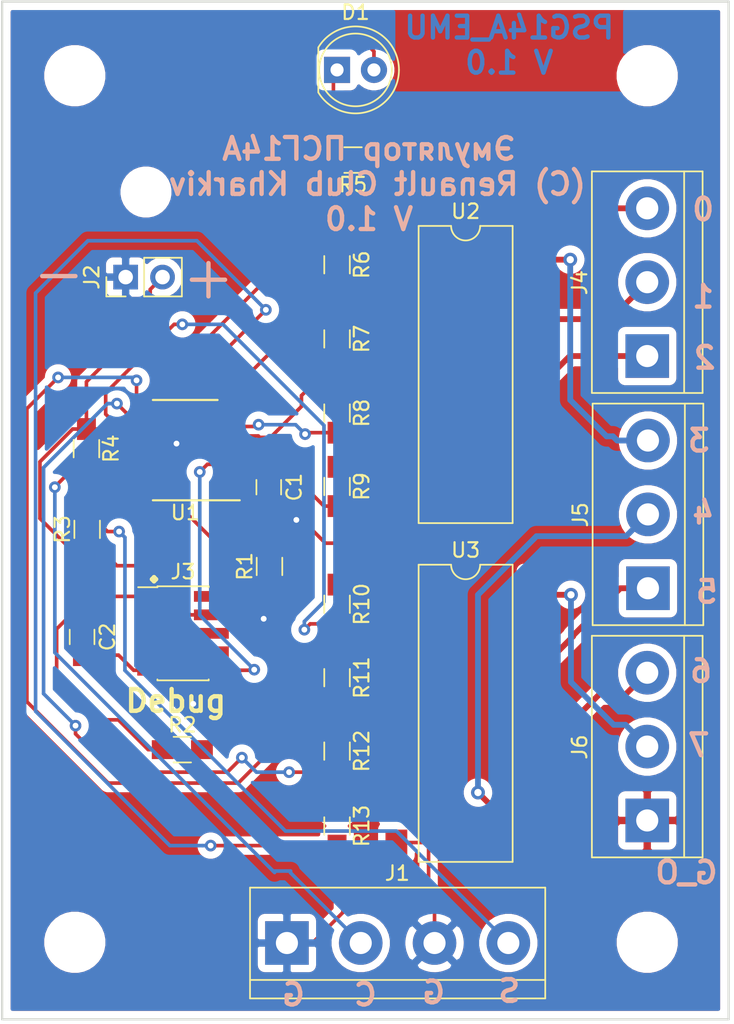
<source format=kicad_pcb>
(kicad_pcb (version 20171130) (host pcbnew "(5.0.0)")

  (general
    (thickness 1.6)
    (drawings 23)
    (tracks 363)
    (zones 0)
    (modules 30)
    (nets 41)
  )

  (page A4)
  (layers
    (0 F.Cu signal)
    (31 B.Cu signal)
    (32 B.Adhes user)
    (33 F.Adhes user)
    (34 B.Paste user)
    (35 F.Paste user)
    (36 B.SilkS user)
    (37 F.SilkS user)
    (38 B.Mask user)
    (39 F.Mask user)
    (40 Dwgs.User user)
    (41 Cmts.User user)
    (42 Eco1.User user)
    (43 Eco2.User user)
    (44 Edge.Cuts user)
    (45 Margin user)
    (46 B.CrtYd user)
    (47 F.CrtYd user)
    (48 B.Fab user)
    (49 F.Fab user)
  )

  (setup
    (last_trace_width 0.25)
    (trace_clearance 0.2)
    (zone_clearance 0.508)
    (zone_45_only no)
    (trace_min 0.2)
    (segment_width 0.2)
    (edge_width 0.15)
    (via_size 0.8)
    (via_drill 0.4)
    (via_min_size 0.4)
    (via_min_drill 0.3)
    (uvia_size 0.3)
    (uvia_drill 0.1)
    (uvias_allowed no)
    (uvia_min_size 0.2)
    (uvia_min_drill 0.1)
    (pcb_text_width 0.3)
    (pcb_text_size 1.5 1.5)
    (mod_edge_width 0.15)
    (mod_text_size 1 1)
    (mod_text_width 0.15)
    (pad_size 3.2 3.2)
    (pad_drill 3.2)
    (pad_to_mask_clearance 0.2)
    (aux_axis_origin 0 0)
    (visible_elements 7FFFFFFF)
    (pcbplotparams
      (layerselection 0x010f0_ffffffff)
      (usegerberextensions true)
      (usegerberattributes false)
      (usegerberadvancedattributes false)
      (creategerberjobfile false)
      (excludeedgelayer true)
      (linewidth 0.100000)
      (plotframeref false)
      (viasonmask false)
      (mode 1)
      (useauxorigin false)
      (hpglpennumber 1)
      (hpglpenspeed 20)
      (hpglpendiameter 15.000000)
      (psnegative false)
      (psa4output false)
      (plotreference true)
      (plotvalue false)
      (plotinvisibletext false)
      (padsonsilk false)
      (subtractmaskfromsilk false)
      (outputformat 1)
      (mirror false)
      (drillshape 0)
      (scaleselection 1)
      (outputdirectory "Gerbers"))
  )

  (net 0 "")
  (net 1 /NRST)
  (net 2 +BATT)
  (net 3 -BATT)
  (net 4 "Net-(R1-Pad2)")
  (net 5 /B0)
  (net 6 "Net-(D1-Pad1)")
  (net 7 /DO3)
  (net 8 "Net-(R6-Pad1)")
  (net 9 "Net-(R7-Pad1)")
  (net 10 /DO1)
  (net 11 /DO2)
  (net 12 "Net-(R8-Pad1)")
  (net 13 "Net-(R10-Pad1)")
  (net 14 /DO7)
  (net 15 /DO5)
  (net 16 "Net-(R11-Pad1)")
  (net 17 "Net-(R12-Pad1)")
  (net 18 /DO6)
  (net 19 /DO4)
  (net 20 "Net-(R13-Pad1)")
  (net 21 "Net-(R9-Pad1)")
  (net 22 /DO0)
  (net 23 /B1)
  (net 24 "Net-(D1-Pad2)")
  (net 25 /GND_O)
  (net 26 /OUT7)
  (net 27 /OUT6)
  (net 28 /OUT3)
  (net 29 /OUT4)
  (net 30 /OUT5)
  (net 31 /OUT2)
  (net 32 /OUT1)
  (net 33 /OUT0)
  (net 34 "Net-(J3-Pad8)")
  (net 35 "Net-(J3-Pad7)")
  (net 36 "Net-(J3-Pad6)")
  (net 37 /SWDCLK)
  (net 38 /SWDIO)
  (net 39 "Net-(U1-Pad3)")
  (net 40 "Net-(U1-Pad2)")

  (net_class Default "This is the default net class."
    (clearance 0.2)
    (trace_width 0.25)
    (via_dia 0.8)
    (via_drill 0.4)
    (uvia_dia 0.3)
    (uvia_drill 0.1)
    (add_net +BATT)
    (add_net -BATT)
    (add_net /B0)
    (add_net /B1)
    (add_net /DO0)
    (add_net /DO1)
    (add_net /DO2)
    (add_net /DO3)
    (add_net /DO4)
    (add_net /DO5)
    (add_net /DO6)
    (add_net /DO7)
    (add_net /NRST)
    (add_net /SWDCLK)
    (add_net /SWDIO)
    (add_net "Net-(D1-Pad1)")
    (add_net "Net-(D1-Pad2)")
    (add_net "Net-(J3-Pad6)")
    (add_net "Net-(J3-Pad7)")
    (add_net "Net-(J3-Pad8)")
    (add_net "Net-(R1-Pad2)")
    (add_net "Net-(R10-Pad1)")
    (add_net "Net-(R11-Pad1)")
    (add_net "Net-(R12-Pad1)")
    (add_net "Net-(R13-Pad1)")
    (add_net "Net-(R6-Pad1)")
    (add_net "Net-(R7-Pad1)")
    (add_net "Net-(R8-Pad1)")
    (add_net "Net-(R9-Pad1)")
    (add_net "Net-(U1-Pad2)")
    (add_net "Net-(U1-Pad3)")
  )

  (net_class OUT ""
    (clearance 0.25)
    (trace_width 0.4)
    (via_dia 0.95)
    (via_drill 0.5)
    (uvia_dia 0.3)
    (uvia_drill 0.1)
    (add_net /GND_O)
    (add_net /OUT0)
    (add_net /OUT1)
    (add_net /OUT2)
    (add_net /OUT3)
    (add_net /OUT4)
    (add_net /OUT5)
    (add_net /OUT6)
    (add_net /OUT7)
  )

  (module Housings_SSOP:TSSOP-20_4.4x6.5mm_Pitch0.65mm (layer F.Cu) (tedit 54130A77) (tstamp 5BC76D00)
    (at 72.6 50.85 180)
    (descr "20-Lead Plastic Thin Shrink Small Outline (ST)-4.4 mm Body [TSSOP] (see Microchip Packaging Specification 00000049BS.pdf)")
    (tags "SSOP 0.65")
    (path /5BC20D04)
    (attr smd)
    (fp_text reference U1 (at 0 -4.3 180) (layer F.SilkS)
      (effects (font (size 1 1) (thickness 0.15)))
    )
    (fp_text value STM32F030F4Px (at 0 4.3 180) (layer F.Fab)
      (effects (font (size 1 1) (thickness 0.15)))
    )
    (fp_text user %R (at 0 0 180) (layer F.Fab)
      (effects (font (size 0.8 0.8) (thickness 0.15)))
    )
    (fp_line (start -3.75 -3.45) (end 2.225 -3.45) (layer F.SilkS) (width 0.15))
    (fp_line (start -2.225 3.45) (end 2.225 3.45) (layer F.SilkS) (width 0.15))
    (fp_line (start -3.95 3.55) (end 3.95 3.55) (layer F.CrtYd) (width 0.05))
    (fp_line (start -3.95 -3.55) (end 3.95 -3.55) (layer F.CrtYd) (width 0.05))
    (fp_line (start 3.95 -3.55) (end 3.95 3.55) (layer F.CrtYd) (width 0.05))
    (fp_line (start -3.95 -3.55) (end -3.95 3.55) (layer F.CrtYd) (width 0.05))
    (fp_line (start -2.2 -2.25) (end -1.2 -3.25) (layer F.Fab) (width 0.15))
    (fp_line (start -2.2 3.25) (end -2.2 -2.25) (layer F.Fab) (width 0.15))
    (fp_line (start 2.2 3.25) (end -2.2 3.25) (layer F.Fab) (width 0.15))
    (fp_line (start 2.2 -3.25) (end 2.2 3.25) (layer F.Fab) (width 0.15))
    (fp_line (start -1.2 -3.25) (end 2.2 -3.25) (layer F.Fab) (width 0.15))
    (pad 20 smd rect (at 2.95 -2.925 180) (size 1.45 0.45) (layers F.Cu F.Paste F.Mask)
      (net 37 /SWDCLK))
    (pad 19 smd rect (at 2.95 -2.275 180) (size 1.45 0.45) (layers F.Cu F.Paste F.Mask)
      (net 38 /SWDIO))
    (pad 18 smd rect (at 2.95 -1.625 180) (size 1.45 0.45) (layers F.Cu F.Paste F.Mask)
      (net 23 /B1))
    (pad 17 smd rect (at 2.95 -0.975 180) (size 1.45 0.45) (layers F.Cu F.Paste F.Mask)
      (net 5 /B0))
    (pad 16 smd rect (at 2.95 -0.325 180) (size 1.45 0.45) (layers F.Cu F.Paste F.Mask)
      (net 2 +BATT))
    (pad 15 smd rect (at 2.95 0.325 180) (size 1.45 0.45) (layers F.Cu F.Paste F.Mask)
      (net 3 -BATT))
    (pad 14 smd rect (at 2.95 0.975 180) (size 1.45 0.45) (layers F.Cu F.Paste F.Mask)
      (net 24 "Net-(D1-Pad2)"))
    (pad 13 smd rect (at 2.95 1.625 180) (size 1.45 0.45) (layers F.Cu F.Paste F.Mask)
      (net 14 /DO7))
    (pad 12 smd rect (at 2.95 2.275 180) (size 1.45 0.45) (layers F.Cu F.Paste F.Mask)
      (net 18 /DO6))
    (pad 11 smd rect (at 2.95 2.925 180) (size 1.45 0.45) (layers F.Cu F.Paste F.Mask)
      (net 15 /DO5))
    (pad 10 smd rect (at -2.95 2.925 180) (size 1.45 0.45) (layers F.Cu F.Paste F.Mask)
      (net 19 /DO4))
    (pad 9 smd rect (at -2.95 2.275 180) (size 1.45 0.45) (layers F.Cu F.Paste F.Mask)
      (net 7 /DO3))
    (pad 8 smd rect (at -2.95 1.625 180) (size 1.45 0.45) (layers F.Cu F.Paste F.Mask)
      (net 11 /DO2))
    (pad 7 smd rect (at -2.95 0.975 180) (size 1.45 0.45) (layers F.Cu F.Paste F.Mask)
      (net 10 /DO1))
    (pad 6 smd rect (at -2.95 0.325 180) (size 1.45 0.45) (layers F.Cu F.Paste F.Mask)
      (net 22 /DO0))
    (pad 5 smd rect (at -2.95 -0.325 180) (size 1.45 0.45) (layers F.Cu F.Paste F.Mask)
      (net 2 +BATT))
    (pad 4 smd rect (at -2.95 -0.975 180) (size 1.45 0.45) (layers F.Cu F.Paste F.Mask)
      (net 1 /NRST))
    (pad 3 smd rect (at -2.95 -1.625 180) (size 1.45 0.45) (layers F.Cu F.Paste F.Mask)
      (net 39 "Net-(U1-Pad3)"))
    (pad 2 smd rect (at -2.95 -2.275 180) (size 1.45 0.45) (layers F.Cu F.Paste F.Mask)
      (net 40 "Net-(U1-Pad2)"))
    (pad 1 smd rect (at -2.95 -2.925 180) (size 1.45 0.45) (layers F.Cu F.Paste F.Mask)
      (net 4 "Net-(R1-Pad2)"))
    (model ${KISYS3DMOD}/Housings_SSOP.3dshapes/TSSOP-20_4.4x6.5mm_Pitch0.65mm.wrl
      (at (xyz 0 0 0))
      (scale (xyz 1 1 1))
      (rotate (xyz 0 0 0))
    )
  )

  (module Housings_DIP:SMDIP-16_W9.53mm_Clearance8mm (layer F.Cu) (tedit 59C77894) (tstamp 5BC7549B)
    (at 91.9 45.65)
    (descr "16-lead surface-mounted (SMD) DIP package, row spacing 9.53 mm (375 mils), Clearance8mm")
    (tags "SMD DIP DIL PDIP SMDIP 2.54mm 9.53mm 375mil Clearance8mm")
    (path /5BC26E11)
    (attr smd)
    (fp_text reference U2 (at 0 -11.22) (layer F.SilkS)
      (effects (font (size 1 1) (thickness 0.15)))
    )
    (fp_text value LTV-847S (at 0 11.22) (layer F.Fab)
      (effects (font (size 1 1) (thickness 0.15)))
    )
    (fp_arc (start 0 -10.22) (end -1 -10.22) (angle -180) (layer F.SilkS) (width 0.12))
    (fp_line (start -2.175 -10.16) (end 3.175 -10.16) (layer F.Fab) (width 0.1))
    (fp_line (start 3.175 -10.16) (end 3.175 10.16) (layer F.Fab) (width 0.1))
    (fp_line (start 3.175 10.16) (end -3.175 10.16) (layer F.Fab) (width 0.1))
    (fp_line (start -3.175 10.16) (end -3.175 -9.16) (layer F.Fab) (width 0.1))
    (fp_line (start -3.175 -9.16) (end -2.175 -10.16) (layer F.Fab) (width 0.1))
    (fp_line (start -1 -10.22) (end -3.235 -10.22) (layer F.SilkS) (width 0.12))
    (fp_line (start -3.235 -10.22) (end -3.235 10.22) (layer F.SilkS) (width 0.12))
    (fp_line (start -3.235 10.22) (end 3.235 10.22) (layer F.SilkS) (width 0.12))
    (fp_line (start 3.235 10.22) (end 3.235 -10.22) (layer F.SilkS) (width 0.12))
    (fp_line (start 3.235 -10.22) (end 1 -10.22) (layer F.SilkS) (width 0.12))
    (fp_line (start -5.8 -10.45) (end -5.8 10.45) (layer F.CrtYd) (width 0.05))
    (fp_line (start -5.8 10.45) (end 5.8 10.45) (layer F.CrtYd) (width 0.05))
    (fp_line (start 5.8 10.45) (end 5.8 -10.45) (layer F.CrtYd) (width 0.05))
    (fp_line (start 5.8 -10.45) (end -5.8 -10.45) (layer F.CrtYd) (width 0.05))
    (fp_text user %R (at 0 0) (layer F.Fab)
      (effects (font (size 1 1) (thickness 0.15)))
    )
    (pad 1 smd rect (at -4.765 -8.89) (size 1.5 1.78) (layers F.Cu F.Paste F.Mask)
      (net 8 "Net-(R6-Pad1)"))
    (pad 9 smd rect (at 4.765 8.89) (size 1.5 1.78) (layers F.Cu F.Paste F.Mask)
      (net 25 /GND_O))
    (pad 2 smd rect (at -4.765 -6.35) (size 1.5 1.78) (layers F.Cu F.Paste F.Mask)
      (net 3 -BATT))
    (pad 10 smd rect (at 4.765 6.35) (size 1.5 1.78) (layers F.Cu F.Paste F.Mask)
      (net 33 /OUT0))
    (pad 3 smd rect (at -4.765 -3.81) (size 1.5 1.78) (layers F.Cu F.Paste F.Mask)
      (net 9 "Net-(R7-Pad1)"))
    (pad 11 smd rect (at 4.765 3.81) (size 1.5 1.78) (layers F.Cu F.Paste F.Mask)
      (net 25 /GND_O))
    (pad 4 smd rect (at -4.765 -1.27) (size 1.5 1.78) (layers F.Cu F.Paste F.Mask)
      (net 3 -BATT))
    (pad 12 smd rect (at 4.765 1.27) (size 1.5 1.78) (layers F.Cu F.Paste F.Mask)
      (net 31 /OUT2))
    (pad 5 smd rect (at -4.765 1.27) (size 1.5 1.78) (layers F.Cu F.Paste F.Mask)
      (net 12 "Net-(R8-Pad1)"))
    (pad 13 smd rect (at 4.765 -1.27) (size 1.5 1.78) (layers F.Cu F.Paste F.Mask)
      (net 25 /GND_O))
    (pad 6 smd rect (at -4.765 3.81) (size 1.5 1.78) (layers F.Cu F.Paste F.Mask)
      (net 3 -BATT))
    (pad 14 smd rect (at 4.765 -3.81) (size 1.5 1.78) (layers F.Cu F.Paste F.Mask)
      (net 32 /OUT1))
    (pad 7 smd rect (at -4.765 6.35) (size 1.5 1.78) (layers F.Cu F.Paste F.Mask)
      (net 21 "Net-(R9-Pad1)"))
    (pad 15 smd rect (at 4.765 -6.35) (size 1.5 1.78) (layers F.Cu F.Paste F.Mask)
      (net 25 /GND_O))
    (pad 8 smd rect (at -4.765 8.89) (size 1.5 1.78) (layers F.Cu F.Paste F.Mask)
      (net 3 -BATT))
    (pad 16 smd rect (at 4.765 -8.89) (size 1.5 1.78) (layers F.Cu F.Paste F.Mask)
      (net 28 /OUT3))
    (model ${KISYS3DMOD}/Housings_DIP.3dshapes/SMDIP-16_W9.53mm.wrl
      (at (xyz 0 0 0))
      (scale (xyz 1 1 1))
      (rotate (xyz 0 0 0))
    )
  )

  (module Housings_DIP:SMDIP-16_W9.53mm_Clearance8mm (layer F.Cu) (tedit 59C77894) (tstamp 5BC763B4)
    (at 91.9 68.95)
    (descr "16-lead surface-mounted (SMD) DIP package, row spacing 9.53 mm (375 mils), Clearance8mm")
    (tags "SMD DIP DIL PDIP SMDIP 2.54mm 9.53mm 375mil Clearance8mm")
    (path /5BC3E7E1)
    (attr smd)
    (fp_text reference U3 (at 0 -11.22) (layer F.SilkS)
      (effects (font (size 1 1) (thickness 0.15)))
    )
    (fp_text value LTV-847S (at 0 11.22) (layer F.Fab)
      (effects (font (size 1 1) (thickness 0.15)))
    )
    (fp_text user %R (at 0 0) (layer F.Fab)
      (effects (font (size 1 1) (thickness 0.15)))
    )
    (fp_line (start 5.8 -10.45) (end -5.8 -10.45) (layer F.CrtYd) (width 0.05))
    (fp_line (start 5.8 10.45) (end 5.8 -10.45) (layer F.CrtYd) (width 0.05))
    (fp_line (start -5.8 10.45) (end 5.8 10.45) (layer F.CrtYd) (width 0.05))
    (fp_line (start -5.8 -10.45) (end -5.8 10.45) (layer F.CrtYd) (width 0.05))
    (fp_line (start 3.235 -10.22) (end 1 -10.22) (layer F.SilkS) (width 0.12))
    (fp_line (start 3.235 10.22) (end 3.235 -10.22) (layer F.SilkS) (width 0.12))
    (fp_line (start -3.235 10.22) (end 3.235 10.22) (layer F.SilkS) (width 0.12))
    (fp_line (start -3.235 -10.22) (end -3.235 10.22) (layer F.SilkS) (width 0.12))
    (fp_line (start -1 -10.22) (end -3.235 -10.22) (layer F.SilkS) (width 0.12))
    (fp_line (start -3.175 -9.16) (end -2.175 -10.16) (layer F.Fab) (width 0.1))
    (fp_line (start -3.175 10.16) (end -3.175 -9.16) (layer F.Fab) (width 0.1))
    (fp_line (start 3.175 10.16) (end -3.175 10.16) (layer F.Fab) (width 0.1))
    (fp_line (start 3.175 -10.16) (end 3.175 10.16) (layer F.Fab) (width 0.1))
    (fp_line (start -2.175 -10.16) (end 3.175 -10.16) (layer F.Fab) (width 0.1))
    (fp_arc (start 0 -10.22) (end -1 -10.22) (angle -180) (layer F.SilkS) (width 0.12))
    (pad 16 smd rect (at 4.765 -8.89) (size 1.5 1.78) (layers F.Cu F.Paste F.Mask)
      (net 26 /OUT7))
    (pad 8 smd rect (at -4.765 8.89) (size 1.5 1.78) (layers F.Cu F.Paste F.Mask)
      (net 3 -BATT))
    (pad 15 smd rect (at 4.765 -6.35) (size 1.5 1.78) (layers F.Cu F.Paste F.Mask)
      (net 25 /GND_O))
    (pad 7 smd rect (at -4.765 6.35) (size 1.5 1.78) (layers F.Cu F.Paste F.Mask)
      (net 20 "Net-(R13-Pad1)"))
    (pad 14 smd rect (at 4.765 -3.81) (size 1.5 1.78) (layers F.Cu F.Paste F.Mask)
      (net 30 /OUT5))
    (pad 6 smd rect (at -4.765 3.81) (size 1.5 1.78) (layers F.Cu F.Paste F.Mask)
      (net 3 -BATT))
    (pad 13 smd rect (at 4.765 -1.27) (size 1.5 1.78) (layers F.Cu F.Paste F.Mask)
      (net 25 /GND_O))
    (pad 5 smd rect (at -4.765 1.27) (size 1.5 1.78) (layers F.Cu F.Paste F.Mask)
      (net 17 "Net-(R12-Pad1)"))
    (pad 12 smd rect (at 4.765 1.27) (size 1.5 1.78) (layers F.Cu F.Paste F.Mask)
      (net 27 /OUT6))
    (pad 4 smd rect (at -4.765 -1.27) (size 1.5 1.78) (layers F.Cu F.Paste F.Mask)
      (net 3 -BATT))
    (pad 11 smd rect (at 4.765 3.81) (size 1.5 1.78) (layers F.Cu F.Paste F.Mask)
      (net 25 /GND_O))
    (pad 3 smd rect (at -4.765 -3.81) (size 1.5 1.78) (layers F.Cu F.Paste F.Mask)
      (net 16 "Net-(R11-Pad1)"))
    (pad 10 smd rect (at 4.765 6.35) (size 1.5 1.78) (layers F.Cu F.Paste F.Mask)
      (net 29 /OUT4))
    (pad 2 smd rect (at -4.765 -6.35) (size 1.5 1.78) (layers F.Cu F.Paste F.Mask)
      (net 3 -BATT))
    (pad 9 smd rect (at 4.765 8.89) (size 1.5 1.78) (layers F.Cu F.Paste F.Mask)
      (net 25 /GND_O))
    (pad 1 smd rect (at -4.765 -8.89) (size 1.5 1.78) (layers F.Cu F.Paste F.Mask)
      (net 13 "Net-(R10-Pad1)"))
    (model ${KISYS3DMOD}/Housings_DIP.3dshapes/SMDIP-16_W9.53mm.wrl
      (at (xyz 0 0 0))
      (scale (xyz 1 1 1))
      (rotate (xyz 0 0 0))
    )
  )

  (module Pin_Headers:Pin_Header_Straight_2x05_Pitch1.27mm_SMD (layer F.Cu) (tedit 59650536) (tstamp 5BC76F7F)
    (at 72.45 63.45)
    (descr "surface-mounted straight pin header, 2x05, 1.27mm pitch, double rows")
    (tags "Surface mounted pin header SMD 2x05 1.27mm double row")
    (path /5BC42580)
    (attr smd)
    (fp_text reference J3 (at 0 -4.235) (layer F.SilkS)
      (effects (font (size 1 1) (thickness 0.15)))
    )
    (fp_text value Conn_ARM_JTAG_SWD_10 (at 0 4.235) (layer F.Fab)
      (effects (font (size 1 1) (thickness 0.15)))
    )
    (fp_text user %R (at 0 0 90) (layer F.Fab)
      (effects (font (size 1 1) (thickness 0.15)))
    )
    (fp_line (start 4.3 -3.7) (end -4.3 -3.7) (layer F.CrtYd) (width 0.05))
    (fp_line (start 4.3 3.7) (end 4.3 -3.7) (layer F.CrtYd) (width 0.05))
    (fp_line (start -4.3 3.7) (end 4.3 3.7) (layer F.CrtYd) (width 0.05))
    (fp_line (start -4.3 -3.7) (end -4.3 3.7) (layer F.CrtYd) (width 0.05))
    (fp_line (start 1.765 3.17) (end 1.765 3.235) (layer F.SilkS) (width 0.12))
    (fp_line (start -1.765 3.17) (end -1.765 3.235) (layer F.SilkS) (width 0.12))
    (fp_line (start 1.765 -3.235) (end 1.765 -3.17) (layer F.SilkS) (width 0.12))
    (fp_line (start -1.765 -3.235) (end -1.765 -3.17) (layer F.SilkS) (width 0.12))
    (fp_line (start -3.09 -3.17) (end -1.765 -3.17) (layer F.SilkS) (width 0.12))
    (fp_line (start -1.765 3.235) (end 1.765 3.235) (layer F.SilkS) (width 0.12))
    (fp_line (start -1.765 -3.235) (end 1.765 -3.235) (layer F.SilkS) (width 0.12))
    (fp_line (start 2.75 2.74) (end 1.705 2.74) (layer F.Fab) (width 0.1))
    (fp_line (start 2.75 2.34) (end 2.75 2.74) (layer F.Fab) (width 0.1))
    (fp_line (start 1.705 2.34) (end 2.75 2.34) (layer F.Fab) (width 0.1))
    (fp_line (start -2.75 2.74) (end -1.705 2.74) (layer F.Fab) (width 0.1))
    (fp_line (start -2.75 2.34) (end -2.75 2.74) (layer F.Fab) (width 0.1))
    (fp_line (start -1.705 2.34) (end -2.75 2.34) (layer F.Fab) (width 0.1))
    (fp_line (start 2.75 1.47) (end 1.705 1.47) (layer F.Fab) (width 0.1))
    (fp_line (start 2.75 1.07) (end 2.75 1.47) (layer F.Fab) (width 0.1))
    (fp_line (start 1.705 1.07) (end 2.75 1.07) (layer F.Fab) (width 0.1))
    (fp_line (start -2.75 1.47) (end -1.705 1.47) (layer F.Fab) (width 0.1))
    (fp_line (start -2.75 1.07) (end -2.75 1.47) (layer F.Fab) (width 0.1))
    (fp_line (start -1.705 1.07) (end -2.75 1.07) (layer F.Fab) (width 0.1))
    (fp_line (start 2.75 0.2) (end 1.705 0.2) (layer F.Fab) (width 0.1))
    (fp_line (start 2.75 -0.2) (end 2.75 0.2) (layer F.Fab) (width 0.1))
    (fp_line (start 1.705 -0.2) (end 2.75 -0.2) (layer F.Fab) (width 0.1))
    (fp_line (start -2.75 0.2) (end -1.705 0.2) (layer F.Fab) (width 0.1))
    (fp_line (start -2.75 -0.2) (end -2.75 0.2) (layer F.Fab) (width 0.1))
    (fp_line (start -1.705 -0.2) (end -2.75 -0.2) (layer F.Fab) (width 0.1))
    (fp_line (start 2.75 -1.07) (end 1.705 -1.07) (layer F.Fab) (width 0.1))
    (fp_line (start 2.75 -1.47) (end 2.75 -1.07) (layer F.Fab) (width 0.1))
    (fp_line (start 1.705 -1.47) (end 2.75 -1.47) (layer F.Fab) (width 0.1))
    (fp_line (start -2.75 -1.07) (end -1.705 -1.07) (layer F.Fab) (width 0.1))
    (fp_line (start -2.75 -1.47) (end -2.75 -1.07) (layer F.Fab) (width 0.1))
    (fp_line (start -1.705 -1.47) (end -2.75 -1.47) (layer F.Fab) (width 0.1))
    (fp_line (start 2.75 -2.34) (end 1.705 -2.34) (layer F.Fab) (width 0.1))
    (fp_line (start 2.75 -2.74) (end 2.75 -2.34) (layer F.Fab) (width 0.1))
    (fp_line (start 1.705 -2.74) (end 2.75 -2.74) (layer F.Fab) (width 0.1))
    (fp_line (start -2.75 -2.34) (end -1.705 -2.34) (layer F.Fab) (width 0.1))
    (fp_line (start -2.75 -2.74) (end -2.75 -2.34) (layer F.Fab) (width 0.1))
    (fp_line (start -1.705 -2.74) (end -2.75 -2.74) (layer F.Fab) (width 0.1))
    (fp_line (start 1.705 -3.175) (end 1.705 3.175) (layer F.Fab) (width 0.1))
    (fp_line (start -1.705 -2.74) (end -1.27 -3.175) (layer F.Fab) (width 0.1))
    (fp_line (start -1.705 3.175) (end -1.705 -2.74) (layer F.Fab) (width 0.1))
    (fp_line (start -1.27 -3.175) (end 1.705 -3.175) (layer F.Fab) (width 0.1))
    (fp_line (start 1.705 3.175) (end -1.705 3.175) (layer F.Fab) (width 0.1))
    (pad 10 smd rect (at 1.95 2.54) (size 2.4 0.74) (layers F.Cu F.Paste F.Mask)
      (net 1 /NRST))
    (pad 9 smd rect (at -1.95 2.54) (size 2.4 0.74) (layers F.Cu F.Paste F.Mask)
      (net 3 -BATT))
    (pad 8 smd rect (at 1.95 1.27) (size 2.4 0.74) (layers F.Cu F.Paste F.Mask)
      (net 34 "Net-(J3-Pad8)"))
    (pad 7 smd rect (at -1.95 1.27) (size 2.4 0.74) (layers F.Cu F.Paste F.Mask)
      (net 35 "Net-(J3-Pad7)"))
    (pad 6 smd rect (at 1.95 0) (size 2.4 0.74) (layers F.Cu F.Paste F.Mask)
      (net 36 "Net-(J3-Pad6)"))
    (pad 5 smd rect (at -1.95 0) (size 2.4 0.74) (layers F.Cu F.Paste F.Mask)
      (net 3 -BATT))
    (pad 4 smd rect (at 1.95 -1.27) (size 2.4 0.74) (layers F.Cu F.Paste F.Mask)
      (net 37 /SWDCLK))
    (pad 3 smd rect (at -1.95 -1.27) (size 2.4 0.74) (layers F.Cu F.Paste F.Mask)
      (net 3 -BATT))
    (pad 2 smd rect (at 1.95 -2.54) (size 2.4 0.74) (layers F.Cu F.Paste F.Mask)
      (net 38 /SWDIO))
    (pad 1 smd rect (at -1.95 -2.54) (size 2.4 0.74) (layers F.Cu F.Paste F.Mask)
      (net 2 +BATT))
    (model ${KISYS3DMOD}/Pin_Headers.3dshapes/Pin_Header_Straight_2x05_Pitch1.27mm_SMD.wrl
      (at (xyz 0 0 0))
      (scale (xyz 1 1 1))
      (rotate (xyz 0 0 0))
    )
  )

  (module Capacitors_SMD:C_0805_HandSoldering (layer F.Cu) (tedit 58AA84A8) (tstamp 5BC741DD)
    (at 78.35 53.4 270)
    (descr "Capacitor SMD 0805, hand soldering")
    (tags "capacitor 0805")
    (path /5BC3B644)
    (attr smd)
    (fp_text reference C1 (at 0 -1.75 270) (layer F.SilkS)
      (effects (font (size 1 1) (thickness 0.15)))
    )
    (fp_text value 100nF (at 0 1.75 270) (layer F.Fab)
      (effects (font (size 1 1) (thickness 0.15)))
    )
    (fp_text user %R (at 0 -1.75 270) (layer F.Fab)
      (effects (font (size 1 1) (thickness 0.15)))
    )
    (fp_line (start -1 0.62) (end -1 -0.62) (layer F.Fab) (width 0.1))
    (fp_line (start 1 0.62) (end -1 0.62) (layer F.Fab) (width 0.1))
    (fp_line (start 1 -0.62) (end 1 0.62) (layer F.Fab) (width 0.1))
    (fp_line (start -1 -0.62) (end 1 -0.62) (layer F.Fab) (width 0.1))
    (fp_line (start 0.5 -0.85) (end -0.5 -0.85) (layer F.SilkS) (width 0.12))
    (fp_line (start -0.5 0.85) (end 0.5 0.85) (layer F.SilkS) (width 0.12))
    (fp_line (start -2.25 -0.88) (end 2.25 -0.88) (layer F.CrtYd) (width 0.05))
    (fp_line (start -2.25 -0.88) (end -2.25 0.87) (layer F.CrtYd) (width 0.05))
    (fp_line (start 2.25 0.87) (end 2.25 -0.88) (layer F.CrtYd) (width 0.05))
    (fp_line (start 2.25 0.87) (end -2.25 0.87) (layer F.CrtYd) (width 0.05))
    (pad 1 smd rect (at -1.25 0 270) (size 1.5 1.25) (layers F.Cu F.Paste F.Mask)
      (net 2 +BATT))
    (pad 2 smd rect (at 1.25 0 270) (size 1.5 1.25) (layers F.Cu F.Paste F.Mask)
      (net 3 -BATT))
    (model Capacitors_SMD.3dshapes/C_0805.wrl
      (at (xyz 0 0 0))
      (scale (xyz 1 1 1))
      (rotate (xyz 0 0 0))
    )
  )

  (module Capacitors_SMD:C_0805_HandSoldering (layer F.Cu) (tedit 58AA84A8) (tstamp 5BC741CC)
    (at 65.5 63.7 270)
    (descr "Capacitor SMD 0805, hand soldering")
    (tags "capacitor 0805")
    (path /5BC74FB7)
    (attr smd)
    (fp_text reference C2 (at 0 -1.75 270) (layer F.SilkS)
      (effects (font (size 1 1) (thickness 0.15)))
    )
    (fp_text value 100nF (at 0 1.75 270) (layer F.Fab)
      (effects (font (size 1 1) (thickness 0.15)))
    )
    (fp_line (start 2.25 0.87) (end -2.25 0.87) (layer F.CrtYd) (width 0.05))
    (fp_line (start 2.25 0.87) (end 2.25 -0.88) (layer F.CrtYd) (width 0.05))
    (fp_line (start -2.25 -0.88) (end -2.25 0.87) (layer F.CrtYd) (width 0.05))
    (fp_line (start -2.25 -0.88) (end 2.25 -0.88) (layer F.CrtYd) (width 0.05))
    (fp_line (start -0.5 0.85) (end 0.5 0.85) (layer F.SilkS) (width 0.12))
    (fp_line (start 0.5 -0.85) (end -0.5 -0.85) (layer F.SilkS) (width 0.12))
    (fp_line (start -1 -0.62) (end 1 -0.62) (layer F.Fab) (width 0.1))
    (fp_line (start 1 -0.62) (end 1 0.62) (layer F.Fab) (width 0.1))
    (fp_line (start 1 0.62) (end -1 0.62) (layer F.Fab) (width 0.1))
    (fp_line (start -1 0.62) (end -1 -0.62) (layer F.Fab) (width 0.1))
    (fp_text user %R (at 0 -1.75 270) (layer F.Fab)
      (effects (font (size 1 1) (thickness 0.15)))
    )
    (pad 2 smd rect (at 1.25 0 270) (size 1.5 1.25) (layers F.Cu F.Paste F.Mask)
      (net 3 -BATT))
    (pad 1 smd rect (at -1.25 0 270) (size 1.5 1.25) (layers F.Cu F.Paste F.Mask)
      (net 2 +BATT))
    (model Capacitors_SMD.3dshapes/C_0805.wrl
      (at (xyz 0 0 0))
      (scale (xyz 1 1 1))
      (rotate (xyz 0 0 0))
    )
  )

  (module Connectors_Terminal_Blocks:TerminalBlock_bornier-3_P5.08mm (layer F.Cu) (tedit 59FF03B9) (tstamp 5BC74551)
    (at 104.4 44.38 90)
    (descr "simple 3-pin terminal block, pitch 5.08mm, revamped version of bornier3")
    (tags "terminal block bornier3")
    (path /5BC48CA1)
    (fp_text reference J4 (at 5.05 -4.65 90) (layer F.SilkS)
      (effects (font (size 1 1) (thickness 0.15)))
    )
    (fp_text value Conn_01x03 (at 5.08 5.08 90) (layer F.Fab)
      (effects (font (size 1 1) (thickness 0.15)))
    )
    (fp_line (start 12.88 4) (end -2.72 4) (layer F.CrtYd) (width 0.05))
    (fp_line (start 12.88 4) (end 12.88 -4) (layer F.CrtYd) (width 0.05))
    (fp_line (start -2.72 -4) (end -2.72 4) (layer F.CrtYd) (width 0.05))
    (fp_line (start -2.72 -4) (end 12.88 -4) (layer F.CrtYd) (width 0.05))
    (fp_line (start -2.54 3.81) (end 12.7 3.81) (layer F.SilkS) (width 0.12))
    (fp_line (start -2.54 -3.81) (end 12.7 -3.81) (layer F.SilkS) (width 0.12))
    (fp_line (start -2.54 2.54) (end 12.7 2.54) (layer F.SilkS) (width 0.12))
    (fp_line (start 12.7 3.81) (end 12.7 -3.81) (layer F.SilkS) (width 0.12))
    (fp_line (start -2.54 3.81) (end -2.54 -3.81) (layer F.SilkS) (width 0.12))
    (fp_line (start -2.47 3.75) (end -2.47 -3.75) (layer F.Fab) (width 0.1))
    (fp_line (start 12.63 3.75) (end -2.47 3.75) (layer F.Fab) (width 0.1))
    (fp_line (start 12.63 -3.75) (end 12.63 3.75) (layer F.Fab) (width 0.1))
    (fp_line (start -2.47 -3.75) (end 12.63 -3.75) (layer F.Fab) (width 0.1))
    (fp_line (start -2.47 2.55) (end 12.63 2.55) (layer F.Fab) (width 0.1))
    (fp_text user %R (at 5.08 0 90) (layer F.Fab)
      (effects (font (size 1 1) (thickness 0.15)))
    )
    (pad 3 thru_hole circle (at 10.16 0 90) (size 3 3) (drill 1.52) (layers *.Cu *.Mask)
      (net 33 /OUT0))
    (pad 2 thru_hole circle (at 5.08 0 90) (size 3 3) (drill 1.52) (layers *.Cu *.Mask)
      (net 32 /OUT1))
    (pad 1 thru_hole rect (at 0 0 90) (size 3 3) (drill 1.52) (layers *.Cu *.Mask)
      (net 31 /OUT2))
    (model ${KISYS3DMOD}/Terminal_Blocks.3dshapes/TerminalBlock_bornier-3_P5.08mm.wrl
      (offset (xyz 5.079999923706055 0 0))
      (scale (xyz 1 1 1))
      (rotate (xyz 0 0 0))
    )
  )

  (module Connectors_Terminal_Blocks:TerminalBlock_bornier-3_P5.08mm (layer F.Cu) (tedit 59FF03B9) (tstamp 5BC741A5)
    (at 104.45 60.35 90)
    (descr "simple 3-pin terminal block, pitch 5.08mm, revamped version of bornier3")
    (tags "terminal block bornier3")
    (path /5BC48D97)
    (fp_text reference J5 (at 5.05 -4.65 90) (layer F.SilkS)
      (effects (font (size 1 1) (thickness 0.15)))
    )
    (fp_text value Conn_01x03 (at 5.08 5.08 90) (layer F.Fab)
      (effects (font (size 1 1) (thickness 0.15)))
    )
    (fp_text user %R (at 5.08 0 90) (layer F.Fab)
      (effects (font (size 1 1) (thickness 0.15)))
    )
    (fp_line (start -2.47 2.55) (end 12.63 2.55) (layer F.Fab) (width 0.1))
    (fp_line (start -2.47 -3.75) (end 12.63 -3.75) (layer F.Fab) (width 0.1))
    (fp_line (start 12.63 -3.75) (end 12.63 3.75) (layer F.Fab) (width 0.1))
    (fp_line (start 12.63 3.75) (end -2.47 3.75) (layer F.Fab) (width 0.1))
    (fp_line (start -2.47 3.75) (end -2.47 -3.75) (layer F.Fab) (width 0.1))
    (fp_line (start -2.54 3.81) (end -2.54 -3.81) (layer F.SilkS) (width 0.12))
    (fp_line (start 12.7 3.81) (end 12.7 -3.81) (layer F.SilkS) (width 0.12))
    (fp_line (start -2.54 2.54) (end 12.7 2.54) (layer F.SilkS) (width 0.12))
    (fp_line (start -2.54 -3.81) (end 12.7 -3.81) (layer F.SilkS) (width 0.12))
    (fp_line (start -2.54 3.81) (end 12.7 3.81) (layer F.SilkS) (width 0.12))
    (fp_line (start -2.72 -4) (end 12.88 -4) (layer F.CrtYd) (width 0.05))
    (fp_line (start -2.72 -4) (end -2.72 4) (layer F.CrtYd) (width 0.05))
    (fp_line (start 12.88 4) (end 12.88 -4) (layer F.CrtYd) (width 0.05))
    (fp_line (start 12.88 4) (end -2.72 4) (layer F.CrtYd) (width 0.05))
    (pad 1 thru_hole rect (at 0 0 90) (size 3 3) (drill 1.52) (layers *.Cu *.Mask)
      (net 30 /OUT5))
    (pad 2 thru_hole circle (at 5.08 0 90) (size 3 3) (drill 1.52) (layers *.Cu *.Mask)
      (net 29 /OUT4))
    (pad 3 thru_hole circle (at 10.16 0 90) (size 3 3) (drill 1.52) (layers *.Cu *.Mask)
      (net 28 /OUT3))
    (model ${KISYS3DMOD}/Terminal_Blocks.3dshapes/TerminalBlock_bornier-3_P5.08mm.wrl
      (offset (xyz 5.079999923706055 0 0))
      (scale (xyz 1 1 1))
      (rotate (xyz 0 0 0))
    )
  )

  (module Connectors_Terminal_Blocks:TerminalBlock_bornier-3_P5.08mm (layer F.Cu) (tedit 59FF03B9) (tstamp 5BC7418F)
    (at 104.4 76.32 90)
    (descr "simple 3-pin terminal block, pitch 5.08mm, revamped version of bornier3")
    (tags "terminal block bornier3")
    (path /5BC48E7A)
    (fp_text reference J6 (at 5.05 -4.65 90) (layer F.SilkS)
      (effects (font (size 1 1) (thickness 0.15)))
    )
    (fp_text value Conn_01x03 (at 5.08 5.08 90) (layer F.Fab)
      (effects (font (size 1 1) (thickness 0.15)))
    )
    (fp_line (start 12.88 4) (end -2.72 4) (layer F.CrtYd) (width 0.05))
    (fp_line (start 12.88 4) (end 12.88 -4) (layer F.CrtYd) (width 0.05))
    (fp_line (start -2.72 -4) (end -2.72 4) (layer F.CrtYd) (width 0.05))
    (fp_line (start -2.72 -4) (end 12.88 -4) (layer F.CrtYd) (width 0.05))
    (fp_line (start -2.54 3.81) (end 12.7 3.81) (layer F.SilkS) (width 0.12))
    (fp_line (start -2.54 -3.81) (end 12.7 -3.81) (layer F.SilkS) (width 0.12))
    (fp_line (start -2.54 2.54) (end 12.7 2.54) (layer F.SilkS) (width 0.12))
    (fp_line (start 12.7 3.81) (end 12.7 -3.81) (layer F.SilkS) (width 0.12))
    (fp_line (start -2.54 3.81) (end -2.54 -3.81) (layer F.SilkS) (width 0.12))
    (fp_line (start -2.47 3.75) (end -2.47 -3.75) (layer F.Fab) (width 0.1))
    (fp_line (start 12.63 3.75) (end -2.47 3.75) (layer F.Fab) (width 0.1))
    (fp_line (start 12.63 -3.75) (end 12.63 3.75) (layer F.Fab) (width 0.1))
    (fp_line (start -2.47 -3.75) (end 12.63 -3.75) (layer F.Fab) (width 0.1))
    (fp_line (start -2.47 2.55) (end 12.63 2.55) (layer F.Fab) (width 0.1))
    (fp_text user %R (at 5.08 0 90) (layer F.Fab)
      (effects (font (size 1 1) (thickness 0.15)))
    )
    (pad 3 thru_hole circle (at 10.16 0 90) (size 3 3) (drill 1.52) (layers *.Cu *.Mask)
      (net 27 /OUT6))
    (pad 2 thru_hole circle (at 5.08 0 90) (size 3 3) (drill 1.52) (layers *.Cu *.Mask)
      (net 26 /OUT7))
    (pad 1 thru_hole rect (at 0 0 90) (size 3 3) (drill 1.52) (layers *.Cu *.Mask)
      (net 25 /GND_O))
    (model ${KISYS3DMOD}/Terminal_Blocks.3dshapes/TerminalBlock_bornier-3_P5.08mm.wrl
      (offset (xyz 5.079999923706055 0 0))
      (scale (xyz 1 1 1))
      (rotate (xyz 0 0 0))
    )
  )

  (module Connectors_Terminal_Blocks:TerminalBlock_bornier-4_P5.08mm (layer F.Cu) (tedit 59FF03D1) (tstamp 5BC74179)
    (at 79.6 84.75)
    (descr "simple 4-pin terminal block, pitch 5.08mm, revamped version of bornier4")
    (tags "terminal block bornier4")
    (path /5BC40C39)
    (fp_text reference J1 (at 7.6 -4.8) (layer F.SilkS)
      (effects (font (size 1 1) (thickness 0.15)))
    )
    (fp_text value Buttons (at 7.6 4.75) (layer F.Fab)
      (effects (font (size 1 1) (thickness 0.15)))
    )
    (fp_line (start 17.97 4) (end -2.73 4) (layer F.CrtYd) (width 0.05))
    (fp_line (start 17.97 4) (end 17.97 -4) (layer F.CrtYd) (width 0.05))
    (fp_line (start -2.73 -4) (end -2.73 4) (layer F.CrtYd) (width 0.05))
    (fp_line (start -2.73 -4) (end 17.97 -4) (layer F.CrtYd) (width 0.05))
    (fp_line (start -2.54 3.81) (end 17.78 3.81) (layer F.SilkS) (width 0.12))
    (fp_line (start -2.54 -3.81) (end 17.78 -3.81) (layer F.SilkS) (width 0.12))
    (fp_line (start 17.78 2.54) (end -2.54 2.54) (layer F.SilkS) (width 0.12))
    (fp_line (start 17.78 3.81) (end 17.78 -3.81) (layer F.SilkS) (width 0.12))
    (fp_line (start -2.54 -3.81) (end -2.54 3.81) (layer F.SilkS) (width 0.12))
    (fp_line (start 17.72 3.75) (end -2.43 3.75) (layer F.Fab) (width 0.1))
    (fp_line (start 17.72 -3.75) (end 17.72 3.75) (layer F.Fab) (width 0.1))
    (fp_line (start -2.48 -3.75) (end 17.72 -3.75) (layer F.Fab) (width 0.1))
    (fp_line (start -2.48 3.75) (end -2.48 -3.75) (layer F.Fab) (width 0.1))
    (fp_line (start -2.43 3.75) (end -2.48 3.75) (layer F.Fab) (width 0.1))
    (fp_line (start -2.48 2.55) (end 17.72 2.55) (layer F.Fab) (width 0.1))
    (fp_text user %R (at 7.62 0) (layer F.Fab)
      (effects (font (size 1 1) (thickness 0.15)))
    )
    (pad 4 thru_hole circle (at 15.24 0) (size 3 3) (drill 1.52) (layers *.Cu *.Mask)
      (net 23 /B1))
    (pad 1 thru_hole rect (at 0 0) (size 3 3) (drill 1.52) (layers *.Cu *.Mask)
      (net 3 -BATT))
    (pad 3 thru_hole circle (at 10.16 0) (size 3 3) (drill 1.52) (layers *.Cu *.Mask)
      (net 3 -BATT))
    (pad 2 thru_hole circle (at 5.08 0) (size 3 3) (drill 1.52) (layers *.Cu *.Mask)
      (net 5 /B0))
    (model ${KISYS3DMOD}/Terminal_Blocks.3dshapes/TerminalBlock_bornier-4_P5.08mm.wrl
      (offset (xyz 7.619999885559082 0 0))
      (scale (xyz 1 1 1))
      (rotate (xyz 0 0 0))
    )
  )

  (module LEDs:LED_D5.0mm (layer F.Cu) (tedit 5995936A) (tstamp 5BC74724)
    (at 83.05 24.7)
    (descr "LED, diameter 5.0mm, 2 pins, http://cdn-reichelt.de/documents/datenblatt/A500/LL-504BC2E-009.pdf")
    (tags "LED diameter 5.0mm 2 pins")
    (path /5BC3F876)
    (fp_text reference D1 (at 1.27 -3.96) (layer F.SilkS)
      (effects (font (size 1 1) (thickness 0.15)))
    )
    (fp_text value LED_GREEN (at 1.27 3.96) (layer F.Fab)
      (effects (font (size 1 1) (thickness 0.15)))
    )
    (fp_text user %R (at 1.25 0) (layer F.Fab)
      (effects (font (size 0.8 0.8) (thickness 0.2)))
    )
    (fp_line (start 4.5 -3.25) (end -1.95 -3.25) (layer F.CrtYd) (width 0.05))
    (fp_line (start 4.5 3.25) (end 4.5 -3.25) (layer F.CrtYd) (width 0.05))
    (fp_line (start -1.95 3.25) (end 4.5 3.25) (layer F.CrtYd) (width 0.05))
    (fp_line (start -1.95 -3.25) (end -1.95 3.25) (layer F.CrtYd) (width 0.05))
    (fp_line (start -1.29 -1.545) (end -1.29 1.545) (layer F.SilkS) (width 0.12))
    (fp_line (start -1.23 -1.469694) (end -1.23 1.469694) (layer F.Fab) (width 0.1))
    (fp_circle (center 1.27 0) (end 3.77 0) (layer F.SilkS) (width 0.12))
    (fp_circle (center 1.27 0) (end 3.77 0) (layer F.Fab) (width 0.1))
    (fp_arc (start 1.27 0) (end -1.29 1.54483) (angle -148.9) (layer F.SilkS) (width 0.12))
    (fp_arc (start 1.27 0) (end -1.29 -1.54483) (angle 148.9) (layer F.SilkS) (width 0.12))
    (fp_arc (start 1.27 0) (end -1.23 -1.469694) (angle 299.1) (layer F.Fab) (width 0.1))
    (pad 2 thru_hole circle (at 2.54 0) (size 1.8 1.8) (drill 0.9) (layers *.Cu *.Mask)
      (net 24 "Net-(D1-Pad2)"))
    (pad 1 thru_hole rect (at 0 0) (size 1.8 1.8) (drill 0.9) (layers *.Cu *.Mask)
      (net 6 "Net-(D1-Pad1)"))
    (model ${KISYS3DMOD}/LEDs.3dshapes/LED_D5.0mm.wrl
      (at (xyz 0 0 0))
      (scale (xyz 0.393701 0.393701 0.393701))
      (rotate (xyz 0 0 0))
    )
  )

  (module Mounting_Holes:MountingHole_2.5mm (layer F.Cu) (tedit 5BC78A16) (tstamp 5BC7414F)
    (at 69.9 33.1)
    (descr "Mounting Hole 2.5mm, no annular")
    (tags "mounting hole 2.5mm no annular")
    (path /5BC75866)
    (attr virtual)
    (fp_text reference MH1 (at 0 -3.5) (layer F.SilkS) hide
      (effects (font (size 1 1) (thickness 0.15)))
    )
    (fp_text value BatteryWire (at 0 3.5) (layer F.Fab)
      (effects (font (size 1 1) (thickness 0.15)))
    )
    (fp_circle (center 0 0) (end 2.75 0) (layer F.CrtYd) (width 0.05))
    (fp_circle (center 0 0) (end 2.5 0) (layer Cmts.User) (width 0.15))
    (fp_text user %R (at 0.3 0) (layer F.Fab)
      (effects (font (size 1 1) (thickness 0.15)))
    )
    (pad 1 np_thru_hole circle (at 0 0) (size 2.5 2.5) (drill 2.5) (layers *.Cu *.Mask))
  )

  (module Mounting_Holes:MountingHole_3.2mm_M3 (layer F.Cu) (tedit 5BC789E3) (tstamp 5BC74147)
    (at 65 25.1)
    (descr "Mounting Hole 3.2mm, no annular, M3")
    (tags "mounting hole 3.2mm no annular m3")
    (path /5BC755F9)
    (attr virtual)
    (fp_text reference MH2 (at 0 -4.2) (layer F.SilkS) hide
      (effects (font (size 1 1) (thickness 0.15)))
    )
    (fp_text value MountingHole (at 0 4.2) (layer F.Fab)
      (effects (font (size 1 1) (thickness 0.15)))
    )
    (fp_text user %R (at 0.3 0) (layer F.Fab)
      (effects (font (size 1 1) (thickness 0.15)))
    )
    (fp_circle (center 0 0) (end 3.2 0) (layer Cmts.User) (width 0.15))
    (fp_circle (center 0 0) (end 3.45 0) (layer F.CrtYd) (width 0.05))
    (pad "" np_thru_hole circle (at 0 0) (size 3.2 3.2) (drill 3.2) (layers *.Cu *.Mask))
  )

  (module Mounting_Holes:MountingHole_3.2mm_M3 (layer F.Cu) (tedit 5BC789FC) (tstamp 5BC7413F)
    (at 104.4 84.7)
    (descr "Mounting Hole 3.2mm, no annular, M3")
    (tags "mounting hole 3.2mm no annular m3")
    (path /5BC75507)
    (attr virtual)
    (fp_text reference MH3 (at 0 -4.2) (layer F.SilkS) hide
      (effects (font (size 1 1) (thickness 0.15)))
    )
    (fp_text value MountingHole (at 0 4.2) (layer F.Fab)
      (effects (font (size 1 1) (thickness 0.15)))
    )
    (fp_circle (center 0 0) (end 3.45 0) (layer F.CrtYd) (width 0.05))
    (fp_circle (center 0 0) (end 3.2 0) (layer Cmts.User) (width 0.15))
    (fp_text user %R (at 0.3 0) (layer F.Fab)
      (effects (font (size 1 1) (thickness 0.15)))
    )
    (pad "" np_thru_hole circle (at 0 0) (size 3.2 3.2) (drill 3.2) (layers *.Cu *.Mask))
  )

  (module Mounting_Holes:MountingHole_3.2mm_M3 (layer F.Cu) (tedit 5BC789EA) (tstamp 5BC74137)
    (at 104.4 25.1)
    (descr "Mounting Hole 3.2mm, no annular, M3")
    (tags "mounting hole 3.2mm no annular m3")
    (path /5BC756D8)
    (attr virtual)
    (fp_text reference MH4 (at 0 -4.2) (layer F.SilkS) hide
      (effects (font (size 1 1) (thickness 0.15)))
    )
    (fp_text value MountingHole (at 0 4.2) (layer F.Fab)
      (effects (font (size 1 1) (thickness 0.15)))
    )
    (fp_text user %R (at 0.3 0) (layer F.Fab)
      (effects (font (size 1 1) (thickness 0.15)))
    )
    (fp_circle (center 0 0) (end 3.2 0) (layer Cmts.User) (width 0.15))
    (fp_circle (center 0 0) (end 3.45 0) (layer F.CrtYd) (width 0.05))
    (pad 1 np_thru_hole circle (at 0 0) (size 3.2 3.2) (drill 3.2) (layers *.Cu *.Mask))
  )

  (module Mounting_Holes:MountingHole_3.2mm_M3 (layer F.Cu) (tedit 5BC789F3) (tstamp 5BC7412F)
    (at 65 84.7)
    (descr "Mounting Hole 3.2mm, no annular, M3")
    (tags "mounting hole 3.2mm no annular m3")
    (path /5BC757C5)
    (attr virtual)
    (fp_text reference MH5 (at 0 -4.2) (layer F.SilkS) hide
      (effects (font (size 1 1) (thickness 0.15)))
    )
    (fp_text value MountingHole (at 0 4.2) (layer F.Fab)
      (effects (font (size 1 1) (thickness 0.15)))
    )
    (fp_circle (center 0 0) (end 3.45 0) (layer F.CrtYd) (width 0.05))
    (fp_circle (center 0 0) (end 3.2 0) (layer Cmts.User) (width 0.15))
    (fp_text user %R (at 0.3 0) (layer F.Fab)
      (effects (font (size 1 1) (thickness 0.15)))
    )
    (pad 1 np_thru_hole circle (at 0 0) (size 3.2 3.2) (drill 3.2) (layers *.Cu *.Mask))
  )

  (module Pin_Headers:Pin_Header_Straight_1x02_Pitch2.54mm (layer F.Cu) (tedit 59650532) (tstamp 5BC747FF)
    (at 68.5 38.95 90)
    (descr "Through hole straight pin header, 1x02, 2.54mm pitch, single row")
    (tags "Through hole pin header THT 1x02 2.54mm single row")
    (path /5BC2176E)
    (fp_text reference J2 (at 0 -2.33 90) (layer F.SilkS)
      (effects (font (size 1 1) (thickness 0.15)))
    )
    (fp_text value Battery (at 0 4.87 90) (layer F.Fab)
      (effects (font (size 1 1) (thickness 0.15)))
    )
    (fp_text user %R (at 0.024999 1.024999 180) (layer F.Fab)
      (effects (font (size 1 1) (thickness 0.15)))
    )
    (fp_line (start 1.8 -1.8) (end -1.8 -1.8) (layer F.CrtYd) (width 0.05))
    (fp_line (start 1.8 4.35) (end 1.8 -1.8) (layer F.CrtYd) (width 0.05))
    (fp_line (start -1.8 4.35) (end 1.8 4.35) (layer F.CrtYd) (width 0.05))
    (fp_line (start -1.8 -1.8) (end -1.8 4.35) (layer F.CrtYd) (width 0.05))
    (fp_line (start -1.33 -1.33) (end 0 -1.33) (layer F.SilkS) (width 0.12))
    (fp_line (start -1.33 0) (end -1.33 -1.33) (layer F.SilkS) (width 0.12))
    (fp_line (start -1.33 1.27) (end 1.33 1.27) (layer F.SilkS) (width 0.12))
    (fp_line (start 1.33 1.27) (end 1.33 3.87) (layer F.SilkS) (width 0.12))
    (fp_line (start -1.33 1.27) (end -1.33 3.87) (layer F.SilkS) (width 0.12))
    (fp_line (start -1.33 3.87) (end 1.33 3.87) (layer F.SilkS) (width 0.12))
    (fp_line (start -1.27 -0.635) (end -0.635 -1.27) (layer F.Fab) (width 0.1))
    (fp_line (start -1.27 3.81) (end -1.27 -0.635) (layer F.Fab) (width 0.1))
    (fp_line (start 1.27 3.81) (end -1.27 3.81) (layer F.Fab) (width 0.1))
    (fp_line (start 1.27 -1.27) (end 1.27 3.81) (layer F.Fab) (width 0.1))
    (fp_line (start -0.635 -1.27) (end 1.27 -1.27) (layer F.Fab) (width 0.1))
    (pad 2 thru_hole oval (at 0 2.54 90) (size 1.7 1.7) (drill 1) (layers *.Cu *.Mask)
      (net 2 +BATT))
    (pad 1 thru_hole rect (at 0 0 90) (size 1.7 1.7) (drill 1) (layers *.Cu *.Mask)
      (net 3 -BATT))
    (model ${KISYS3DMOD}/Pin_Headers.3dshapes/Pin_Header_Straight_1x02_Pitch2.54mm.wrl
      (at (xyz 0 0 0))
      (scale (xyz 1 1 1))
      (rotate (xyz 0 0 0))
    )
  )

  (module Resistors_SMD:R_0805_HandSoldering (layer F.Cu) (tedit 58E0A804) (tstamp 5BC770F1)
    (at 65.85 56.3 90)
    (descr "Resistor SMD 0805, hand soldering")
    (tags "resistor 0805")
    (path /5BC41002)
    (attr smd)
    (fp_text reference R3 (at 0 -1.7 90) (layer F.SilkS)
      (effects (font (size 1 1) (thickness 0.15)))
    )
    (fp_text value 10K (at 0 1.75 90) (layer F.Fab)
      (effects (font (size 1 1) (thickness 0.15)))
    )
    (fp_line (start 2.35 0.9) (end -2.35 0.9) (layer F.CrtYd) (width 0.05))
    (fp_line (start 2.35 0.9) (end 2.35 -0.9) (layer F.CrtYd) (width 0.05))
    (fp_line (start -2.35 -0.9) (end -2.35 0.9) (layer F.CrtYd) (width 0.05))
    (fp_line (start -2.35 -0.9) (end 2.35 -0.9) (layer F.CrtYd) (width 0.05))
    (fp_line (start -0.6 -0.88) (end 0.6 -0.88) (layer F.SilkS) (width 0.12))
    (fp_line (start 0.6 0.88) (end -0.6 0.88) (layer F.SilkS) (width 0.12))
    (fp_line (start -1 -0.62) (end 1 -0.62) (layer F.Fab) (width 0.1))
    (fp_line (start 1 -0.62) (end 1 0.62) (layer F.Fab) (width 0.1))
    (fp_line (start 1 0.62) (end -1 0.62) (layer F.Fab) (width 0.1))
    (fp_line (start -1 0.62) (end -1 -0.62) (layer F.Fab) (width 0.1))
    (fp_text user %R (at 0 0 90) (layer F.Fab)
      (effects (font (size 0.5 0.5) (thickness 0.075)))
    )
    (pad 2 smd rect (at 1.35 0 90) (size 1.5 1.3) (layers F.Cu F.Paste F.Mask)
      (net 23 /B1))
    (pad 1 smd rect (at -1.35 0 90) (size 1.5 1.3) (layers F.Cu F.Paste F.Mask)
      (net 2 +BATT))
    (model ${KISYS3DMOD}/Resistors_SMD.3dshapes/R_0805.wrl
      (at (xyz 0 0 0))
      (scale (xyz 1 1 1))
      (rotate (xyz 0 0 0))
    )
  )

  (module Resistors_SMD:R_0805_HandSoldering (layer F.Cu) (tedit 58E0A804) (tstamp 5BC74100)
    (at 83.05 53.35 270)
    (descr "Resistor SMD 0805, hand soldering")
    (tags "resistor 0805")
    (path /5BC3BEC8)
    (attr smd)
    (fp_text reference R9 (at 0 -1.7 270) (layer F.SilkS)
      (effects (font (size 1 1) (thickness 0.15)))
    )
    (fp_text value 330 (at 0 1.75 270) (layer F.Fab)
      (effects (font (size 1 1) (thickness 0.15)))
    )
    (fp_text user %R (at 0 0 270) (layer F.Fab)
      (effects (font (size 0.5 0.5) (thickness 0.075)))
    )
    (fp_line (start -1 0.62) (end -1 -0.62) (layer F.Fab) (width 0.1))
    (fp_line (start 1 0.62) (end -1 0.62) (layer F.Fab) (width 0.1))
    (fp_line (start 1 -0.62) (end 1 0.62) (layer F.Fab) (width 0.1))
    (fp_line (start -1 -0.62) (end 1 -0.62) (layer F.Fab) (width 0.1))
    (fp_line (start 0.6 0.88) (end -0.6 0.88) (layer F.SilkS) (width 0.12))
    (fp_line (start -0.6 -0.88) (end 0.6 -0.88) (layer F.SilkS) (width 0.12))
    (fp_line (start -2.35 -0.9) (end 2.35 -0.9) (layer F.CrtYd) (width 0.05))
    (fp_line (start -2.35 -0.9) (end -2.35 0.9) (layer F.CrtYd) (width 0.05))
    (fp_line (start 2.35 0.9) (end 2.35 -0.9) (layer F.CrtYd) (width 0.05))
    (fp_line (start 2.35 0.9) (end -2.35 0.9) (layer F.CrtYd) (width 0.05))
    (pad 1 smd rect (at -1.35 0 270) (size 1.5 1.3) (layers F.Cu F.Paste F.Mask)
      (net 21 "Net-(R9-Pad1)"))
    (pad 2 smd rect (at 1.35 0 270) (size 1.5 1.3) (layers F.Cu F.Paste F.Mask)
      (net 22 /DO0))
    (model ${KISYS3DMOD}/Resistors_SMD.3dshapes/R_0805.wrl
      (at (xyz 0 0 0))
      (scale (xyz 1 1 1))
      (rotate (xyz 0 0 0))
    )
  )

  (module Resistors_SMD:R_0805_HandSoldering (layer F.Cu) (tedit 58E0A804) (tstamp 5BC740EF)
    (at 83.05 76.7 270)
    (descr "Resistor SMD 0805, hand soldering")
    (tags "resistor 0805")
    (path /5BC3E7E8)
    (attr smd)
    (fp_text reference R13 (at 0 -1.7 270) (layer F.SilkS)
      (effects (font (size 1 1) (thickness 0.15)))
    )
    (fp_text value 330 (at 0 1.75 270) (layer F.Fab)
      (effects (font (size 1 1) (thickness 0.15)))
    )
    (fp_line (start 2.35 0.9) (end -2.35 0.9) (layer F.CrtYd) (width 0.05))
    (fp_line (start 2.35 0.9) (end 2.35 -0.9) (layer F.CrtYd) (width 0.05))
    (fp_line (start -2.35 -0.9) (end -2.35 0.9) (layer F.CrtYd) (width 0.05))
    (fp_line (start -2.35 -0.9) (end 2.35 -0.9) (layer F.CrtYd) (width 0.05))
    (fp_line (start -0.6 -0.88) (end 0.6 -0.88) (layer F.SilkS) (width 0.12))
    (fp_line (start 0.6 0.88) (end -0.6 0.88) (layer F.SilkS) (width 0.12))
    (fp_line (start -1 -0.62) (end 1 -0.62) (layer F.Fab) (width 0.1))
    (fp_line (start 1 -0.62) (end 1 0.62) (layer F.Fab) (width 0.1))
    (fp_line (start 1 0.62) (end -1 0.62) (layer F.Fab) (width 0.1))
    (fp_line (start -1 0.62) (end -1 -0.62) (layer F.Fab) (width 0.1))
    (fp_text user %R (at 0 0 270) (layer F.Fab)
      (effects (font (size 0.5 0.5) (thickness 0.075)))
    )
    (pad 2 smd rect (at 1.35 0 270) (size 1.5 1.3) (layers F.Cu F.Paste F.Mask)
      (net 19 /DO4))
    (pad 1 smd rect (at -1.35 0 270) (size 1.5 1.3) (layers F.Cu F.Paste F.Mask)
      (net 20 "Net-(R13-Pad1)"))
    (model ${KISYS3DMOD}/Resistors_SMD.3dshapes/R_0805.wrl
      (at (xyz 0 0 0))
      (scale (xyz 1 1 1))
      (rotate (xyz 0 0 0))
    )
  )

  (module Resistors_SMD:R_0805_HandSoldering (layer F.Cu) (tedit 58E0A804) (tstamp 5BC740DE)
    (at 83.05 71.55 270)
    (descr "Resistor SMD 0805, hand soldering")
    (tags "resistor 0805")
    (path /5BC3E808)
    (attr smd)
    (fp_text reference R12 (at 0 -1.7 270) (layer F.SilkS)
      (effects (font (size 1 1) (thickness 0.15)))
    )
    (fp_text value 330 (at 0 1.75 270) (layer F.Fab)
      (effects (font (size 1 1) (thickness 0.15)))
    )
    (fp_text user %R (at 0 0 270) (layer F.Fab)
      (effects (font (size 0.5 0.5) (thickness 0.075)))
    )
    (fp_line (start -1 0.62) (end -1 -0.62) (layer F.Fab) (width 0.1))
    (fp_line (start 1 0.62) (end -1 0.62) (layer F.Fab) (width 0.1))
    (fp_line (start 1 -0.62) (end 1 0.62) (layer F.Fab) (width 0.1))
    (fp_line (start -1 -0.62) (end 1 -0.62) (layer F.Fab) (width 0.1))
    (fp_line (start 0.6 0.88) (end -0.6 0.88) (layer F.SilkS) (width 0.12))
    (fp_line (start -0.6 -0.88) (end 0.6 -0.88) (layer F.SilkS) (width 0.12))
    (fp_line (start -2.35 -0.9) (end 2.35 -0.9) (layer F.CrtYd) (width 0.05))
    (fp_line (start -2.35 -0.9) (end -2.35 0.9) (layer F.CrtYd) (width 0.05))
    (fp_line (start 2.35 0.9) (end 2.35 -0.9) (layer F.CrtYd) (width 0.05))
    (fp_line (start 2.35 0.9) (end -2.35 0.9) (layer F.CrtYd) (width 0.05))
    (pad 1 smd rect (at -1.35 0 270) (size 1.5 1.3) (layers F.Cu F.Paste F.Mask)
      (net 17 "Net-(R12-Pad1)"))
    (pad 2 smd rect (at 1.35 0 270) (size 1.5 1.3) (layers F.Cu F.Paste F.Mask)
      (net 18 /DO6))
    (model ${KISYS3DMOD}/Resistors_SMD.3dshapes/R_0805.wrl
      (at (xyz 0 0 0))
      (scale (xyz 1 1 1))
      (rotate (xyz 0 0 0))
    )
  )

  (module Resistors_SMD:R_0805_HandSoldering (layer F.Cu) (tedit 58E0A804) (tstamp 5BC740CD)
    (at 83.05 66.5 270)
    (descr "Resistor SMD 0805, hand soldering")
    (tags "resistor 0805")
    (path /5BC3E7F8)
    (attr smd)
    (fp_text reference R11 (at 0 -1.7 270) (layer F.SilkS)
      (effects (font (size 1 1) (thickness 0.15)))
    )
    (fp_text value 330 (at 0 1.75 270) (layer F.Fab)
      (effects (font (size 1 1) (thickness 0.15)))
    )
    (fp_line (start 2.35 0.9) (end -2.35 0.9) (layer F.CrtYd) (width 0.05))
    (fp_line (start 2.35 0.9) (end 2.35 -0.9) (layer F.CrtYd) (width 0.05))
    (fp_line (start -2.35 -0.9) (end -2.35 0.9) (layer F.CrtYd) (width 0.05))
    (fp_line (start -2.35 -0.9) (end 2.35 -0.9) (layer F.CrtYd) (width 0.05))
    (fp_line (start -0.6 -0.88) (end 0.6 -0.88) (layer F.SilkS) (width 0.12))
    (fp_line (start 0.6 0.88) (end -0.6 0.88) (layer F.SilkS) (width 0.12))
    (fp_line (start -1 -0.62) (end 1 -0.62) (layer F.Fab) (width 0.1))
    (fp_line (start 1 -0.62) (end 1 0.62) (layer F.Fab) (width 0.1))
    (fp_line (start 1 0.62) (end -1 0.62) (layer F.Fab) (width 0.1))
    (fp_line (start -1 0.62) (end -1 -0.62) (layer F.Fab) (width 0.1))
    (fp_text user %R (at 0 0 270) (layer F.Fab)
      (effects (font (size 0.5 0.5) (thickness 0.075)))
    )
    (pad 2 smd rect (at 1.35 0 270) (size 1.5 1.3) (layers F.Cu F.Paste F.Mask)
      (net 15 /DO5))
    (pad 1 smd rect (at -1.35 0 270) (size 1.5 1.3) (layers F.Cu F.Paste F.Mask)
      (net 16 "Net-(R11-Pad1)"))
    (model ${KISYS3DMOD}/Resistors_SMD.3dshapes/R_0805.wrl
      (at (xyz 0 0 0))
      (scale (xyz 1 1 1))
      (rotate (xyz 0 0 0))
    )
  )

  (module Resistors_SMD:R_0805_HandSoldering (layer F.Cu) (tedit 58E0A804) (tstamp 5BC740BC)
    (at 83.05 61.45 270)
    (descr "Resistor SMD 0805, hand soldering")
    (tags "resistor 0805")
    (path /5BC3E818)
    (attr smd)
    (fp_text reference R10 (at 0 -1.7 270) (layer F.SilkS)
      (effects (font (size 1 1) (thickness 0.15)))
    )
    (fp_text value 330 (at 0 1.75 270) (layer F.Fab)
      (effects (font (size 1 1) (thickness 0.15)))
    )
    (fp_text user %R (at 0 0 270) (layer F.Fab)
      (effects (font (size 0.5 0.5) (thickness 0.075)))
    )
    (fp_line (start -1 0.62) (end -1 -0.62) (layer F.Fab) (width 0.1))
    (fp_line (start 1 0.62) (end -1 0.62) (layer F.Fab) (width 0.1))
    (fp_line (start 1 -0.62) (end 1 0.62) (layer F.Fab) (width 0.1))
    (fp_line (start -1 -0.62) (end 1 -0.62) (layer F.Fab) (width 0.1))
    (fp_line (start 0.6 0.88) (end -0.6 0.88) (layer F.SilkS) (width 0.12))
    (fp_line (start -0.6 -0.88) (end 0.6 -0.88) (layer F.SilkS) (width 0.12))
    (fp_line (start -2.35 -0.9) (end 2.35 -0.9) (layer F.CrtYd) (width 0.05))
    (fp_line (start -2.35 -0.9) (end -2.35 0.9) (layer F.CrtYd) (width 0.05))
    (fp_line (start 2.35 0.9) (end 2.35 -0.9) (layer F.CrtYd) (width 0.05))
    (fp_line (start 2.35 0.9) (end -2.35 0.9) (layer F.CrtYd) (width 0.05))
    (pad 1 smd rect (at -1.35 0 270) (size 1.5 1.3) (layers F.Cu F.Paste F.Mask)
      (net 13 "Net-(R10-Pad1)"))
    (pad 2 smd rect (at 1.35 0 270) (size 1.5 1.3) (layers F.Cu F.Paste F.Mask)
      (net 14 /DO7))
    (model ${KISYS3DMOD}/Resistors_SMD.3dshapes/R_0805.wrl
      (at (xyz 0 0 0))
      (scale (xyz 1 1 1))
      (rotate (xyz 0 0 0))
    )
  )

  (module Resistors_SMD:R_0805_HandSoldering (layer F.Cu) (tedit 58E0A804) (tstamp 5BC740AB)
    (at 83.05 48.3 270)
    (descr "Resistor SMD 0805, hand soldering")
    (tags "resistor 0805")
    (path /5BC3DB96)
    (attr smd)
    (fp_text reference R8 (at 0 -1.7 270) (layer F.SilkS)
      (effects (font (size 1 1) (thickness 0.15)))
    )
    (fp_text value 330 (at 0 1.75 270) (layer F.Fab)
      (effects (font (size 1 1) (thickness 0.15)))
    )
    (fp_line (start 2.35 0.9) (end -2.35 0.9) (layer F.CrtYd) (width 0.05))
    (fp_line (start 2.35 0.9) (end 2.35 -0.9) (layer F.CrtYd) (width 0.05))
    (fp_line (start -2.35 -0.9) (end -2.35 0.9) (layer F.CrtYd) (width 0.05))
    (fp_line (start -2.35 -0.9) (end 2.35 -0.9) (layer F.CrtYd) (width 0.05))
    (fp_line (start -0.6 -0.88) (end 0.6 -0.88) (layer F.SilkS) (width 0.12))
    (fp_line (start 0.6 0.88) (end -0.6 0.88) (layer F.SilkS) (width 0.12))
    (fp_line (start -1 -0.62) (end 1 -0.62) (layer F.Fab) (width 0.1))
    (fp_line (start 1 -0.62) (end 1 0.62) (layer F.Fab) (width 0.1))
    (fp_line (start 1 0.62) (end -1 0.62) (layer F.Fab) (width 0.1))
    (fp_line (start -1 0.62) (end -1 -0.62) (layer F.Fab) (width 0.1))
    (fp_text user %R (at 0 0 270) (layer F.Fab)
      (effects (font (size 0.5 0.5) (thickness 0.075)))
    )
    (pad 2 smd rect (at 1.35 0 270) (size 1.5 1.3) (layers F.Cu F.Paste F.Mask)
      (net 11 /DO2))
    (pad 1 smd rect (at -1.35 0 270) (size 1.5 1.3) (layers F.Cu F.Paste F.Mask)
      (net 12 "Net-(R8-Pad1)"))
    (model ${KISYS3DMOD}/Resistors_SMD.3dshapes/R_0805.wrl
      (at (xyz 0 0 0))
      (scale (xyz 1 1 1))
      (rotate (xyz 0 0 0))
    )
  )

  (module Resistors_SMD:R_0805_HandSoldering (layer F.Cu) (tedit 58E0A804) (tstamp 5BC7409A)
    (at 83.05 43.2 270)
    (descr "Resistor SMD 0805, hand soldering")
    (tags "resistor 0805")
    (path /5BC3CFFD)
    (attr smd)
    (fp_text reference R7 (at 0 -1.7 270) (layer F.SilkS)
      (effects (font (size 1 1) (thickness 0.15)))
    )
    (fp_text value 330 (at 0 1.75 270) (layer F.Fab)
      (effects (font (size 1 1) (thickness 0.15)))
    )
    (fp_text user %R (at 0 0 270) (layer F.Fab)
      (effects (font (size 0.5 0.5) (thickness 0.075)))
    )
    (fp_line (start -1 0.62) (end -1 -0.62) (layer F.Fab) (width 0.1))
    (fp_line (start 1 0.62) (end -1 0.62) (layer F.Fab) (width 0.1))
    (fp_line (start 1 -0.62) (end 1 0.62) (layer F.Fab) (width 0.1))
    (fp_line (start -1 -0.62) (end 1 -0.62) (layer F.Fab) (width 0.1))
    (fp_line (start 0.6 0.88) (end -0.6 0.88) (layer F.SilkS) (width 0.12))
    (fp_line (start -0.6 -0.88) (end 0.6 -0.88) (layer F.SilkS) (width 0.12))
    (fp_line (start -2.35 -0.9) (end 2.35 -0.9) (layer F.CrtYd) (width 0.05))
    (fp_line (start -2.35 -0.9) (end -2.35 0.9) (layer F.CrtYd) (width 0.05))
    (fp_line (start 2.35 0.9) (end 2.35 -0.9) (layer F.CrtYd) (width 0.05))
    (fp_line (start 2.35 0.9) (end -2.35 0.9) (layer F.CrtYd) (width 0.05))
    (pad 1 smd rect (at -1.35 0 270) (size 1.5 1.3) (layers F.Cu F.Paste F.Mask)
      (net 9 "Net-(R7-Pad1)"))
    (pad 2 smd rect (at 1.35 0 270) (size 1.5 1.3) (layers F.Cu F.Paste F.Mask)
      (net 10 /DO1))
    (model ${KISYS3DMOD}/Resistors_SMD.3dshapes/R_0805.wrl
      (at (xyz 0 0 0))
      (scale (xyz 1 1 1))
      (rotate (xyz 0 0 0))
    )
  )

  (module Resistors_SMD:R_0805_HandSoldering (layer F.Cu) (tedit 58E0A804) (tstamp 5BC74089)
    (at 83.05 38.1 270)
    (descr "Resistor SMD 0805, hand soldering")
    (tags "resistor 0805")
    (path /5BC3DBA6)
    (attr smd)
    (fp_text reference R6 (at 0 -1.7 270) (layer F.SilkS)
      (effects (font (size 1 1) (thickness 0.15)))
    )
    (fp_text value 330 (at 0 1.75 270) (layer F.Fab)
      (effects (font (size 1 1) (thickness 0.15)))
    )
    (fp_line (start 2.35 0.9) (end -2.35 0.9) (layer F.CrtYd) (width 0.05))
    (fp_line (start 2.35 0.9) (end 2.35 -0.9) (layer F.CrtYd) (width 0.05))
    (fp_line (start -2.35 -0.9) (end -2.35 0.9) (layer F.CrtYd) (width 0.05))
    (fp_line (start -2.35 -0.9) (end 2.35 -0.9) (layer F.CrtYd) (width 0.05))
    (fp_line (start -0.6 -0.88) (end 0.6 -0.88) (layer F.SilkS) (width 0.12))
    (fp_line (start 0.6 0.88) (end -0.6 0.88) (layer F.SilkS) (width 0.12))
    (fp_line (start -1 -0.62) (end 1 -0.62) (layer F.Fab) (width 0.1))
    (fp_line (start 1 -0.62) (end 1 0.62) (layer F.Fab) (width 0.1))
    (fp_line (start 1 0.62) (end -1 0.62) (layer F.Fab) (width 0.1))
    (fp_line (start -1 0.62) (end -1 -0.62) (layer F.Fab) (width 0.1))
    (fp_text user %R (at 0 0 270) (layer F.Fab)
      (effects (font (size 0.5 0.5) (thickness 0.075)))
    )
    (pad 2 smd rect (at 1.35 0 270) (size 1.5 1.3) (layers F.Cu F.Paste F.Mask)
      (net 7 /DO3))
    (pad 1 smd rect (at -1.35 0 270) (size 1.5 1.3) (layers F.Cu F.Paste F.Mask)
      (net 8 "Net-(R6-Pad1)"))
    (model ${KISYS3DMOD}/Resistors_SMD.3dshapes/R_0805.wrl
      (at (xyz 0 0 0))
      (scale (xyz 1 1 1))
      (rotate (xyz 0 0 0))
    )
  )

  (module Resistors_SMD:R_0805_HandSoldering (layer F.Cu) (tedit 58E0A804) (tstamp 5BC74078)
    (at 84.15 30.9 180)
    (descr "Resistor SMD 0805, hand soldering")
    (tags "resistor 0805")
    (path /5BC402ED)
    (attr smd)
    (fp_text reference R5 (at 0 -1.7 180) (layer F.SilkS)
      (effects (font (size 1 1) (thickness 0.15)))
    )
    (fp_text value 68 (at 0 1.75 180) (layer F.Fab)
      (effects (font (size 1 1) (thickness 0.15)))
    )
    (fp_text user %R (at 0 0 180) (layer F.Fab)
      (effects (font (size 0.5 0.5) (thickness 0.075)))
    )
    (fp_line (start -1 0.62) (end -1 -0.62) (layer F.Fab) (width 0.1))
    (fp_line (start 1 0.62) (end -1 0.62) (layer F.Fab) (width 0.1))
    (fp_line (start 1 -0.62) (end 1 0.62) (layer F.Fab) (width 0.1))
    (fp_line (start -1 -0.62) (end 1 -0.62) (layer F.Fab) (width 0.1))
    (fp_line (start 0.6 0.88) (end -0.6 0.88) (layer F.SilkS) (width 0.12))
    (fp_line (start -0.6 -0.88) (end 0.6 -0.88) (layer F.SilkS) (width 0.12))
    (fp_line (start -2.35 -0.9) (end 2.35 -0.9) (layer F.CrtYd) (width 0.05))
    (fp_line (start -2.35 -0.9) (end -2.35 0.9) (layer F.CrtYd) (width 0.05))
    (fp_line (start 2.35 0.9) (end 2.35 -0.9) (layer F.CrtYd) (width 0.05))
    (fp_line (start 2.35 0.9) (end -2.35 0.9) (layer F.CrtYd) (width 0.05))
    (pad 1 smd rect (at -1.35 0 180) (size 1.5 1.3) (layers F.Cu F.Paste F.Mask)
      (net 3 -BATT))
    (pad 2 smd rect (at 1.35 0 180) (size 1.5 1.3) (layers F.Cu F.Paste F.Mask)
      (net 6 "Net-(D1-Pad1)"))
    (model ${KISYS3DMOD}/Resistors_SMD.3dshapes/R_0805.wrl
      (at (xyz 0 0 0))
      (scale (xyz 1 1 1))
      (rotate (xyz 0 0 0))
    )
  )

  (module Resistors_SMD:R_0805_HandSoldering (layer F.Cu) (tedit 58E0A804) (tstamp 5BC74067)
    (at 65.8 50.75 270)
    (descr "Resistor SMD 0805, hand soldering")
    (tags "resistor 0805")
    (path /5BC41930)
    (attr smd)
    (fp_text reference R4 (at 0 -1.7 270) (layer F.SilkS)
      (effects (font (size 1 1) (thickness 0.15)))
    )
    (fp_text value 10K (at 0 1.75 270) (layer F.Fab)
      (effects (font (size 1 1) (thickness 0.15)))
    )
    (fp_line (start 2.35 0.9) (end -2.35 0.9) (layer F.CrtYd) (width 0.05))
    (fp_line (start 2.35 0.9) (end 2.35 -0.9) (layer F.CrtYd) (width 0.05))
    (fp_line (start -2.35 -0.9) (end -2.35 0.9) (layer F.CrtYd) (width 0.05))
    (fp_line (start -2.35 -0.9) (end 2.35 -0.9) (layer F.CrtYd) (width 0.05))
    (fp_line (start -0.6 -0.88) (end 0.6 -0.88) (layer F.SilkS) (width 0.12))
    (fp_line (start 0.6 0.88) (end -0.6 0.88) (layer F.SilkS) (width 0.12))
    (fp_line (start -1 -0.62) (end 1 -0.62) (layer F.Fab) (width 0.1))
    (fp_line (start 1 -0.62) (end 1 0.62) (layer F.Fab) (width 0.1))
    (fp_line (start 1 0.62) (end -1 0.62) (layer F.Fab) (width 0.1))
    (fp_line (start -1 0.62) (end -1 -0.62) (layer F.Fab) (width 0.1))
    (fp_text user %R (at 0 0 270) (layer F.Fab)
      (effects (font (size 0.5 0.5) (thickness 0.075)))
    )
    (pad 2 smd rect (at 1.35 0 270) (size 1.5 1.3) (layers F.Cu F.Paste F.Mask)
      (net 5 /B0))
    (pad 1 smd rect (at -1.35 0 270) (size 1.5 1.3) (layers F.Cu F.Paste F.Mask)
      (net 2 +BATT))
    (model ${KISYS3DMOD}/Resistors_SMD.3dshapes/R_0805.wrl
      (at (xyz 0 0 0))
      (scale (xyz 1 1 1))
      (rotate (xyz 0 0 0))
    )
  )

  (module Resistors_SMD:R_0805_HandSoldering (layer F.Cu) (tedit 58E0A804) (tstamp 5BC74056)
    (at 78.4 58.85 90)
    (descr "Resistor SMD 0805, hand soldering")
    (tags "resistor 0805")
    (path /5BC21236)
    (attr smd)
    (fp_text reference R1 (at 0 -1.7 90) (layer F.SilkS)
      (effects (font (size 1 1) (thickness 0.15)))
    )
    (fp_text value 10K (at 0 1.75 90) (layer F.Fab)
      (effects (font (size 1 1) (thickness 0.15)))
    )
    (fp_text user %R (at 0 0 90) (layer F.Fab)
      (effects (font (size 0.5 0.5) (thickness 0.075)))
    )
    (fp_line (start -1 0.62) (end -1 -0.62) (layer F.Fab) (width 0.1))
    (fp_line (start 1 0.62) (end -1 0.62) (layer F.Fab) (width 0.1))
    (fp_line (start 1 -0.62) (end 1 0.62) (layer F.Fab) (width 0.1))
    (fp_line (start -1 -0.62) (end 1 -0.62) (layer F.Fab) (width 0.1))
    (fp_line (start 0.6 0.88) (end -0.6 0.88) (layer F.SilkS) (width 0.12))
    (fp_line (start -0.6 -0.88) (end 0.6 -0.88) (layer F.SilkS) (width 0.12))
    (fp_line (start -2.35 -0.9) (end 2.35 -0.9) (layer F.CrtYd) (width 0.05))
    (fp_line (start -2.35 -0.9) (end -2.35 0.9) (layer F.CrtYd) (width 0.05))
    (fp_line (start 2.35 0.9) (end 2.35 -0.9) (layer F.CrtYd) (width 0.05))
    (fp_line (start 2.35 0.9) (end -2.35 0.9) (layer F.CrtYd) (width 0.05))
    (pad 1 smd rect (at -1.35 0 90) (size 1.5 1.3) (layers F.Cu F.Paste F.Mask)
      (net 3 -BATT))
    (pad 2 smd rect (at 1.35 0 90) (size 1.5 1.3) (layers F.Cu F.Paste F.Mask)
      (net 4 "Net-(R1-Pad2)"))
    (model ${KISYS3DMOD}/Resistors_SMD.3dshapes/R_0805.wrl
      (at (xyz 0 0 0))
      (scale (xyz 1 1 1))
      (rotate (xyz 0 0 0))
    )
  )

  (module Resistors_SMD:R_0805_HandSoldering (layer F.Cu) (tedit 58E0A804) (tstamp 5BC74045)
    (at 72.4 71.45)
    (descr "Resistor SMD 0805, hand soldering")
    (tags "resistor 0805")
    (path /5BC2114C)
    (attr smd)
    (fp_text reference R2 (at 0 -1.7) (layer F.SilkS)
      (effects (font (size 1 1) (thickness 0.15)))
    )
    (fp_text value 10K (at 0 1.75) (layer F.Fab)
      (effects (font (size 1 1) (thickness 0.15)))
    )
    (fp_line (start 2.35 0.9) (end -2.35 0.9) (layer F.CrtYd) (width 0.05))
    (fp_line (start 2.35 0.9) (end 2.35 -0.9) (layer F.CrtYd) (width 0.05))
    (fp_line (start -2.35 -0.9) (end -2.35 0.9) (layer F.CrtYd) (width 0.05))
    (fp_line (start -2.35 -0.9) (end 2.35 -0.9) (layer F.CrtYd) (width 0.05))
    (fp_line (start -0.6 -0.88) (end 0.6 -0.88) (layer F.SilkS) (width 0.12))
    (fp_line (start 0.6 0.88) (end -0.6 0.88) (layer F.SilkS) (width 0.12))
    (fp_line (start -1 -0.62) (end 1 -0.62) (layer F.Fab) (width 0.1))
    (fp_line (start 1 -0.62) (end 1 0.62) (layer F.Fab) (width 0.1))
    (fp_line (start 1 0.62) (end -1 0.62) (layer F.Fab) (width 0.1))
    (fp_line (start -1 0.62) (end -1 -0.62) (layer F.Fab) (width 0.1))
    (fp_text user %R (at 0 0) (layer F.Fab)
      (effects (font (size 0.5 0.5) (thickness 0.075)))
    )
    (pad 2 smd rect (at 1.35 0) (size 1.5 1.3) (layers F.Cu F.Paste F.Mask)
      (net 1 /NRST))
    (pad 1 smd rect (at -1.35 0) (size 1.5 1.3) (layers F.Cu F.Paste F.Mask)
      (net 2 +BATT))
    (model ${KISYS3DMOD}/Resistors_SMD.3dshapes/R_0805.wrl
      (at (xyz 0 0 0))
      (scale (xyz 1 1 1))
      (rotate (xyz 0 0 0))
    )
  )

  (gr_text . (at 70.45 58.5) (layer F.SilkS)
    (effects (font (size 3 3) (thickness 0.3)))
  )
  (gr_text Debug (at 71.95 68.1) (layer F.SilkS)
    (effects (font (size 1.5 1.5) (thickness 0.3)))
  )
  (gr_text S (at 94.9 88.05) (layer B.SilkS)
    (effects (font (size 1.5 1.5) (thickness 0.3)) (justify mirror))
  )
  (gr_text C (at 85 88.3) (layer B.SilkS)
    (effects (font (size 1.5 1.5) (thickness 0.3)) (justify mirror))
  )
  (gr_text G (at 89.7 88.15) (layer B.SilkS)
    (effects (font (size 1.5 1.5) (thickness 0.3)) (justify mirror))
  )
  (gr_text G (at 80.05 88.3) (layer B.SilkS)
    (effects (font (size 1.5 1.5) (thickness 0.3)) (justify mirror))
  )
  (gr_text G_O (at 107.1 79.9) (layer B.SilkS)
    (effects (font (size 1.5 1.5) (thickness 0.3)) (justify mirror))
  )
  (gr_text 7 (at 107.95 71.15) (layer B.SilkS)
    (effects (font (size 1.5 1.5) (thickness 0.3)) (justify mirror))
  )
  (gr_text 6 (at 108.1 66.05) (layer B.SilkS)
    (effects (font (size 1.5 1.5) (thickness 0.3)) (justify mirror))
  )
  (gr_text 5 (at 108.5 60.6) (layer B.SilkS)
    (effects (font (size 1.5 1.5) (thickness 0.3)) (justify mirror))
  )
  (gr_text 4 (at 108.25 55.15) (layer B.SilkS)
    (effects (font (size 1.5 1.5) (thickness 0.3)) (justify mirror))
  )
  (gr_text 3 (at 107.95 50.2) (layer B.SilkS)
    (effects (font (size 1.5 1.5) (thickness 0.3)) (justify mirror))
  )
  (gr_text 2 (at 108.35 44.5) (layer B.SilkS)
    (effects (font (size 1.5 1.5) (thickness 0.3)) (justify mirror))
  )
  (gr_text 1 (at 108.25 40.3) (layer B.SilkS)
    (effects (font (size 1.5 1.5) (thickness 0.3)) (justify mirror))
  )
  (gr_text 0 (at 108.25 34.3) (layer B.SilkS)
    (effects (font (size 1.5 1.5) (thickness 0.3)) (justify mirror))
  )
  (gr_text + (at 74.2 38.9) (layer B.SilkS)
    (effects (font (size 3 3) (thickness 0.3)) (justify mirror))
  )
  (gr_text - (at 63.9 38.65) (layer B.SilkS)
    (effects (font (size 3 3) (thickness 0.3)) (justify mirror))
  )
  (gr_text "Эмулятор ПСГ14А\n(C) Renault Club Kharkiv \nV 1.0" (at 85.25 32.55) (layer B.SilkS)
    (effects (font (size 1.5 1.5) (thickness 0.3)) (justify mirror))
  )
  (gr_text "PSG14A_EMU\nV 1.0" (at 94.9 23) (layer B.Cu)
    (effects (font (size 1.5 1.5) (thickness 0.3)) (justify mirror))
  )
  (gr_line (start 60 20) (end 110 20) (layer Edge.Cuts) (width 0.15))
  (gr_line (start 110 90) (end 110 20) (layer Edge.Cuts) (width 0.15))
  (gr_line (start 60 90) (end 110 90) (layer Edge.Cuts) (width 0.15))
  (gr_line (start 60 20) (end 60 90) (layer Edge.Cuts) (width 0.15))

  (segment (start 74.4 70.8) (end 73.75 71.45) (width 0.25) (layer F.Cu) (net 1))
  (segment (start 74.4 65.99) (end 74.4 70.8) (width 0.25) (layer F.Cu) (net 1))
  (via (at 77.35 65.95) (size 0.8) (drill 0.4) (layers F.Cu B.Cu) (net 1))
  (segment (start 74.4 65.99) (end 77.31 65.99) (width 0.25) (layer F.Cu) (net 1))
  (segment (start 77.31 65.99) (end 77.35 65.95) (width 0.25) (layer F.Cu) (net 1))
  (via (at 73.6 52.35) (size 0.8) (drill 0.4) (layers F.Cu B.Cu) (net 1))
  (segment (start 77.35 65.95) (end 73.6 62.2) (width 0.25) (layer B.Cu) (net 1))
  (segment (start 73.6 62.2) (end 73.6 52.35) (width 0.25) (layer B.Cu) (net 1))
  (segment (start 74.125 51.825) (end 75.55 51.825) (width 0.25) (layer F.Cu) (net 1))
  (segment (start 73.6 52.35) (end 74.125 51.825) (width 0.25) (layer F.Cu) (net 1))
  (segment (start 69.65 51.175) (end 72.35 51.175) (width 0.25) (layer F.Cu) (net 2))
  (segment (start 72.35 51.175) (end 75.55 51.175) (width 0.25) (layer F.Cu) (net 2))
  (segment (start 66.7 49.4) (end 67.5 50.2) (width 0.25) (layer F.Cu) (net 2))
  (segment (start 65.8 49.4) (end 66.7 49.4) (width 0.25) (layer F.Cu) (net 2))
  (segment (start 67.5 50.2) (end 67.5 50.55) (width 0.25) (layer F.Cu) (net 2))
  (segment (start 68.125 51.175) (end 69.65 51.175) (width 0.25) (layer F.Cu) (net 2))
  (segment (start 67.5 50.55) (end 68.125 51.175) (width 0.25) (layer F.Cu) (net 2))
  (segment (start 77.475 52.15) (end 77.35 52.025) (width 0.25) (layer F.Cu) (net 2))
  (segment (start 78.35 52.15) (end 77.475 52.15) (width 0.25) (layer F.Cu) (net 2))
  (segment (start 77.35 52.025) (end 77.35 51.55) (width 0.25) (layer F.Cu) (net 2))
  (segment (start 76.975 51.175) (end 75.55 51.175) (width 0.25) (layer F.Cu) (net 2))
  (segment (start 77.35 51.55) (end 76.975 51.175) (width 0.25) (layer F.Cu) (net 2))
  (segment (start 66.75 57.65) (end 67.9 58.8) (width 0.25) (layer F.Cu) (net 2))
  (segment (start 65.85 57.65) (end 66.75 57.65) (width 0.25) (layer F.Cu) (net 2))
  (segment (start 67.9 58.8) (end 69.3 58.8) (width 0.25) (layer F.Cu) (net 2))
  (segment (start 70.5 60) (end 70.5 60.91) (width 0.25) (layer F.Cu) (net 2))
  (segment (start 69.3 58.8) (end 70.5 60) (width 0.25) (layer F.Cu) (net 2))
  (segment (start 70.5 60.91) (end 65.86 60.91) (width 0.25) (layer F.Cu) (net 2))
  (segment (start 65.5 61.27) (end 65.5 62.45) (width 0.25) (layer F.Cu) (net 2))
  (segment (start 65.86 60.91) (end 65.5 61.27) (width 0.25) (layer F.Cu) (net 2))
  (segment (start 70.05 71.45) (end 68 69.4) (width 0.25) (layer F.Cu) (net 2))
  (segment (start 71.05 71.45) (end 70.05 71.45) (width 0.25) (layer F.Cu) (net 2))
  (segment (start 68 69.4) (end 66.45 69.4) (width 0.25) (layer F.Cu) (net 2))
  (segment (start 66.45 69.4) (end 63.75 66.7) (width 0.25) (layer F.Cu) (net 2))
  (segment (start 63.75 66.7) (end 63.75 63.15) (width 0.25) (layer F.Cu) (net 2))
  (segment (start 64.45 62.45) (end 65.5 62.45) (width 0.25) (layer F.Cu) (net 2))
  (segment (start 63.75 63.15) (end 64.45 62.45) (width 0.25) (layer F.Cu) (net 2))
  (segment (start 70.190001 39.799999) (end 70.190001 41.759999) (width 0.25) (layer F.Cu) (net 2))
  (segment (start 71.04 38.95) (end 70.190001 39.799999) (width 0.25) (layer F.Cu) (net 2))
  (segment (start 65.8 46.15) (end 65.8 49.4) (width 0.25) (layer F.Cu) (net 2))
  (segment (start 70.190001 41.759999) (end 65.8 46.15) (width 0.25) (layer F.Cu) (net 2))
  (segment (start 64.85 49.4) (end 65.8 49.4) (width 0.25) (layer F.Cu) (net 2))
  (segment (start 62.6 51.65) (end 64.85 49.4) (width 0.25) (layer F.Cu) (net 2))
  (segment (start 62.6 55.55) (end 62.6 51.65) (width 0.25) (layer F.Cu) (net 2))
  (segment (start 65.85 57.65) (end 64.7 57.65) (width 0.25) (layer F.Cu) (net 2))
  (segment (start 64.7 57.65) (end 62.6 55.55) (width 0.25) (layer F.Cu) (net 2))
  (segment (start 65.5 64.95) (end 66.375 64.95) (width 0.25) (layer F.Cu) (net 3))
  (segment (start 88.135 54.54) (end 89.35 53.325) (width 0.25) (layer F.Cu) (net 3))
  (segment (start 87.135 54.54) (end 88.135 54.54) (width 0.25) (layer F.Cu) (net 3))
  (segment (start 89.35 40.55) (end 88.5 39.7) (width 0.25) (layer F.Cu) (net 3))
  (segment (start 88.135 39.3) (end 87.135 39.3) (width 0.25) (layer F.Cu) (net 3))
  (segment (start 88.5 39.665) (end 88.135 39.3) (width 0.25) (layer F.Cu) (net 3))
  (segment (start 88.5 39.7) (end 88.5 39.665) (width 0.25) (layer F.Cu) (net 3))
  (segment (start 89.29 49.46) (end 89.35 49.4) (width 0.25) (layer F.Cu) (net 3))
  (segment (start 87.135 49.46) (end 89.29 49.46) (width 0.25) (layer F.Cu) (net 3))
  (segment (start 89.35 53.325) (end 89.35 49.4) (width 0.25) (layer F.Cu) (net 3))
  (segment (start 88.155 44.4) (end 89.35 44.4) (width 0.25) (layer F.Cu) (net 3))
  (segment (start 88.135 44.38) (end 88.155 44.4) (width 0.25) (layer F.Cu) (net 3))
  (segment (start 87.135 44.38) (end 88.135 44.38) (width 0.25) (layer F.Cu) (net 3))
  (segment (start 89.35 49.4) (end 89.35 44.4) (width 0.25) (layer F.Cu) (net 3))
  (segment (start 89.35 44.4) (end 89.35 40.55) (width 0.25) (layer F.Cu) (net 3))
  (segment (start 89.34 77.84) (end 87.135 77.84) (width 0.25) (layer F.Cu) (net 3))
  (segment (start 89.35 77.85) (end 89.34 77.84) (width 0.25) (layer F.Cu) (net 3))
  (segment (start 88.135 72.76) (end 88.245 72.65) (width 0.25) (layer F.Cu) (net 3))
  (segment (start 87.135 72.76) (end 88.135 72.76) (width 0.25) (layer F.Cu) (net 3))
  (segment (start 89.31 72.76) (end 89.35 72.8) (width 0.25) (layer F.Cu) (net 3))
  (segment (start 87.135 72.76) (end 89.31 72.76) (width 0.25) (layer F.Cu) (net 3))
  (segment (start 88.135 67.68) (end 88.215 67.6) (width 0.25) (layer F.Cu) (net 3))
  (segment (start 87.135 67.68) (end 88.135 67.68) (width 0.25) (layer F.Cu) (net 3))
  (segment (start 89.32 67.68) (end 89.35 67.65) (width 0.25) (layer F.Cu) (net 3))
  (segment (start 87.135 67.68) (end 89.32 67.68) (width 0.25) (layer F.Cu) (net 3))
  (segment (start 89.35 67.65) (end 89.35 72.8) (width 0.25) (layer F.Cu) (net 3))
  (via (at 80.25 55.65) (size 0.8) (drill 0.4) (layers F.Cu B.Cu) (net 3))
  (segment (start 78.35 54.65) (end 79.25 54.65) (width 0.25) (layer F.Cu) (net 3))
  (segment (start 79.25 54.65) (end 80.25 55.65) (width 0.25) (layer F.Cu) (net 3))
  (via (at 72 50.4) (size 0.8) (drill 0.4) (layers F.Cu B.Cu) (net 3))
  (segment (start 71.875 50.525) (end 69.65 50.525) (width 0.25) (layer F.Cu) (net 3))
  (segment (start 72 50.4) (end 71.875 50.525) (width 0.25) (layer F.Cu) (net 3))
  (segment (start 80.649999 56.049999) (end 81.049999 56.049999) (width 0.25) (layer F.Cu) (net 3))
  (segment (start 80.25 55.65) (end 80.649999 56.049999) (width 0.25) (layer F.Cu) (net 3))
  (segment (start 82.25 57.25) (end 89.35 57.25) (width 0.25) (layer F.Cu) (net 3))
  (segment (start 81.049999 56.049999) (end 82.25 57.25) (width 0.25) (layer F.Cu) (net 3))
  (segment (start 89.35 53.325) (end 89.35 57.25) (width 0.25) (layer F.Cu) (net 3))
  (segment (start 70.5 63.45) (end 70.5 62.18) (width 0.25) (layer F.Cu) (net 3))
  (segment (start 71.95 63.45) (end 72.45 63.95) (width 0.25) (layer F.Cu) (net 3))
  (segment (start 70.5 63.45) (end 71.95 63.45) (width 0.25) (layer F.Cu) (net 3))
  (segment (start 71.95 65.99) (end 70.5 65.99) (width 0.25) (layer F.Cu) (net 3))
  (segment (start 72.45 65.49) (end 71.95 65.99) (width 0.25) (layer F.Cu) (net 3))
  (segment (start 72.45 63.95) (end 72.45 65.49) (width 0.25) (layer F.Cu) (net 3))
  (segment (start 68.01 64.95) (end 65.5 64.95) (width 0.25) (layer F.Cu) (net 3))
  (segment (start 70.5 65.99) (end 69.05 65.99) (width 0.25) (layer F.Cu) (net 3))
  (segment (start 69.05 65.99) (end 68.01 64.95) (width 0.25) (layer F.Cu) (net 3))
  (via (at 73.15 68.3) (size 0.8) (drill 0.4) (layers F.Cu B.Cu) (net 3))
  (segment (start 72.19 68.3) (end 73.15 68.3) (width 0.25) (layer F.Cu) (net 3))
  (segment (start 70.5 65.99) (end 70.5 66.61) (width 0.25) (layer F.Cu) (net 3))
  (segment (start 70.5 66.61) (end 72.19 68.3) (width 0.25) (layer F.Cu) (net 3))
  (segment (start 73.15 68.3) (end 76.85 68.3) (width 0.25) (layer B.Cu) (net 3))
  (segment (start 76.85 68.3) (end 78.9 66.25) (width 0.25) (layer B.Cu) (net 3))
  (segment (start 80.25 55.65) (end 78.9 54.3) (width 0.25) (layer B.Cu) (net 3))
  (segment (start 78.9 54.3) (end 75 50.4) (width 0.25) (layer B.Cu) (net 3))
  (segment (start 68.5 40.05) (end 72.85 44.4) (width 0.25) (layer B.Cu) (net 3))
  (segment (start 68.5 38.95) (end 68.5 40.05) (width 0.25) (layer B.Cu) (net 3))
  (segment (start 72.85 44.4) (end 72.85 49.5) (width 0.25) (layer B.Cu) (net 3))
  (segment (start 73.35 50) (end 73.35 50.4) (width 0.25) (layer B.Cu) (net 3))
  (segment (start 72.85 49.5) (end 73.35 50) (width 0.25) (layer B.Cu) (net 3))
  (segment (start 75 50.4) (end 73.35 50.4) (width 0.25) (layer B.Cu) (net 3))
  (segment (start 73.35 50.4) (end 72 50.4) (width 0.25) (layer B.Cu) (net 3))
  (via (at 78 62.45) (size 0.8) (drill 0.4) (layers F.Cu B.Cu) (net 3))
  (segment (start 78.4 60.2) (end 78.4 62.05) (width 0.25) (layer F.Cu) (net 3))
  (segment (start 78.4 62.05) (end 78 62.45) (width 0.25) (layer F.Cu) (net 3))
  (segment (start 78.7 63.15) (end 78.9 63.15) (width 0.25) (layer B.Cu) (net 3))
  (segment (start 78 62.45) (end 78.7 63.15) (width 0.25) (layer B.Cu) (net 3))
  (segment (start 78.9 66.25) (end 78.9 63.15) (width 0.25) (layer B.Cu) (net 3))
  (segment (start 78.9 63.15) (end 78.9 54.3) (width 0.25) (layer B.Cu) (net 3))
  (segment (start 85.5 30.9) (end 85.6 30.9) (width 0.25) (layer F.Cu) (net 3))
  (segment (start 89.35 33.75) (end 89.35 40.55) (width 0.25) (layer F.Cu) (net 3))
  (segment (start 86.5 30.9) (end 89.35 33.75) (width 0.25) (layer F.Cu) (net 3))
  (segment (start 85.5 30.9) (end 86.5 30.9) (width 0.25) (layer F.Cu) (net 3))
  (segment (start 87.135 77.98) (end 87.135 77.84) (width 0.25) (layer F.Cu) (net 3))
  (segment (start 83.45 81.665) (end 87.135 77.98) (width 0.25) (layer F.Cu) (net 3))
  (segment (start 83.45 82.65) (end 83.45 81.665) (width 0.25) (layer F.Cu) (net 3))
  (segment (start 81.35 84.75) (end 83.45 82.65) (width 0.25) (layer F.Cu) (net 3))
  (segment (start 79.6 84.75) (end 81.35 84.75) (width 0.25) (layer F.Cu) (net 3))
  (segment (start 89.35 82.21868) (end 89.35 77.65) (width 0.25) (layer F.Cu) (net 3))
  (segment (start 89.76 82.62868) (end 89.35 82.21868) (width 0.25) (layer F.Cu) (net 3))
  (segment (start 89.76 84.75) (end 89.76 82.62868) (width 0.25) (layer F.Cu) (net 3))
  (segment (start 89.35 72.8) (end 89.35 77.65) (width 0.25) (layer F.Cu) (net 3))
  (segment (start 89.35 77.65) (end 89.35 77.85) (width 0.25) (layer F.Cu) (net 3))
  (segment (start 88.135 62.6) (end 89.35 62.6) (width 0.25) (layer F.Cu) (net 3))
  (segment (start 87.135 62.6) (end 88.135 62.6) (width 0.25) (layer F.Cu) (net 3))
  (segment (start 89.35 57.25) (end 89.35 62.6) (width 0.25) (layer F.Cu) (net 3))
  (segment (start 89.35 62.6) (end 89.35 67.65) (width 0.25) (layer F.Cu) (net 3))
  (segment (start 75.55 55.55) (end 75.55 53.775) (width 0.25) (layer F.Cu) (net 4))
  (segment (start 78.4 57.5) (end 77.5 57.5) (width 0.25) (layer F.Cu) (net 4))
  (segment (start 77.5 57.5) (end 75.55 55.55) (width 0.25) (layer F.Cu) (net 4))
  (segment (start 65.8 52.1) (end 67.15 52.1) (width 0.25) (layer F.Cu) (net 5))
  (segment (start 68.675 51.825) (end 69.65 51.825) (width 0.25) (layer F.Cu) (net 5))
  (segment (start 67.425 51.825) (end 68.675 51.825) (width 0.25) (layer F.Cu) (net 5))
  (segment (start 67.15 52.1) (end 67.425 51.825) (width 0.25) (layer F.Cu) (net 5))
  (segment (start 78.65 79.8) (end 79.85 79.8) (width 0.25) (layer B.Cu) (net 5))
  (segment (start 78.65 79.8) (end 78.75 79.9) (width 0.25) (layer B.Cu) (net 5))
  (segment (start 79.85 79.92) (end 84.68 84.75) (width 0.25) (layer B.Cu) (net 5))
  (segment (start 79.85 79.8) (end 79.85 79.92) (width 0.25) (layer B.Cu) (net 5))
  (via (at 63.62501 53.4) (size 0.8) (drill 0.4) (layers F.Cu B.Cu) (net 5))
  (segment (start 65.8 52.1) (end 64.9 52.1) (width 0.25) (layer F.Cu) (net 5))
  (segment (start 63.62501 53.37499) (end 63.62501 53.4) (width 0.25) (layer F.Cu) (net 5))
  (segment (start 78.65 79.8) (end 63.62501 64.77501) (width 0.25) (layer B.Cu) (net 5))
  (segment (start 63.62501 64.77501) (end 63.62501 53.965685) (width 0.25) (layer B.Cu) (net 5))
  (segment (start 63.62501 53.965685) (end 63.62501 53.4) (width 0.25) (layer B.Cu) (net 5))
  (segment (start 64.9 52.1) (end 63.62501 53.37499) (width 0.25) (layer F.Cu) (net 5))
  (segment (start 82.8 24.95) (end 83.05 24.7) (width 0.25) (layer F.Cu) (net 6))
  (segment (start 82.8 30.9) (end 82.8 24.95) (width 0.25) (layer F.Cu) (net 6))
  (segment (start 76.525 48.575) (end 75.55 48.575) (width 0.25) (layer F.Cu) (net 7))
  (segment (start 77.277999 45.322001) (end 77.277999 47.822001) (width 0.25) (layer F.Cu) (net 7))
  (segment (start 77.277999 47.822001) (end 76.525 48.575) (width 0.25) (layer F.Cu) (net 7))
  (segment (start 83.05 39.55) (end 77.277999 45.322001) (width 0.25) (layer F.Cu) (net 7))
  (segment (start 83.05 39.45) (end 83.05 39.55) (width 0.25) (layer F.Cu) (net 7))
  (segment (start 87.125 36.75) (end 87.135 36.76) (width 0.25) (layer F.Cu) (net 8))
  (segment (start 83.05 36.75) (end 87.125 36.75) (width 0.25) (layer F.Cu) (net 8))
  (segment (start 87.125 41.85) (end 87.135 41.84) (width 0.25) (layer F.Cu) (net 9))
  (segment (start 83.05 41.85) (end 87.125 41.85) (width 0.25) (layer F.Cu) (net 9))
  (segment (start 83.05 44.55) (end 83.05 44.65) (width 0.25) (layer F.Cu) (net 10))
  (segment (start 83.05 44.65) (end 80.6 47.1) (width 0.25) (layer F.Cu) (net 10))
  (segment (start 77.627998 49.875) (end 76.525 49.875) (width 0.25) (layer F.Cu) (net 10))
  (segment (start 76.525 49.875) (end 75.55 49.875) (width 0.25) (layer F.Cu) (net 10))
  (segment (start 77.727999 49.975001) (end 77.627998 49.875) (width 0.25) (layer F.Cu) (net 10))
  (segment (start 78.472001 49.975001) (end 77.727999 49.975001) (width 0.25) (layer F.Cu) (net 10))
  (segment (start 80.6 47.1) (end 80.6 47.847002) (width 0.25) (layer F.Cu) (net 10))
  (segment (start 80.6 47.847002) (end 78.472001 49.975001) (width 0.25) (layer F.Cu) (net 10))
  (via (at 80.85 49.75) (size 0.8) (drill 0.4) (layers F.Cu B.Cu) (net 11))
  (segment (start 83.05 49.65) (end 80.95 49.65) (width 0.25) (layer F.Cu) (net 11))
  (segment (start 80.95 49.65) (end 80.85 49.75) (width 0.25) (layer F.Cu) (net 11))
  (segment (start 80.2 49.1) (end 77.65 49.1) (width 0.25) (layer B.Cu) (net 11))
  (segment (start 80.85 49.75) (end 80.2 49.1) (width 0.25) (layer B.Cu) (net 11))
  (via (at 77.65 49.1) (size 0.8) (drill 0.4) (layers F.Cu B.Cu) (net 11))
  (segment (start 77.525 49.225) (end 75.55 49.225) (width 0.25) (layer F.Cu) (net 11))
  (segment (start 77.65 49.1) (end 77.525 49.225) (width 0.25) (layer F.Cu) (net 11))
  (segment (start 87.105 46.95) (end 87.135 46.92) (width 0.25) (layer F.Cu) (net 12))
  (segment (start 83.05 46.95) (end 87.105 46.95) (width 0.25) (layer F.Cu) (net 12))
  (segment (start 87.095 60.1) (end 87.135 60.06) (width 0.25) (layer F.Cu) (net 13))
  (segment (start 83.05 60.1) (end 87.095 60.1) (width 0.25) (layer F.Cu) (net 13))
  (via (at 80.8 63.2) (size 0.8) (drill 0.4) (layers F.Cu B.Cu) (net 14))
  (segment (start 83.05 62.8) (end 81.2 62.8) (width 0.25) (layer F.Cu) (net 14))
  (segment (start 81.2 62.8) (end 80.8 63.2) (width 0.25) (layer F.Cu) (net 14))
  (segment (start 80.8 62.634315) (end 82.15 61.284315) (width 0.25) (layer B.Cu) (net 14))
  (segment (start 80.8 63.2) (end 80.8 62.634315) (width 0.25) (layer B.Cu) (net 14))
  (segment (start 82.15 61.284315) (end 82.15 49.15) (width 0.25) (layer B.Cu) (net 14))
  (via (at 72.4 42.2) (size 0.8) (drill 0.4) (layers F.Cu B.Cu) (net 14))
  (segment (start 82.15 49.15) (end 75.2 42.2) (width 0.25) (layer B.Cu) (net 14))
  (segment (start 75.2 42.2) (end 72.4 42.2) (width 0.25) (layer B.Cu) (net 14))
  (segment (start 67.975 49.225) (end 68.675 49.225) (width 0.25) (layer F.Cu) (net 14))
  (segment (start 68.675 49.225) (end 69.65 49.225) (width 0.25) (layer F.Cu) (net 14))
  (segment (start 67.124998 48.374998) (end 67.975 49.225) (width 0.25) (layer F.Cu) (net 14))
  (segment (start 67.124998 46.909317) (end 67.124998 48.374998) (width 0.25) (layer F.Cu) (net 14))
  (segment (start 71.834315 42.2) (end 67.124998 46.909317) (width 0.25) (layer F.Cu) (net 14))
  (segment (start 72.4 42.2) (end 71.834315 42.2) (width 0.25) (layer F.Cu) (net 14))
  (segment (start 82.15 67.85) (end 76.25 73.75) (width 0.25) (layer F.Cu) (net 15))
  (segment (start 83.05 67.85) (end 82.15 67.85) (width 0.25) (layer F.Cu) (net 15))
  (segment (start 76.25 73.75) (end 67.3 73.75) (width 0.25) (layer F.Cu) (net 15))
  (segment (start 67.3 73.75) (end 61.7 68.15) (width 0.25) (layer F.Cu) (net 15))
  (via (at 63.85 45.85) (size 0.8) (drill 0.4) (layers F.Cu B.Cu) (net 15))
  (segment (start 61.7 68.15) (end 61.7 48) (width 0.25) (layer F.Cu) (net 15))
  (segment (start 61.7 48) (end 63.85 45.85) (width 0.25) (layer F.Cu) (net 15))
  (via (at 69.25 46.05) (size 0.8) (drill 0.4) (layers F.Cu B.Cu) (net 15))
  (segment (start 63.85 45.85) (end 69.05 45.85) (width 0.25) (layer B.Cu) (net 15))
  (segment (start 69.05 45.85) (end 69.25 46.05) (width 0.25) (layer B.Cu) (net 15))
  (segment (start 69.25 47.525) (end 69.65 47.925) (width 0.25) (layer F.Cu) (net 15))
  (segment (start 69.25 46.05) (end 69.25 47.525) (width 0.25) (layer F.Cu) (net 15))
  (segment (start 87.125 65.15) (end 87.135 65.14) (width 0.25) (layer F.Cu) (net 16))
  (segment (start 83.05 65.15) (end 87.125 65.15) (width 0.25) (layer F.Cu) (net 16))
  (segment (start 87.115 70.2) (end 87.135 70.22) (width 0.25) (layer F.Cu) (net 17))
  (segment (start 83.05 70.2) (end 87.115 70.2) (width 0.25) (layer F.Cu) (net 17))
  (via (at 67.9 47.65) (size 0.8) (drill 0.4) (layers F.Cu B.Cu) (net 18))
  (segment (start 68.549999 48.299999) (end 67.9 47.65) (width 0.25) (layer F.Cu) (net 18))
  (segment (start 68.549999 48.449999) (end 68.549999 48.299999) (width 0.25) (layer F.Cu) (net 18))
  (segment (start 68.675 48.575) (end 68.549999 48.449999) (width 0.25) (layer F.Cu) (net 18))
  (segment (start 69.65 48.575) (end 68.675 48.575) (width 0.25) (layer F.Cu) (net 18))
  (segment (start 67.9 47.65) (end 67.334315 47.65) (width 0.25) (layer B.Cu) (net 18))
  (segment (start 67.334315 47.65) (end 67.25 47.65) (width 0.25) (layer B.Cu) (net 18))
  (segment (start 67.25 47.65) (end 62.85 52.05) (width 0.25) (layer B.Cu) (net 18))
  (via (at 65.05 69.8) (size 0.8) (drill 0.4) (layers F.Cu B.Cu) (net 18))
  (segment (start 62.85 52.05) (end 62.85 67.6) (width 0.25) (layer B.Cu) (net 18))
  (segment (start 62.85 67.6) (end 65.05 69.8) (width 0.25) (layer B.Cu) (net 18))
  (segment (start 65.05 70.365685) (end 67.684315 73) (width 0.25) (layer F.Cu) (net 18))
  (segment (start 65.05 69.8) (end 65.05 70.365685) (width 0.25) (layer F.Cu) (net 18))
  (segment (start 67.684315 73) (end 75.5 73) (width 0.25) (layer F.Cu) (net 18))
  (via (at 76.5 72) (size 0.8) (drill 0.4) (layers F.Cu B.Cu) (net 18))
  (segment (start 75.5 73) (end 76.5 72) (width 0.25) (layer F.Cu) (net 18))
  (via (at 79.75 73) (size 0.8) (drill 0.4) (layers F.Cu B.Cu) (net 18))
  (segment (start 76.5 72) (end 77.5 73) (width 0.25) (layer B.Cu) (net 18))
  (segment (start 77.5 73) (end 79.75 73) (width 0.25) (layer B.Cu) (net 18))
  (segment (start 82.95 73) (end 83.05 72.9) (width 0.25) (layer F.Cu) (net 18))
  (segment (start 79.75 73) (end 82.95 73) (width 0.25) (layer F.Cu) (net 18))
  (via (at 78.15 41.2) (size 0.8) (drill 0.4) (layers F.Cu B.Cu) (net 19))
  (segment (start 75.55 47.925) (end 75.55 43.8) (width 0.25) (layer F.Cu) (net 19))
  (segment (start 75.55 43.8) (end 78.15 41.2) (width 0.25) (layer F.Cu) (net 19))
  (segment (start 82.85 78.25) (end 83.05 78.05) (width 0.25) (layer F.Cu) (net 19))
  (via (at 74.35 78.05) (size 0.8) (drill 0.4) (layers F.Cu B.Cu) (net 19))
  (segment (start 74.35 78.05) (end 83.05 78.05) (width 0.25) (layer F.Cu) (net 19))
  (segment (start 73.4 36.45) (end 65.9 36.45) (width 0.25) (layer B.Cu) (net 19))
  (segment (start 65.9 36.45) (end 62.299989 40.050011) (width 0.25) (layer B.Cu) (net 19))
  (segment (start 62.299989 40.050011) (end 62.299989 68.807111) (width 0.25) (layer B.Cu) (net 19))
  (segment (start 62.299989 68.807111) (end 71.542878 78.05) (width 0.25) (layer B.Cu) (net 19))
  (segment (start 73.784315 78.05) (end 74.35 78.05) (width 0.25) (layer B.Cu) (net 19))
  (segment (start 78.15 41.2) (end 73.4 36.45) (width 0.25) (layer B.Cu) (net 19))
  (segment (start 71.542878 78.05) (end 73.784315 78.05) (width 0.25) (layer B.Cu) (net 19))
  (segment (start 87.085 75.35) (end 87.135 75.3) (width 0.25) (layer F.Cu) (net 20))
  (segment (start 83.05 75.35) (end 87.085 75.35) (width 0.25) (layer F.Cu) (net 20))
  (segment (start 83.05 52) (end 87.135 52) (width 0.25) (layer F.Cu) (net 21))
  (segment (start 82.15 54.7) (end 80.55 53.1) (width 0.25) (layer F.Cu) (net 22))
  (segment (start 83.05 54.7) (end 82.15 54.7) (width 0.25) (layer F.Cu) (net 22))
  (segment (start 80.55 53.1) (end 80.55 51.55) (width 0.25) (layer F.Cu) (net 22))
  (segment (start 79.525 50.525) (end 75.55 50.525) (width 0.25) (layer F.Cu) (net 22))
  (segment (start 80.55 51.55) (end 79.525 50.525) (width 0.25) (layer F.Cu) (net 22))
  (segment (start 66.75 54.95) (end 67.3 54.4) (width 0.25) (layer F.Cu) (net 23))
  (segment (start 65.85 54.95) (end 66.75 54.95) (width 0.25) (layer F.Cu) (net 23))
  (segment (start 67.3 54.4) (end 67.3 53.15) (width 0.25) (layer F.Cu) (net 23))
  (segment (start 67.975 52.475) (end 69.65 52.475) (width 0.25) (layer F.Cu) (net 23))
  (segment (start 67.3 53.15) (end 67.975 52.475) (width 0.25) (layer F.Cu) (net 23))
  (via (at 68.05 56.45) (size 0.8) (drill 0.4) (layers F.Cu B.Cu) (net 23))
  (segment (start 67.25 56.45) (end 68.05 56.45) (width 0.25) (layer F.Cu) (net 23))
  (segment (start 65.85 54.95) (end 65.85 55.05) (width 0.25) (layer F.Cu) (net 23))
  (segment (start 65.85 55.05) (end 67.25 56.45) (width 0.25) (layer F.Cu) (net 23))
  (segment (start 68.449999 56.849999) (end 68.449999 65.999999) (width 0.25) (layer B.Cu) (net 23))
  (segment (start 68.05 56.45) (end 68.449999 56.849999) (width 0.25) (layer B.Cu) (net 23))
  (segment (start 68.449999 65.999999) (end 79.5 77.05) (width 0.25) (layer B.Cu) (net 23))
  (segment (start 87.14 77.05) (end 94.84 84.75) (width 0.25) (layer B.Cu) (net 23))
  (segment (start 79.5 77.05) (end 87.14 77.05) (width 0.25) (layer B.Cu) (net 23))
  (segment (start 70.625 49.875) (end 69.65 49.875) (width 0.25) (layer F.Cu) (net 24))
  (segment (start 71.35 49.15) (end 70.625 49.875) (width 0.25) (layer F.Cu) (net 24))
  (segment (start 71.35 45.95) (end 71.35 49.15) (width 0.25) (layer F.Cu) (net 24))
  (segment (start 85.59 23.427208) (end 84.812792 22.65) (width 0.25) (layer F.Cu) (net 24))
  (segment (start 85.59 24.7) (end 85.59 23.427208) (width 0.25) (layer F.Cu) (net 24))
  (segment (start 84.812792 22.65) (end 80.9 22.65) (width 0.25) (layer F.Cu) (net 24))
  (segment (start 80.9 22.65) (end 78.5 25.05) (width 0.25) (layer F.Cu) (net 24))
  (segment (start 78.5 25.05) (end 78.5 38.8) (width 0.25) (layer F.Cu) (net 24))
  (segment (start 78.5 38.8) (end 71.35 45.95) (width 0.25) (layer F.Cu) (net 24))
  (segment (start 97.815 77.84) (end 98.8 76.855) (width 0.4) (layer F.Cu) (net 25))
  (segment (start 96.665 77.84) (end 97.815 77.84) (width 0.4) (layer F.Cu) (net 25))
  (segment (start 97.86 72.76) (end 96.665 72.76) (width 0.4) (layer F.Cu) (net 25))
  (segment (start 98.8 73.7) (end 97.86 72.76) (width 0.4) (layer F.Cu) (net 25))
  (segment (start 95.515 72.76) (end 94.15 71.395) (width 0.4) (layer F.Cu) (net 25))
  (segment (start 96.665 72.76) (end 95.515 72.76) (width 0.4) (layer F.Cu) (net 25))
  (segment (start 95.3 62.6) (end 96.665 62.6) (width 0.4) (layer F.Cu) (net 25))
  (segment (start 94.15 63.75) (end 95.3 62.6) (width 0.4) (layer F.Cu) (net 25))
  (segment (start 95.335 67.5) (end 94.15 67.5) (width 0.4) (layer F.Cu) (net 25))
  (segment (start 95.515 67.68) (end 95.335 67.5) (width 0.4) (layer F.Cu) (net 25))
  (segment (start 96.665 67.68) (end 95.515 67.68) (width 0.4) (layer F.Cu) (net 25))
  (segment (start 94.15 71.395) (end 94.15 67.5) (width 0.4) (layer F.Cu) (net 25))
  (segment (start 94.15 67.5) (end 94.15 63.75) (width 0.4) (layer F.Cu) (net 25))
  (segment (start 97.815 54.54) (end 99 53.355) (width 0.4) (layer F.Cu) (net 25))
  (segment (start 96.665 54.54) (end 97.815 54.54) (width 0.4) (layer F.Cu) (net 25))
  (segment (start 99 53.355) (end 99 49.85) (width 0.4) (layer F.Cu) (net 25))
  (segment (start 98.61 49.46) (end 96.665 49.46) (width 0.4) (layer F.Cu) (net 25))
  (segment (start 99 49.85) (end 98.61 49.46) (width 0.4) (layer F.Cu) (net 25))
  (segment (start 95.515 49.46) (end 94.25 48.195) (width 0.4) (layer F.Cu) (net 25))
  (segment (start 96.665 49.46) (end 95.515 49.46) (width 0.4) (layer F.Cu) (net 25))
  (segment (start 94.25 46.935) (end 94.15 46.835) (width 0.4) (layer F.Cu) (net 25))
  (segment (start 94.25 48.195) (end 94.25 46.935) (width 0.4) (layer F.Cu) (net 25))
  (segment (start 94.9 39.3) (end 96.665 39.3) (width 0.4) (layer F.Cu) (net 25))
  (segment (start 94.15 40.05) (end 94.9 39.3) (width 0.4) (layer F.Cu) (net 25))
  (segment (start 94.15 46.835) (end 94.15 44.25) (width 0.4) (layer F.Cu) (net 25))
  (segment (start 95.385 44.25) (end 94.15 44.25) (width 0.4) (layer F.Cu) (net 25))
  (segment (start 95.515 44.38) (end 95.385 44.25) (width 0.4) (layer F.Cu) (net 25))
  (segment (start 96.665 44.38) (end 95.515 44.38) (width 0.4) (layer F.Cu) (net 25))
  (segment (start 94.15 44.25) (end 94.15 40.05) (width 0.4) (layer F.Cu) (net 25))
  (segment (start 102.22 76.6) (end 98.8 76.6) (width 0.4) (layer F.Cu) (net 25))
  (segment (start 102.5 76.32) (end 102.22 76.6) (width 0.4) (layer F.Cu) (net 25))
  (segment (start 104.4 76.32) (end 102.5 76.32) (width 0.4) (layer F.Cu) (net 25))
  (segment (start 98.8 76.855) (end 98.8 76.6) (width 0.4) (layer F.Cu) (net 25))
  (segment (start 98.8 76.6) (end 98.8 73.7) (width 0.4) (layer F.Cu) (net 25))
  (segment (start 94.15 63.75) (end 94.15 55.65) (width 0.4) (layer F.Cu) (net 25))
  (segment (start 95.26 54.54) (end 96.665 54.54) (width 0.4) (layer F.Cu) (net 25))
  (segment (start 94.15 55.65) (end 95.26 54.54) (width 0.4) (layer F.Cu) (net 25))
  (segment (start 102.900001 69.740001) (end 102.090001 69.740001) (width 0.4) (layer B.Cu) (net 26))
  (segment (start 104.4 71.24) (end 102.900001 69.740001) (width 0.4) (layer B.Cu) (net 26))
  (via (at 99.15 60.8) (size 0.95) (drill 0.5) (layers F.Cu B.Cu) (net 26))
  (segment (start 102.090001 69.740001) (end 99.15 66.8) (width 0.4) (layer B.Cu) (net 26))
  (segment (start 99.15 66.8) (end 99.15 60.8) (width 0.4) (layer B.Cu) (net 26))
  (segment (start 97.405 60.8) (end 96.665 60.06) (width 0.4) (layer F.Cu) (net 26))
  (segment (start 99.15 60.8) (end 97.405 60.8) (width 0.4) (layer F.Cu) (net 26))
  (segment (start 102.900001 67.659999) (end 101.090001 67.659999) (width 0.4) (layer F.Cu) (net 27))
  (segment (start 104.4 66.16) (end 102.900001 67.659999) (width 0.4) (layer F.Cu) (net 27))
  (segment (start 98.53 70.22) (end 96.665 70.22) (width 0.4) (layer F.Cu) (net 27))
  (segment (start 101.090001 67.659999) (end 98.53 70.22) (width 0.4) (layer F.Cu) (net 27))
  (segment (start 102.32868 50.19) (end 102.03868 49.9) (width 0.4) (layer B.Cu) (net 28))
  (segment (start 104.45 50.19) (end 102.32868 50.19) (width 0.4) (layer B.Cu) (net 28))
  (segment (start 102.03868 49.9) (end 101.6 49.9) (width 0.4) (layer B.Cu) (net 28))
  (via (at 99.1 37.75) (size 0.95) (drill 0.5) (layers F.Cu B.Cu) (net 28))
  (segment (start 101.6 49.9) (end 99.1 47.4) (width 0.4) (layer B.Cu) (net 28))
  (segment (start 99.1 47.4) (end 99.1 37.75) (width 0.4) (layer B.Cu) (net 28))
  (segment (start 97.655 37.75) (end 96.665 36.76) (width 0.4) (layer F.Cu) (net 28))
  (segment (start 99.1 37.75) (end 97.655 37.75) (width 0.4) (layer F.Cu) (net 28))
  (segment (start 102.950001 56.769999) (end 96.780001 56.769999) (width 0.4) (layer B.Cu) (net 29))
  (segment (start 104.45 55.27) (end 102.950001 56.769999) (width 0.4) (layer B.Cu) (net 29))
  (via (at 92.75 74.4) (size 0.95) (drill 0.5) (layers F.Cu B.Cu) (net 29))
  (segment (start 96.780001 56.769999) (end 92.75 60.8) (width 0.4) (layer B.Cu) (net 29))
  (segment (start 92.75 60.8) (end 92.75 74.4) (width 0.4) (layer B.Cu) (net 29))
  (segment (start 93.65 75.3) (end 96.665 75.3) (width 0.4) (layer F.Cu) (net 29))
  (segment (start 92.75 74.4) (end 93.65 75.3) (width 0.4) (layer F.Cu) (net 29))
  (segment (start 102.55 60.35) (end 99.3 63.6) (width 0.4) (layer F.Cu) (net 30))
  (segment (start 104.45 60.35) (end 102.55 60.35) (width 0.4) (layer F.Cu) (net 30))
  (segment (start 97.815 65.14) (end 96.665 65.14) (width 0.4) (layer F.Cu) (net 30))
  (segment (start 99.3 63.655) (end 97.815 65.14) (width 0.4) (layer F.Cu) (net 30))
  (segment (start 99.3 63.6) (end 99.3 63.655) (width 0.4) (layer F.Cu) (net 30))
  (segment (start 96.665 46.78) (end 96.665 46.92) (width 0.4) (layer F.Cu) (net 31))
  (segment (start 99.065 44.38) (end 96.665 46.78) (width 0.4) (layer F.Cu) (net 31))
  (segment (start 104.4 44.38) (end 99.065 44.38) (width 0.4) (layer F.Cu) (net 31))
  (segment (start 101.86 41.84) (end 96.665 41.84) (width 0.4) (layer F.Cu) (net 32))
  (segment (start 104.4 39.3) (end 101.86 41.84) (width 0.4) (layer F.Cu) (net 32))
  (segment (start 104.4 34.22) (end 93.73 34.22) (width 0.4) (layer F.Cu) (net 33))
  (segment (start 93.73 34.22) (end 92.85 35.1) (width 0.4) (layer F.Cu) (net 33))
  (segment (start 92.85 35.1) (end 92.85 50.15) (width 0.4) (layer F.Cu) (net 33))
  (segment (start 94.7 52) (end 96.665 52) (width 0.4) (layer F.Cu) (net 33))
  (segment (start 92.85 50.15) (end 94.7 52) (width 0.4) (layer F.Cu) (net 33))
  (segment (start 72.95 62.18) (end 72.35 61.58) (width 0.25) (layer F.Cu) (net 37))
  (segment (start 74.4 62.18) (end 72.95 62.18) (width 0.25) (layer F.Cu) (net 37))
  (segment (start 72.35 61.58) (end 72.35 57.95) (width 0.25) (layer F.Cu) (net 37))
  (segment (start 69.65 55.25) (end 69.65 53.775) (width 0.25) (layer F.Cu) (net 37))
  (segment (start 72.35 57.95) (end 69.65 55.25) (width 0.25) (layer F.Cu) (net 37))
  (segment (start 74.4 60.91) (end 74.4 56.9) (width 0.25) (layer F.Cu) (net 38))
  (segment (start 70.625 53.125) (end 69.65 53.125) (width 0.25) (layer F.Cu) (net 38))
  (segment (start 74.4 56.9) (end 70.625 53.125) (width 0.25) (layer F.Cu) (net 38))

  (zone (net 3) (net_name -BATT) (layer B.Cu) (tstamp 5BC78E7E) (hatch edge 0.508)
    (connect_pads (clearance 0.508))
    (min_thickness 0.254)
    (fill yes (arc_segments 32) (thermal_gap 0.508) (thermal_bridge_width 0.508))
    (polygon
      (pts
        (xy 60.5 20.5) (xy 109.5 20.5) (xy 109.5 89.5) (xy 60.5 89.5)
      )
    )
    (filled_polygon
      (pts
        (xy 86.936429 23.952147) (xy 86.782312 23.721495) (xy 86.568505 23.507688) (xy 86.317095 23.339701) (xy 86.037743 23.223989)
        (xy 85.741184 23.165) (xy 85.438816 23.165) (xy 85.142257 23.223989) (xy 84.862905 23.339701) (xy 84.611495 23.507688)
        (xy 84.545056 23.574127) (xy 84.539502 23.55582) (xy 84.480537 23.445506) (xy 84.401185 23.348815) (xy 84.304494 23.269463)
        (xy 84.19418 23.210498) (xy 84.074482 23.174188) (xy 83.95 23.161928) (xy 82.15 23.161928) (xy 82.025518 23.174188)
        (xy 81.90582 23.210498) (xy 81.795506 23.269463) (xy 81.698815 23.348815) (xy 81.619463 23.445506) (xy 81.560498 23.55582)
        (xy 81.524188 23.675518) (xy 81.511928 23.8) (xy 81.511928 25.6) (xy 81.524188 25.724482) (xy 81.560498 25.84418)
        (xy 81.619463 25.954494) (xy 81.698815 26.051185) (xy 81.795506 26.130537) (xy 81.90582 26.189502) (xy 82.025518 26.225812)
        (xy 82.15 26.238072) (xy 83.95 26.238072) (xy 84.074482 26.225812) (xy 84.19418 26.189502) (xy 84.304494 26.130537)
        (xy 84.401185 26.051185) (xy 84.480537 25.954494) (xy 84.539502 25.84418) (xy 84.545056 25.825873) (xy 84.611495 25.892312)
        (xy 84.862905 26.060299) (xy 85.142257 26.176011) (xy 85.438816 26.235) (xy 85.741184 26.235) (xy 86.037743 26.176011)
        (xy 86.317095 26.060299) (xy 86.568505 25.892312) (xy 86.782312 25.678505) (xy 86.936429 25.447853) (xy 86.936429 26.305)
        (xy 102.517144 26.305) (xy 102.663962 26.524729) (xy 102.975271 26.836038) (xy 103.341331 27.080631) (xy 103.748075 27.24911)
        (xy 104.179872 27.335) (xy 104.620128 27.335) (xy 105.051925 27.24911) (xy 105.458669 27.080631) (xy 105.824729 26.836038)
        (xy 106.136038 26.524729) (xy 106.380631 26.158669) (xy 106.54911 25.751925) (xy 106.635 25.320128) (xy 106.635 24.879872)
        (xy 106.54911 24.448075) (xy 106.380631 24.041331) (xy 106.136038 23.675271) (xy 105.824729 23.363962) (xy 105.458669 23.119369)
        (xy 105.051925 22.95089) (xy 104.620128 22.865) (xy 104.179872 22.865) (xy 103.748075 22.95089) (xy 103.341331 23.119369)
        (xy 102.975271 23.363962) (xy 102.863572 23.475661) (xy 102.863572 20.71) (xy 109.290001 20.71) (xy 109.29 89.29)
        (xy 60.71 89.29) (xy 60.71 84.479872) (xy 62.765 84.479872) (xy 62.765 84.920128) (xy 62.85089 85.351925)
        (xy 63.019369 85.758669) (xy 63.263962 86.124729) (xy 63.575271 86.436038) (xy 63.941331 86.680631) (xy 64.348075 86.84911)
        (xy 64.779872 86.935) (xy 65.220128 86.935) (xy 65.651925 86.84911) (xy 66.058669 86.680631) (xy 66.424729 86.436038)
        (xy 66.736038 86.124729) (xy 66.980631 85.758669) (xy 67.14911 85.351925) (xy 67.212001 85.03575) (xy 77.465 85.03575)
        (xy 77.465 86.312542) (xy 77.489403 86.435223) (xy 77.53727 86.550785) (xy 77.606763 86.654789) (xy 77.695211 86.743237)
        (xy 77.799215 86.81273) (xy 77.914777 86.860597) (xy 78.037458 86.885) (xy 79.31425 86.885) (xy 79.473 86.72625)
        (xy 79.473 84.877) (xy 79.727 84.877) (xy 79.727 86.72625) (xy 79.88575 86.885) (xy 81.162542 86.885)
        (xy 81.285223 86.860597) (xy 81.400785 86.81273) (xy 81.504789 86.743237) (xy 81.593237 86.654789) (xy 81.66273 86.550785)
        (xy 81.710597 86.435223) (xy 81.735 86.312542) (xy 81.735 85.03575) (xy 81.57625 84.877) (xy 79.727 84.877)
        (xy 79.473 84.877) (xy 77.62375 84.877) (xy 77.465 85.03575) (xy 67.212001 85.03575) (xy 67.235 84.920128)
        (xy 67.235 84.479872) (xy 67.14911 84.048075) (xy 66.980631 83.641331) (xy 66.736038 83.275271) (xy 66.648225 83.187458)
        (xy 77.465 83.187458) (xy 77.465 84.46425) (xy 77.62375 84.623) (xy 79.473 84.623) (xy 79.473 82.77375)
        (xy 79.727 82.77375) (xy 79.727 84.623) (xy 81.57625 84.623) (xy 81.735 84.46425) (xy 81.735 83.187458)
        (xy 81.710597 83.064777) (xy 81.66273 82.949215) (xy 81.593237 82.845211) (xy 81.504789 82.756763) (xy 81.400785 82.68727)
        (xy 81.285223 82.639403) (xy 81.162542 82.615) (xy 79.88575 82.615) (xy 79.727 82.77375) (xy 79.473 82.77375)
        (xy 79.31425 82.615) (xy 78.037458 82.615) (xy 77.914777 82.639403) (xy 77.799215 82.68727) (xy 77.695211 82.756763)
        (xy 77.606763 82.845211) (xy 77.53727 82.949215) (xy 77.489403 83.064777) (xy 77.465 83.187458) (xy 66.648225 83.187458)
        (xy 66.424729 82.963962) (xy 66.058669 82.719369) (xy 65.651925 82.55089) (xy 65.220128 82.465) (xy 64.779872 82.465)
        (xy 64.348075 82.55089) (xy 63.941331 82.719369) (xy 63.575271 82.963962) (xy 63.263962 83.275271) (xy 63.019369 83.641331)
        (xy 62.85089 84.048075) (xy 62.765 84.479872) (xy 60.71 84.479872) (xy 60.71 40.050011) (xy 61.536313 40.050011)
        (xy 61.539989 40.087333) (xy 61.53999 68.769778) (xy 61.536313 68.807111) (xy 61.550987 68.956096) (xy 61.594443 69.099357)
        (xy 61.665015 69.231387) (xy 61.699869 69.273856) (xy 61.759989 69.347112) (xy 61.788987 69.37091) (xy 70.979079 78.561003)
        (xy 71.002877 78.590001) (xy 71.031875 78.613799) (xy 71.118601 78.684974) (xy 71.250631 78.755546) (xy 71.393892 78.799003)
        (xy 71.505545 78.81) (xy 71.505555 78.81) (xy 71.542878 78.813676) (xy 71.5802 78.81) (xy 73.646289 78.81)
        (xy 73.690226 78.853937) (xy 73.859744 78.967205) (xy 74.048102 79.045226) (xy 74.248061 79.085) (xy 74.451939 79.085)
        (xy 74.651898 79.045226) (xy 74.840256 78.967205) (xy 75.009774 78.853937) (xy 75.153937 78.709774) (xy 75.267205 78.540256)
        (xy 75.345226 78.351898) (xy 75.385 78.151939) (xy 75.385 77.948061) (xy 75.345226 77.748102) (xy 75.267205 77.559744)
        (xy 75.153937 77.390226) (xy 75.009774 77.246063) (xy 74.840256 77.132795) (xy 74.651898 77.054774) (xy 74.451939 77.015)
        (xy 74.248061 77.015) (xy 74.048102 77.054774) (xy 73.859744 77.132795) (xy 73.690226 77.246063) (xy 73.646289 77.29)
        (xy 71.85768 77.29) (xy 65.359681 70.792002) (xy 65.540256 70.717205) (xy 65.709774 70.603937) (xy 65.853937 70.459774)
        (xy 65.967205 70.290256) (xy 66.045226 70.101898) (xy 66.085 69.901939) (xy 66.085 69.698061) (xy 66.045226 69.498102)
        (xy 65.967205 69.309744) (xy 65.853937 69.140226) (xy 65.709774 68.996063) (xy 65.540256 68.882795) (xy 65.351898 68.804774)
        (xy 65.151939 68.765) (xy 65.089802 68.765) (xy 63.61 67.285199) (xy 63.61 65.834801) (xy 78.0862 80.311002)
        (xy 78.109999 80.340001) (xy 78.139003 80.363804) (xy 78.238998 80.463799) (xy 78.325724 80.534973) (xy 78.457754 80.605545)
        (xy 78.601014 80.649002) (xy 78.749999 80.663676) (xy 78.898985 80.649002) (xy 79.042246 80.605545) (xy 79.127453 80.56)
        (xy 79.415199 80.56) (xy 82.73114 83.875942) (xy 82.627047 84.127244) (xy 82.545 84.539721) (xy 82.545 84.960279)
        (xy 82.627047 85.372756) (xy 82.787988 85.761302) (xy 83.021637 86.110983) (xy 83.319017 86.408363) (xy 83.668698 86.642012)
        (xy 84.057244 86.802953) (xy 84.469721 86.885) (xy 84.890279 86.885) (xy 85.302756 86.802953) (xy 85.691302 86.642012)
        (xy 86.040983 86.408363) (xy 86.207693 86.241653) (xy 88.447952 86.241653) (xy 88.603962 86.557214) (xy 88.978745 86.74802)
        (xy 89.383551 86.862044) (xy 89.802824 86.894902) (xy 90.220451 86.845334) (xy 90.620383 86.715243) (xy 90.916038 86.557214)
        (xy 91.072048 86.241653) (xy 89.76 84.929605) (xy 88.447952 86.241653) (xy 86.207693 86.241653) (xy 86.338363 86.110983)
        (xy 86.572012 85.761302) (xy 86.732953 85.372756) (xy 86.815 84.960279) (xy 86.815 84.792824) (xy 87.615098 84.792824)
        (xy 87.664666 85.210451) (xy 87.794757 85.610383) (xy 87.952786 85.906038) (xy 88.268347 86.062048) (xy 89.580395 84.75)
        (xy 89.939605 84.75) (xy 91.251653 86.062048) (xy 91.567214 85.906038) (xy 91.75802 85.531255) (xy 91.872044 85.126449)
        (xy 91.904902 84.707176) (xy 91.855334 84.289549) (xy 91.725243 83.889617) (xy 91.567214 83.593962) (xy 91.251653 83.437952)
        (xy 89.939605 84.75) (xy 89.580395 84.75) (xy 88.268347 83.437952) (xy 87.952786 83.593962) (xy 87.76198 83.968745)
        (xy 87.647956 84.373551) (xy 87.615098 84.792824) (xy 86.815 84.792824) (xy 86.815 84.539721) (xy 86.732953 84.127244)
        (xy 86.572012 83.738698) (xy 86.338363 83.389017) (xy 86.207693 83.258347) (xy 88.447952 83.258347) (xy 89.76 84.570395)
        (xy 91.072048 83.258347) (xy 90.916038 82.942786) (xy 90.541255 82.75198) (xy 90.136449 82.637956) (xy 89.717176 82.605098)
        (xy 89.299549 82.654666) (xy 88.899617 82.784757) (xy 88.603962 82.942786) (xy 88.447952 83.258347) (xy 86.207693 83.258347)
        (xy 86.040983 83.091637) (xy 85.691302 82.857988) (xy 85.302756 82.697047) (xy 84.890279 82.615) (xy 84.469721 82.615)
        (xy 84.057244 82.697047) (xy 83.805942 82.80114) (xy 80.574266 79.569465) (xy 80.555546 79.507753) (xy 80.484974 79.375724)
        (xy 80.390001 79.259999) (xy 80.274276 79.165026) (xy 80.142247 79.094454) (xy 79.998986 79.050997) (xy 79.887333 79.04)
        (xy 79.85 79.036323) (xy 79.812667 79.04) (xy 78.964802 79.04) (xy 64.38501 64.460209) (xy 64.38501 56.348061)
        (xy 67.015 56.348061) (xy 67.015 56.551939) (xy 67.054774 56.751898) (xy 67.132795 56.940256) (xy 67.246063 57.109774)
        (xy 67.390226 57.253937) (xy 67.559744 57.367205) (xy 67.689999 57.421159) (xy 67.69 65.962667) (xy 67.686323 65.999999)
        (xy 67.69 66.037332) (xy 67.696073 66.098986) (xy 67.700997 66.148984) (xy 67.744453 66.292245) (xy 67.815025 66.424275)
        (xy 67.859867 66.478914) (xy 67.909999 66.54) (xy 67.938997 66.563798) (xy 78.9362 77.561002) (xy 78.959999 77.590001)
        (xy 79.075724 77.684974) (xy 79.207753 77.755546) (xy 79.351014 77.799003) (xy 79.462667 77.81) (xy 79.462676 77.81)
        (xy 79.499999 77.813676) (xy 79.537322 77.81) (xy 86.825199 77.81) (xy 92.89114 83.875942) (xy 92.787047 84.127244)
        (xy 92.705 84.539721) (xy 92.705 84.960279) (xy 92.787047 85.372756) (xy 92.947988 85.761302) (xy 93.181637 86.110983)
        (xy 93.479017 86.408363) (xy 93.828698 86.642012) (xy 94.217244 86.802953) (xy 94.629721 86.885) (xy 95.050279 86.885)
        (xy 95.462756 86.802953) (xy 95.851302 86.642012) (xy 96.200983 86.408363) (xy 96.498363 86.110983) (xy 96.732012 85.761302)
        (xy 96.892953 85.372756) (xy 96.975 84.960279) (xy 96.975 84.539721) (xy 96.963096 84.479872) (xy 102.165 84.479872)
        (xy 102.165 84.920128) (xy 102.25089 85.351925) (xy 102.419369 85.758669) (xy 102.663962 86.124729) (xy 102.975271 86.436038)
        (xy 103.341331 86.680631) (xy 103.748075 86.84911) (xy 104.179872 86.935) (xy 104.620128 86.935) (xy 105.051925 86.84911)
        (xy 105.458669 86.680631) (xy 105.824729 86.436038) (xy 106.136038 86.124729) (xy 106.380631 85.758669) (xy 106.54911 85.351925)
        (xy 106.635 84.920128) (xy 106.635 84.479872) (xy 106.54911 84.048075) (xy 106.380631 83.641331) (xy 106.136038 83.275271)
        (xy 105.824729 82.963962) (xy 105.458669 82.719369) (xy 105.051925 82.55089) (xy 104.620128 82.465) (xy 104.179872 82.465)
        (xy 103.748075 82.55089) (xy 103.341331 82.719369) (xy 102.975271 82.963962) (xy 102.663962 83.275271) (xy 102.419369 83.641331)
        (xy 102.25089 84.048075) (xy 102.165 84.479872) (xy 96.963096 84.479872) (xy 96.892953 84.127244) (xy 96.732012 83.738698)
        (xy 96.498363 83.389017) (xy 96.200983 83.091637) (xy 95.851302 82.857988) (xy 95.462756 82.697047) (xy 95.050279 82.615)
        (xy 94.629721 82.615) (xy 94.217244 82.697047) (xy 93.965942 82.80114) (xy 87.703804 76.539003) (xy 87.680001 76.509999)
        (xy 87.564276 76.415026) (xy 87.432247 76.344454) (xy 87.288986 76.300997) (xy 87.177333 76.29) (xy 87.177322 76.29)
        (xy 87.14 76.286324) (xy 87.102678 76.29) (xy 79.814802 76.29) (xy 77.815477 74.290675) (xy 91.64 74.290675)
        (xy 91.64 74.509325) (xy 91.682657 74.723775) (xy 91.766331 74.925782) (xy 91.887807 75.107584) (xy 92.042416 75.262193)
        (xy 92.224218 75.383669) (xy 92.426225 75.467343) (xy 92.640675 75.51) (xy 92.859325 75.51) (xy 93.073775 75.467343)
        (xy 93.275782 75.383669) (xy 93.457584 75.262193) (xy 93.612193 75.107584) (xy 93.733669 74.925782) (xy 93.777485 74.82)
        (xy 102.261928 74.82) (xy 102.261928 77.82) (xy 102.274188 77.944482) (xy 102.310498 78.06418) (xy 102.369463 78.174494)
        (xy 102.448815 78.271185) (xy 102.545506 78.350537) (xy 102.65582 78.409502) (xy 102.775518 78.445812) (xy 102.9 78.458072)
        (xy 105.9 78.458072) (xy 106.024482 78.445812) (xy 106.14418 78.409502) (xy 106.254494 78.350537) (xy 106.351185 78.271185)
        (xy 106.430537 78.174494) (xy 106.489502 78.06418) (xy 106.525812 77.944482) (xy 106.538072 77.82) (xy 106.538072 74.82)
        (xy 106.525812 74.695518) (xy 106.489502 74.57582) (xy 106.430537 74.465506) (xy 106.351185 74.368815) (xy 106.254494 74.289463)
        (xy 106.14418 74.230498) (xy 106.024482 74.194188) (xy 105.9 74.181928) (xy 102.9 74.181928) (xy 102.775518 74.194188)
        (xy 102.65582 74.230498) (xy 102.545506 74.289463) (xy 102.448815 74.368815) (xy 102.369463 74.465506) (xy 102.310498 74.57582)
        (xy 102.274188 74.695518) (xy 102.261928 74.82) (xy 93.777485 74.82) (xy 93.817343 74.723775) (xy 93.86 74.509325)
        (xy 93.86 74.290675) (xy 93.817343 74.076225) (xy 93.733669 73.874218) (xy 93.612193 73.692416) (xy 93.585 73.665223)
        (xy 93.585 61.145867) (xy 94.040192 60.690675) (xy 98.04 60.690675) (xy 98.04 60.909325) (xy 98.082657 61.123775)
        (xy 98.166331 61.325782) (xy 98.287807 61.507584) (xy 98.315001 61.534778) (xy 98.315 66.758981) (xy 98.31096 66.8)
        (xy 98.315 66.841018) (xy 98.327082 66.963688) (xy 98.374828 67.121086) (xy 98.452364 67.266145) (xy 98.556709 67.393291)
        (xy 98.588579 67.419446) (xy 101.47056 70.301428) (xy 101.49671 70.333292) (xy 101.623855 70.437637) (xy 101.768914 70.515173)
        (xy 101.926312 70.562919) (xy 102.048982 70.575001) (xy 102.048992 70.575001) (xy 102.09 70.57904) (xy 102.131008 70.575001)
        (xy 102.364545 70.575001) (xy 102.347047 70.617244) (xy 102.265 71.029721) (xy 102.265 71.450279) (xy 102.347047 71.862756)
        (xy 102.507988 72.251302) (xy 102.741637 72.600983) (xy 103.039017 72.898363) (xy 103.388698 73.132012) (xy 103.777244 73.292953)
        (xy 104.189721 73.375) (xy 104.610279 73.375) (xy 105.022756 73.292953) (xy 105.411302 73.132012) (xy 105.760983 72.898363)
        (xy 106.058363 72.600983) (xy 106.292012 72.251302) (xy 106.452953 71.862756) (xy 106.535 71.450279) (xy 106.535 71.029721)
        (xy 106.452953 70.617244) (xy 106.292012 70.228698) (xy 106.058363 69.879017) (xy 105.760983 69.581637) (xy 105.411302 69.347988)
        (xy 105.022756 69.187047) (xy 104.610279 69.105) (xy 104.189721 69.105) (xy 103.777244 69.187047) (xy 103.600941 69.260074)
        (xy 103.519447 69.178579) (xy 103.493292 69.14671) (xy 103.366147 69.042365) (xy 103.221088 68.964829) (xy 103.06369 68.917083)
        (xy 102.94102 68.905001) (xy 102.941019 68.905001) (xy 102.900001 68.900961) (xy 102.858983 68.905001) (xy 102.435869 68.905001)
        (xy 99.985 66.454133) (xy 99.985 65.949721) (xy 102.265 65.949721) (xy 102.265 66.370279) (xy 102.347047 66.782756)
        (xy 102.507988 67.171302) (xy 102.741637 67.520983) (xy 103.039017 67.818363) (xy 103.388698 68.052012) (xy 103.777244 68.212953)
        (xy 104.189721 68.295) (xy 104.610279 68.295) (xy 105.022756 68.212953) (xy 105.411302 68.052012) (xy 105.760983 67.818363)
        (xy 106.058363 67.520983) (xy 106.292012 67.171302) (xy 106.452953 66.782756) (xy 106.535 66.370279) (xy 106.535 65.949721)
        (xy 106.452953 65.537244) (xy 106.292012 65.148698) (xy 106.058363 64.799017) (xy 105.760983 64.501637) (xy 105.411302 64.267988)
        (xy 105.022756 64.107047) (xy 104.610279 64.025) (xy 104.189721 64.025) (xy 103.777244 64.107047) (xy 103.388698 64.267988)
        (xy 103.039017 64.501637) (xy 102.741637 64.799017) (xy 102.507988 65.148698) (xy 102.347047 65.537244) (xy 102.265 65.949721)
        (xy 99.985 65.949721) (xy 99.985 61.534777) (xy 100.012193 61.507584) (xy 100.133669 61.325782) (xy 100.217343 61.123775)
        (xy 100.26 60.909325) (xy 100.26 60.690675) (xy 100.217343 60.476225) (xy 100.133669 60.274218) (xy 100.012193 60.092416)
        (xy 99.857584 59.937807) (xy 99.675782 59.816331) (xy 99.473775 59.732657) (xy 99.259325 59.69) (xy 99.040675 59.69)
        (xy 98.826225 59.732657) (xy 98.624218 59.816331) (xy 98.442416 59.937807) (xy 98.287807 60.092416) (xy 98.166331 60.274218)
        (xy 98.082657 60.476225) (xy 98.04 60.690675) (xy 94.040192 60.690675) (xy 95.880867 58.85) (xy 102.311928 58.85)
        (xy 102.311928 61.85) (xy 102.324188 61.974482) (xy 102.360498 62.09418) (xy 102.419463 62.204494) (xy 102.498815 62.301185)
        (xy 102.595506 62.380537) (xy 102.70582 62.439502) (xy 102.825518 62.475812) (xy 102.95 62.488072) (xy 105.95 62.488072)
        (xy 106.074482 62.475812) (xy 106.19418 62.439502) (xy 106.304494 62.380537) (xy 106.401185 62.301185) (xy 106.480537 62.204494)
        (xy 106.539502 62.09418) (xy 106.575812 61.974482) (xy 106.588072 61.85) (xy 106.588072 58.85) (xy 106.575812 58.725518)
        (xy 106.539502 58.60582) (xy 106.480537 58.495506) (xy 106.401185 58.398815) (xy 106.304494 58.319463) (xy 106.19418 58.260498)
        (xy 106.074482 58.224188) (xy 105.95 58.211928) (xy 102.95 58.211928) (xy 102.825518 58.224188) (xy 102.70582 58.260498)
        (xy 102.595506 58.319463) (xy 102.498815 58.398815) (xy 102.419463 58.495506) (xy 102.360498 58.60582) (xy 102.324188 58.725518)
        (xy 102.311928 58.85) (xy 95.880867 58.85) (xy 97.125869 57.604999) (xy 102.908983 57.604999) (xy 102.950001 57.609039)
        (xy 102.991019 57.604999) (xy 102.99102 57.604999) (xy 103.11369 57.592917) (xy 103.271088 57.545171) (xy 103.416147 57.467635)
        (xy 103.543292 57.36329) (xy 103.569447 57.331421) (xy 103.650941 57.249926) (xy 103.827244 57.322953) (xy 104.239721 57.405)
        (xy 104.660279 57.405) (xy 105.072756 57.322953) (xy 105.461302 57.162012) (xy 105.810983 56.928363) (xy 106.108363 56.630983)
        (xy 106.342012 56.281302) (xy 106.502953 55.892756) (xy 106.585 55.480279) (xy 106.585 55.059721) (xy 106.502953 54.647244)
        (xy 106.342012 54.258698) (xy 106.108363 53.909017) (xy 105.810983 53.611637) (xy 105.461302 53.377988) (xy 105.072756 53.217047)
        (xy 104.660279 53.135) (xy 104.239721 53.135) (xy 103.827244 53.217047) (xy 103.438698 53.377988) (xy 103.089017 53.611637)
        (xy 102.791637 53.909017) (xy 102.557988 54.258698) (xy 102.397047 54.647244) (xy 102.315 55.059721) (xy 102.315 55.480279)
        (xy 102.397047 55.892756) (xy 102.414545 55.934999) (xy 96.821019 55.934999) (xy 96.78 55.930959) (xy 96.738982 55.934999)
        (xy 96.616312 55.947081) (xy 96.458914 55.994827) (xy 96.313855 56.072363) (xy 96.18671 56.176708) (xy 96.160562 56.20857)
        (xy 92.188579 60.180554) (xy 92.156709 60.206709) (xy 92.052365 60.333854) (xy 92.052364 60.333855) (xy 91.974828 60.478914)
        (xy 91.927082 60.636312) (xy 91.91096 60.8) (xy 91.915 60.841019) (xy 91.915001 73.665222) (xy 91.887807 73.692416)
        (xy 91.766331 73.874218) (xy 91.682657 74.076225) (xy 91.64 74.290675) (xy 77.815477 74.290675) (xy 77.240186 73.715384)
        (xy 77.351014 73.749003) (xy 77.5 73.763677) (xy 77.537333 73.76) (xy 79.046289 73.76) (xy 79.090226 73.803937)
        (xy 79.259744 73.917205) (xy 79.448102 73.995226) (xy 79.648061 74.035) (xy 79.851939 74.035) (xy 80.051898 73.995226)
        (xy 80.240256 73.917205) (xy 80.409774 73.803937) (xy 80.553937 73.659774) (xy 80.667205 73.490256) (xy 80.745226 73.301898)
        (xy 80.785 73.101939) (xy 80.785 72.898061) (xy 80.745226 72.698102) (xy 80.667205 72.509744) (xy 80.553937 72.340226)
        (xy 80.409774 72.196063) (xy 80.240256 72.082795) (xy 80.051898 72.004774) (xy 79.851939 71.965) (xy 79.648061 71.965)
        (xy 79.448102 72.004774) (xy 79.259744 72.082795) (xy 79.090226 72.196063) (xy 79.046289 72.24) (xy 77.814802 72.24)
        (xy 77.535 71.960199) (xy 77.535 71.898061) (xy 77.495226 71.698102) (xy 77.417205 71.509744) (xy 77.303937 71.340226)
        (xy 77.159774 71.196063) (xy 76.990256 71.082795) (xy 76.801898 71.004774) (xy 76.601939 70.965) (xy 76.398061 70.965)
        (xy 76.198102 71.004774) (xy 76.009744 71.082795) (xy 75.840226 71.196063) (xy 75.696063 71.340226) (xy 75.582795 71.509744)
        (xy 75.504774 71.698102) (xy 75.465 71.898061) (xy 75.465 71.940198) (xy 69.209999 65.685198) (xy 69.209999 56.887321)
        (xy 69.213675 56.849998) (xy 69.209999 56.812676) (xy 69.209999 56.812666) (xy 69.199002 56.701013) (xy 69.155545 56.557752)
        (xy 69.085 56.425774) (xy 69.085 56.348061) (xy 69.045226 56.148102) (xy 68.967205 55.959744) (xy 68.853937 55.790226)
        (xy 68.709774 55.646063) (xy 68.540256 55.532795) (xy 68.351898 55.454774) (xy 68.151939 55.415) (xy 67.948061 55.415)
        (xy 67.748102 55.454774) (xy 67.559744 55.532795) (xy 67.390226 55.646063) (xy 67.246063 55.790226) (xy 67.132795 55.959744)
        (xy 67.054774 56.148102) (xy 67.015 56.348061) (xy 64.38501 56.348061) (xy 64.38501 54.103711) (xy 64.428947 54.059774)
        (xy 64.542215 53.890256) (xy 64.620236 53.701898) (xy 64.66001 53.501939) (xy 64.66001 53.298061) (xy 64.620236 53.098102)
        (xy 64.542215 52.909744) (xy 64.428947 52.740226) (xy 64.284784 52.596063) (xy 64.115266 52.482795) (xy 63.926908 52.404774)
        (xy 63.726949 52.365) (xy 63.61 52.365) (xy 63.61 52.364801) (xy 63.72674 52.248061) (xy 72.565 52.248061)
        (xy 72.565 52.451939) (xy 72.604774 52.651898) (xy 72.682795 52.840256) (xy 72.796063 53.009774) (xy 72.840001 53.053712)
        (xy 72.84 62.162678) (xy 72.836324 62.2) (xy 72.84 62.237322) (xy 72.84 62.237332) (xy 72.850997 62.348985)
        (xy 72.865278 62.396063) (xy 72.894454 62.492246) (xy 72.965026 62.624276) (xy 73.004871 62.672826) (xy 73.059999 62.740001)
        (xy 73.089003 62.763804) (xy 76.315 65.989802) (xy 76.315 66.051939) (xy 76.354774 66.251898) (xy 76.432795 66.440256)
        (xy 76.546063 66.609774) (xy 76.690226 66.753937) (xy 76.859744 66.867205) (xy 77.048102 66.945226) (xy 77.248061 66.985)
        (xy 77.451939 66.985) (xy 77.651898 66.945226) (xy 77.840256 66.867205) (xy 78.009774 66.753937) (xy 78.153937 66.609774)
        (xy 78.267205 66.440256) (xy 78.345226 66.251898) (xy 78.385 66.051939) (xy 78.385 65.848061) (xy 78.345226 65.648102)
        (xy 78.267205 65.459744) (xy 78.153937 65.290226) (xy 78.009774 65.146063) (xy 77.840256 65.032795) (xy 77.651898 64.954774)
        (xy 77.451939 64.915) (xy 77.389802 64.915) (xy 74.36 61.885199) (xy 74.36 53.053711) (xy 74.403937 53.009774)
        (xy 74.517205 52.840256) (xy 74.595226 52.651898) (xy 74.635 52.451939) (xy 74.635 52.248061) (xy 74.595226 52.048102)
        (xy 74.517205 51.859744) (xy 74.403937 51.690226) (xy 74.259774 51.546063) (xy 74.090256 51.432795) (xy 73.901898 51.354774)
        (xy 73.701939 51.315) (xy 73.498061 51.315) (xy 73.298102 51.354774) (xy 73.109744 51.432795) (xy 72.940226 51.546063)
        (xy 72.796063 51.690226) (xy 72.682795 51.859744) (xy 72.604774 52.048102) (xy 72.565 52.248061) (xy 63.72674 52.248061)
        (xy 67.408457 48.566345) (xy 67.409744 48.567205) (xy 67.598102 48.645226) (xy 67.798061 48.685) (xy 68.001939 48.685)
        (xy 68.201898 48.645226) (xy 68.390256 48.567205) (xy 68.559774 48.453937) (xy 68.703937 48.309774) (xy 68.817205 48.140256)
        (xy 68.895226 47.951898) (xy 68.935 47.751939) (xy 68.935 47.548061) (xy 68.895226 47.348102) (xy 68.817205 47.159744)
        (xy 68.703937 46.990226) (xy 68.559774 46.846063) (xy 68.390256 46.732795) (xy 68.201898 46.654774) (xy 68.001939 46.615)
        (xy 67.798061 46.615) (xy 67.598102 46.654774) (xy 67.409744 46.732795) (xy 67.240226 46.846063) (xy 67.1945 46.891789)
        (xy 67.101014 46.900997) (xy 66.957753 46.944454) (xy 66.825724 47.015026) (xy 66.709999 47.109999) (xy 66.686201 47.138997)
        (xy 63.059989 50.76521) (xy 63.059989 46.5237) (xy 63.190226 46.653937) (xy 63.359744 46.767205) (xy 63.548102 46.845226)
        (xy 63.748061 46.885) (xy 63.951939 46.885) (xy 64.151898 46.845226) (xy 64.340256 46.767205) (xy 64.509774 46.653937)
        (xy 64.553711 46.61) (xy 68.379396 46.61) (xy 68.446063 46.709774) (xy 68.590226 46.853937) (xy 68.759744 46.967205)
        (xy 68.948102 47.045226) (xy 69.148061 47.085) (xy 69.351939 47.085) (xy 69.551898 47.045226) (xy 69.740256 46.967205)
        (xy 69.909774 46.853937) (xy 70.053937 46.709774) (xy 70.167205 46.540256) (xy 70.245226 46.351898) (xy 70.285 46.151939)
        (xy 70.285 45.948061) (xy 70.245226 45.748102) (xy 70.167205 45.559744) (xy 70.053937 45.390226) (xy 69.909774 45.246063)
        (xy 69.740256 45.132795) (xy 69.551898 45.054774) (xy 69.351939 45.015) (xy 69.148061 45.015) (xy 68.948102 45.054774)
        (xy 68.86306 45.09) (xy 64.553711 45.09) (xy 64.509774 45.046063) (xy 64.340256 44.932795) (xy 64.151898 44.854774)
        (xy 63.951939 44.815) (xy 63.748061 44.815) (xy 63.548102 44.854774) (xy 63.359744 44.932795) (xy 63.190226 45.046063)
        (xy 63.059989 45.1763) (xy 63.059989 42.098061) (xy 71.365 42.098061) (xy 71.365 42.301939) (xy 71.404774 42.501898)
        (xy 71.482795 42.690256) (xy 71.596063 42.859774) (xy 71.740226 43.003937) (xy 71.909744 43.117205) (xy 72.098102 43.195226)
        (xy 72.298061 43.235) (xy 72.501939 43.235) (xy 72.701898 43.195226) (xy 72.890256 43.117205) (xy 73.059774 43.003937)
        (xy 73.103711 42.96) (xy 74.885199 42.96) (xy 80.268243 48.343044) (xy 80.237333 48.34) (xy 80.237322 48.34)
        (xy 80.2 48.336324) (xy 80.162678 48.34) (xy 78.353711 48.34) (xy 78.309774 48.296063) (xy 78.140256 48.182795)
        (xy 77.951898 48.104774) (xy 77.751939 48.065) (xy 77.548061 48.065) (xy 77.348102 48.104774) (xy 77.159744 48.182795)
        (xy 76.990226 48.296063) (xy 76.846063 48.440226) (xy 76.732795 48.609744) (xy 76.654774 48.798102) (xy 76.615 48.998061)
        (xy 76.615 49.201939) (xy 76.654774 49.401898) (xy 76.732795 49.590256) (xy 76.846063 49.759774) (xy 76.990226 49.903937)
        (xy 77.159744 50.017205) (xy 77.348102 50.095226) (xy 77.548061 50.135) (xy 77.751939 50.135) (xy 77.951898 50.095226)
        (xy 78.140256 50.017205) (xy 78.309774 49.903937) (xy 78.353711 49.86) (xy 79.816603 49.86) (xy 79.854774 50.051898)
        (xy 79.932795 50.240256) (xy 80.046063 50.409774) (xy 80.190226 50.553937) (xy 80.359744 50.667205) (xy 80.548102 50.745226)
        (xy 80.748061 50.785) (xy 80.951939 50.785) (xy 81.151898 50.745226) (xy 81.340256 50.667205) (xy 81.390001 50.633967)
        (xy 81.39 60.969513) (xy 80.288998 62.070516) (xy 80.26 62.094314) (xy 80.236202 62.123312) (xy 80.236201 62.123313)
        (xy 80.165026 62.210039) (xy 80.126137 62.282795) (xy 80.094454 62.342068) (xy 80.051013 62.485276) (xy 79.996063 62.540226)
        (xy 79.882795 62.709744) (xy 79.804774 62.898102) (xy 79.765 63.098061) (xy 79.765 63.301939) (xy 79.804774 63.501898)
        (xy 79.882795 63.690256) (xy 79.996063 63.859774) (xy 80.140226 64.003937) (xy 80.309744 64.117205) (xy 80.498102 64.195226)
        (xy 80.698061 64.235) (xy 80.901939 64.235) (xy 81.101898 64.195226) (xy 81.290256 64.117205) (xy 81.459774 64.003937)
        (xy 81.603937 63.859774) (xy 81.717205 63.690256) (xy 81.795226 63.501898) (xy 81.835 63.301939) (xy 81.835 63.098061)
        (xy 81.795226 62.898102) (xy 81.741271 62.767845) (xy 82.661004 61.848113) (xy 82.690001 61.824316) (xy 82.784974 61.708591)
        (xy 82.855546 61.576562) (xy 82.899003 61.433301) (xy 82.91 61.321648) (xy 82.91 61.321639) (xy 82.913676 61.284316)
        (xy 82.91 61.246993) (xy 82.91 49.187322) (xy 82.913676 49.149999) (xy 82.91 49.112676) (xy 82.91 49.112667)
        (xy 82.899003 49.001014) (xy 82.855546 48.857753) (xy 82.784974 48.725724) (xy 82.690001 48.609999) (xy 82.661003 48.586201)
        (xy 75.763804 41.689003) (xy 75.740001 41.659999) (xy 75.624276 41.565026) (xy 75.492247 41.494454) (xy 75.348986 41.450997)
        (xy 75.237333 41.44) (xy 75.237322 41.44) (xy 75.2 41.436324) (xy 75.162678 41.44) (xy 73.103711 41.44)
        (xy 73.059774 41.396063) (xy 72.890256 41.282795) (xy 72.701898 41.204774) (xy 72.501939 41.165) (xy 72.298061 41.165)
        (xy 72.098102 41.204774) (xy 71.909744 41.282795) (xy 71.740226 41.396063) (xy 71.596063 41.540226) (xy 71.482795 41.709744)
        (xy 71.404774 41.898102) (xy 71.365 42.098061) (xy 63.059989 42.098061) (xy 63.059989 40.364812) (xy 64.189051 39.23575)
        (xy 67.015 39.23575) (xy 67.015 39.862542) (xy 67.039403 39.985223) (xy 67.08727 40.100785) (xy 67.156763 40.204789)
        (xy 67.245211 40.293237) (xy 67.349215 40.36273) (xy 67.464777 40.410597) (xy 67.587458 40.435) (xy 68.21425 40.435)
        (xy 68.373 40.27625) (xy 68.373 39.077) (xy 67.17375 39.077) (xy 67.015 39.23575) (xy 64.189051 39.23575)
        (xy 65.387344 38.037458) (xy 67.015 38.037458) (xy 67.015 38.66425) (xy 67.17375 38.823) (xy 68.373 38.823)
        (xy 68.373 37.62375) (xy 68.627 37.62375) (xy 68.627 38.823) (xy 68.647 38.823) (xy 68.647 39.077)
        (xy 68.627 39.077) (xy 68.627 40.27625) (xy 68.78575 40.435) (xy 69.412542 40.435) (xy 69.535223 40.410597)
        (xy 69.650785 40.36273) (xy 69.754789 40.293237) (xy 69.843237 40.204789) (xy 69.91273 40.100785) (xy 69.960597 39.985223)
        (xy 69.962144 39.977447) (xy 69.984866 40.005134) (xy 70.210986 40.190706) (xy 70.468966 40.328599) (xy 70.748889 40.413513)
        (xy 70.96705 40.435) (xy 71.11295 40.435) (xy 71.331111 40.413513) (xy 71.611034 40.328599) (xy 71.869014 40.190706)
        (xy 72.095134 40.005134) (xy 72.280706 39.779014) (xy 72.418599 39.521034) (xy 72.503513 39.241111) (xy 72.532185 38.95)
        (xy 72.503513 38.658889) (xy 72.418599 38.378966) (xy 72.280706 38.120986) (xy 72.095134 37.894866) (xy 71.869014 37.709294)
        (xy 71.611034 37.571401) (xy 71.331111 37.486487) (xy 71.11295 37.465) (xy 70.96705 37.465) (xy 70.748889 37.486487)
        (xy 70.468966 37.571401) (xy 70.210986 37.709294) (xy 69.984866 37.894866) (xy 69.962144 37.922553) (xy 69.960597 37.914777)
        (xy 69.91273 37.799215) (xy 69.843237 37.695211) (xy 69.754789 37.606763) (xy 69.650785 37.53727) (xy 69.535223 37.489403)
        (xy 69.412542 37.465) (xy 68.78575 37.465) (xy 68.627 37.62375) (xy 68.373 37.62375) (xy 68.21425 37.465)
        (xy 67.587458 37.465) (xy 67.464777 37.489403) (xy 67.349215 37.53727) (xy 67.245211 37.606763) (xy 67.156763 37.695211)
        (xy 67.08727 37.799215) (xy 67.039403 37.914777) (xy 67.015 38.037458) (xy 65.387344 38.037458) (xy 66.214803 37.21)
        (xy 73.085199 37.21) (xy 77.115 41.239803) (xy 77.115 41.301939) (xy 77.154774 41.501898) (xy 77.232795 41.690256)
        (xy 77.346063 41.859774) (xy 77.490226 42.003937) (xy 77.659744 42.117205) (xy 77.848102 42.195226) (xy 78.048061 42.235)
        (xy 78.251939 42.235) (xy 78.451898 42.195226) (xy 78.640256 42.117205) (xy 78.809774 42.003937) (xy 78.953937 41.859774)
        (xy 79.067205 41.690256) (xy 79.145226 41.501898) (xy 79.185 41.301939) (xy 79.185 41.098061) (xy 79.145226 40.898102)
        (xy 79.067205 40.709744) (xy 78.953937 40.540226) (xy 78.809774 40.396063) (xy 78.640256 40.282795) (xy 78.451898 40.204774)
        (xy 78.251939 40.165) (xy 78.189803 40.165) (xy 75.665477 37.640675) (xy 97.99 37.640675) (xy 97.99 37.859325)
        (xy 98.032657 38.073775) (xy 98.116331 38.275782) (xy 98.237807 38.457584) (xy 98.265001 38.484778) (xy 98.265 47.358981)
        (xy 98.26096 47.4) (xy 98.265 47.441018) (xy 98.277082 47.563688) (xy 98.324828 47.721086) (xy 98.402364 47.866145)
        (xy 98.506709 47.993291) (xy 98.538579 48.019446) (xy 100.980563 50.461432) (xy 101.006709 50.493291) (xy 101.038568 50.519437)
        (xy 101.03857 50.519439) (xy 101.133854 50.597636) (xy 101.278913 50.675172) (xy 101.436311 50.722918) (xy 101.6 50.73904)
        (xy 101.641018 50.735) (xy 101.692812 50.735) (xy 101.709238 50.751426) (xy 101.735389 50.783291) (xy 101.862534 50.887636)
        (xy 102.007593 50.965172) (xy 102.164991 51.012918) (xy 102.32868 51.02904) (xy 102.369698 51.025) (xy 102.484961 51.025)
        (xy 102.557988 51.201302) (xy 102.791637 51.550983) (xy 103.089017 51.848363) (xy 103.438698 52.082012) (xy 103.827244 52.242953)
        (xy 104.239721 52.325) (xy 104.660279 52.325) (xy 105.072756 52.242953) (xy 105.461302 52.082012) (xy 105.810983 51.848363)
        (xy 106.108363 51.550983) (xy 106.342012 51.201302) (xy 106.502953 50.812756) (xy 106.585 50.400279) (xy 106.585 49.979721)
        (xy 106.502953 49.567244) (xy 106.342012 49.178698) (xy 106.108363 48.829017) (xy 105.810983 48.531637) (xy 105.461302 48.297988)
        (xy 105.072756 48.137047) (xy 104.660279 48.055) (xy 104.239721 48.055) (xy 103.827244 48.137047) (xy 103.438698 48.297988)
        (xy 103.089017 48.531637) (xy 102.791637 48.829017) (xy 102.557988 49.178698) (xy 102.537185 49.22892) (xy 102.504826 49.202364)
        (xy 102.359767 49.124828) (xy 102.202369 49.077082) (xy 102.079699 49.065) (xy 102.079698 49.065) (xy 102.03868 49.06096)
        (xy 101.997662 49.065) (xy 101.945869 49.065) (xy 99.935 47.054133) (xy 99.935 42.88) (xy 102.261928 42.88)
        (xy 102.261928 45.88) (xy 102.274188 46.004482) (xy 102.310498 46.12418) (xy 102.369463 46.234494) (xy 102.448815 46.331185)
        (xy 102.545506 46.410537) (xy 102.65582 46.469502) (xy 102.775518 46.505812) (xy 102.9 46.518072) (xy 105.9 46.518072)
        (xy 106.024482 46.505812) (xy 106.14418 46.469502) (xy 106.254494 46.410537) (xy 106.351185 46.331185) (xy 106.430537 46.234494)
        (xy 106.489502 46.12418) (xy 106.525812 46.004482) (xy 106.538072 45.88) (xy 106.538072 42.88) (xy 106.525812 42.755518)
        (xy 106.489502 42.63582) (xy 106.430537 42.525506) (xy 106.351185 42.428815) (xy 106.254494 42.349463) (xy 106.14418 42.290498)
        (xy 106.024482 42.254188) (xy 105.9 42.241928) (xy 102.9 42.241928) (xy 102.775518 42.254188) (xy 102.65582 42.290498)
        (xy 102.545506 42.349463) (xy 102.448815 42.428815) (xy 102.369463 42.525506) (xy 102.310498 42.63582) (xy 102.274188 42.755518)
        (xy 102.261928 42.88) (xy 99.935 42.88) (xy 99.935 39.089721) (xy 102.265 39.089721) (xy 102.265 39.510279)
        (xy 102.347047 39.922756) (xy 102.507988 40.311302) (xy 102.741637 40.660983) (xy 103.039017 40.958363) (xy 103.388698 41.192012)
        (xy 103.777244 41.352953) (xy 104.189721 41.435) (xy 104.610279 41.435) (xy 105.022756 41.352953) (xy 105.411302 41.192012)
        (xy 105.760983 40.958363) (xy 106.058363 40.660983) (xy 106.292012 40.311302) (xy 106.452953 39.922756) (xy 106.535 39.510279)
        (xy 106.535 39.089721) (xy 106.452953 38.677244) (xy 106.292012 38.288698) (xy 106.058363 37.939017) (xy 105.760983 37.641637)
        (xy 105.411302 37.407988) (xy 105.022756 37.247047) (xy 104.610279 37.165) (xy 104.189721 37.165) (xy 103.777244 37.247047)
        (xy 103.388698 37.407988) (xy 103.039017 37.641637) (xy 102.741637 37.939017) (xy 102.507988 38.288698) (xy 102.347047 38.677244)
        (xy 102.265 39.089721) (xy 99.935 39.089721) (xy 99.935 38.484777) (xy 99.962193 38.457584) (xy 100.083669 38.275782)
        (xy 100.167343 38.073775) (xy 100.21 37.859325) (xy 100.21 37.640675) (xy 100.167343 37.426225) (xy 100.083669 37.224218)
        (xy 99.962193 37.042416) (xy 99.807584 36.887807) (xy 99.625782 36.766331) (xy 99.423775 36.682657) (xy 99.209325 36.64)
        (xy 98.990675 36.64) (xy 98.776225 36.682657) (xy 98.574218 36.766331) (xy 98.392416 36.887807) (xy 98.237807 37.042416)
        (xy 98.116331 37.224218) (xy 98.032657 37.426225) (xy 97.99 37.640675) (xy 75.665477 37.640675) (xy 73.963804 35.939003)
        (xy 73.940001 35.909999) (xy 73.824276 35.815026) (xy 73.692247 35.744454) (xy 73.548986 35.700997) (xy 73.437333 35.69)
        (xy 73.437322 35.69) (xy 73.4 35.686324) (xy 73.362678 35.69) (xy 65.937322 35.69) (xy 65.899999 35.686324)
        (xy 65.862676 35.69) (xy 65.862667 35.69) (xy 65.751014 35.700997) (xy 65.607753 35.744454) (xy 65.475724 35.815026)
        (xy 65.475722 35.815027) (xy 65.475723 35.815027) (xy 65.388996 35.886201) (xy 65.388992 35.886205) (xy 65.359999 35.909999)
        (xy 65.336205 35.938992) (xy 61.788992 39.486207) (xy 61.759988 39.51001) (xy 61.70486 39.577185) (xy 61.665015 39.625735)
        (xy 61.594444 39.757764) (xy 61.594443 39.757765) (xy 61.550986 39.901026) (xy 61.539989 40.012679) (xy 61.539989 40.012689)
        (xy 61.536313 40.050011) (xy 60.71 40.050011) (xy 60.71 32.914344) (xy 68.015 32.914344) (xy 68.015 33.285656)
        (xy 68.087439 33.649834) (xy 68.229534 33.992882) (xy 68.435825 34.301618) (xy 68.698382 34.564175) (xy 69.007118 34.770466)
        (xy 69.350166 34.912561) (xy 69.714344 34.985) (xy 70.085656 34.985) (xy 70.449834 34.912561) (xy 70.792882 34.770466)
        (xy 71.101618 34.564175) (xy 71.364175 34.301618) (xy 71.559214 34.009721) (xy 102.265 34.009721) (xy 102.265 34.430279)
        (xy 102.347047 34.842756) (xy 102.507988 35.231302) (xy 102.741637 35.580983) (xy 103.039017 35.878363) (xy 103.388698 36.112012)
        (xy 103.777244 36.272953) (xy 104.189721 36.355) (xy 104.610279 36.355) (xy 105.022756 36.272953) (xy 105.411302 36.112012)
        (xy 105.760983 35.878363) (xy 106.058363 35.580983) (xy 106.292012 35.231302) (xy 106.452953 34.842756) (xy 106.535 34.430279)
        (xy 106.535 34.009721) (xy 106.452953 33.597244) (xy 106.292012 33.208698) (xy 106.058363 32.859017) (xy 105.760983 32.561637)
        (xy 105.411302 32.327988) (xy 105.022756 32.167047) (xy 104.610279 32.085) (xy 104.189721 32.085) (xy 103.777244 32.167047)
        (xy 103.388698 32.327988) (xy 103.039017 32.561637) (xy 102.741637 32.859017) (xy 102.507988 33.208698) (xy 102.347047 33.597244)
        (xy 102.265 34.009721) (xy 71.559214 34.009721) (xy 71.570466 33.992882) (xy 71.712561 33.649834) (xy 71.785 33.285656)
        (xy 71.785 32.914344) (xy 71.712561 32.550166) (xy 71.570466 32.207118) (xy 71.364175 31.898382) (xy 71.101618 31.635825)
        (xy 70.792882 31.429534) (xy 70.449834 31.287439) (xy 70.085656 31.215) (xy 69.714344 31.215) (xy 69.350166 31.287439)
        (xy 69.007118 31.429534) (xy 68.698382 31.635825) (xy 68.435825 31.898382) (xy 68.229534 32.207118) (xy 68.087439 32.550166)
        (xy 68.015 32.914344) (xy 60.71 32.914344) (xy 60.71 24.879872) (xy 62.765 24.879872) (xy 62.765 25.320128)
        (xy 62.85089 25.751925) (xy 63.019369 26.158669) (xy 63.263962 26.524729) (xy 63.575271 26.836038) (xy 63.941331 27.080631)
        (xy 64.348075 27.24911) (xy 64.779872 27.335) (xy 65.220128 27.335) (xy 65.651925 27.24911) (xy 66.058669 27.080631)
        (xy 66.424729 26.836038) (xy 66.736038 26.524729) (xy 66.980631 26.158669) (xy 67.14911 25.751925) (xy 67.235 25.320128)
        (xy 67.235 24.879872) (xy 67.14911 24.448075) (xy 66.980631 24.041331) (xy 66.736038 23.675271) (xy 66.424729 23.363962)
        (xy 66.058669 23.119369) (xy 65.651925 22.95089) (xy 65.220128 22.865) (xy 64.779872 22.865) (xy 64.348075 22.95089)
        (xy 63.941331 23.119369) (xy 63.575271 23.363962) (xy 63.263962 23.675271) (xy 63.019369 24.041331) (xy 62.85089 24.448075)
        (xy 62.765 24.879872) (xy 60.71 24.879872) (xy 60.71 20.71) (xy 86.936429 20.71)
      )
    )
  )
  (zone (net 25) (net_name /GND_O) (layer F.Cu) (tstamp 5BC78E7B) (hatch edge 0.508)
    (connect_pads (clearance 0.508))
    (min_thickness 0.254)
    (fill yes (arc_segments 32) (thermal_gap 0.508) (thermal_bridge_width 0.508))
    (polygon
      (pts
        (xy 60.5 20.5) (xy 109.45 20.5) (xy 109.5 89.5) (xy 60.5 89.5) (xy 60.5 20.55)
      )
    )
    (filled_polygon
      (pts
        (xy 109.29 89.29) (xy 60.71 89.29) (xy 60.71 84.479872) (xy 62.765 84.479872) (xy 62.765 84.920128)
        (xy 62.85089 85.351925) (xy 63.019369 85.758669) (xy 63.263962 86.124729) (xy 63.575271 86.436038) (xy 63.941331 86.680631)
        (xy 64.348075 86.84911) (xy 64.779872 86.935) (xy 65.220128 86.935) (xy 65.651925 86.84911) (xy 66.058669 86.680631)
        (xy 66.424729 86.436038) (xy 66.736038 86.124729) (xy 66.980631 85.758669) (xy 67.14911 85.351925) (xy 67.235 84.920128)
        (xy 67.235 84.479872) (xy 67.14911 84.048075) (xy 66.980631 83.641331) (xy 66.736038 83.275271) (xy 66.424729 82.963962)
        (xy 66.058669 82.719369) (xy 65.651925 82.55089) (xy 65.220128 82.465) (xy 64.779872 82.465) (xy 64.348075 82.55089)
        (xy 63.941331 82.719369) (xy 63.575271 82.963962) (xy 63.263962 83.275271) (xy 63.019369 83.641331) (xy 62.85089 84.048075)
        (xy 62.765 84.479872) (xy 60.71 84.479872) (xy 60.71 48) (xy 60.936324 48) (xy 60.940001 48.037333)
        (xy 60.94 68.112678) (xy 60.936324 68.15) (xy 60.94 68.187322) (xy 60.94 68.187332) (xy 60.950997 68.298985)
        (xy 60.96981 68.361003) (xy 60.994454 68.442246) (xy 61.065026 68.574276) (xy 61.087695 68.601898) (xy 61.159999 68.690001)
        (xy 61.189003 68.713804) (xy 66.736201 74.261003) (xy 66.759999 74.290001) (xy 66.788997 74.313799) (xy 66.875723 74.384974)
        (xy 67.007753 74.455546) (xy 67.151014 74.499003) (xy 67.262667 74.51) (xy 67.262677 74.51) (xy 67.3 74.513676)
        (xy 67.337323 74.51) (xy 76.212678 74.51) (xy 76.25 74.513676) (xy 76.287322 74.51) (xy 76.287333 74.51)
        (xy 76.398986 74.499003) (xy 76.542247 74.455546) (xy 76.674276 74.384974) (xy 76.790001 74.290001) (xy 76.813804 74.260997)
        (xy 81.785032 69.28977) (xy 81.774188 69.325518) (xy 81.761928 69.45) (xy 81.761928 70.95) (xy 81.774188 71.074482)
        (xy 81.810498 71.19418) (xy 81.869463 71.304494) (xy 81.948815 71.401185) (xy 82.045506 71.480537) (xy 82.15582 71.539502)
        (xy 82.190427 71.55) (xy 82.15582 71.560498) (xy 82.045506 71.619463) (xy 81.948815 71.698815) (xy 81.869463 71.795506)
        (xy 81.810498 71.90582) (xy 81.774188 72.025518) (xy 81.761928 72.15) (xy 81.761928 72.24) (xy 80.453711 72.24)
        (xy 80.409774 72.196063) (xy 80.240256 72.082795) (xy 80.051898 72.004774) (xy 79.851939 71.965) (xy 79.648061 71.965)
        (xy 79.448102 72.004774) (xy 79.259744 72.082795) (xy 79.090226 72.196063) (xy 78.946063 72.340226) (xy 78.832795 72.509744)
        (xy 78.754774 72.698102) (xy 78.715 72.898061) (xy 78.715 73.101939) (xy 78.754774 73.301898) (xy 78.832795 73.490256)
        (xy 78.946063 73.659774) (xy 79.090226 73.803937) (xy 79.259744 73.917205) (xy 79.448102 73.995226) (xy 79.648061 74.035)
        (xy 79.851939 74.035) (xy 80.051898 73.995226) (xy 80.240256 73.917205) (xy 80.409774 73.803937) (xy 80.453711 73.76)
        (xy 81.772762 73.76) (xy 81.774188 73.774482) (xy 81.810498 73.89418) (xy 81.869463 74.004494) (xy 81.948815 74.101185)
        (xy 81.977834 74.125) (xy 81.948815 74.148815) (xy 81.869463 74.245506) (xy 81.810498 74.35582) (xy 81.774188 74.475518)
        (xy 81.761928 74.6) (xy 81.761928 76.1) (xy 81.774188 76.224482) (xy 81.810498 76.34418) (xy 81.869463 76.454494)
        (xy 81.948815 76.551185) (xy 82.045506 76.630537) (xy 82.15582 76.689502) (xy 82.190427 76.7) (xy 82.15582 76.710498)
        (xy 82.045506 76.769463) (xy 81.948815 76.848815) (xy 81.869463 76.945506) (xy 81.810498 77.05582) (xy 81.774188 77.175518)
        (xy 81.762913 77.29) (xy 75.053711 77.29) (xy 75.009774 77.246063) (xy 74.840256 77.132795) (xy 74.651898 77.054774)
        (xy 74.451939 77.015) (xy 74.248061 77.015) (xy 74.048102 77.054774) (xy 73.859744 77.132795) (xy 73.690226 77.246063)
        (xy 73.546063 77.390226) (xy 73.432795 77.559744) (xy 73.354774 77.748102) (xy 73.315 77.948061) (xy 73.315 78.151939)
        (xy 73.354774 78.351898) (xy 73.432795 78.540256) (xy 73.546063 78.709774) (xy 73.690226 78.853937) (xy 73.859744 78.967205)
        (xy 74.048102 79.045226) (xy 74.248061 79.085) (xy 74.451939 79.085) (xy 74.651898 79.045226) (xy 74.840256 78.967205)
        (xy 75.009774 78.853937) (xy 75.053711 78.81) (xy 81.762913 78.81) (xy 81.774188 78.924482) (xy 81.810498 79.04418)
        (xy 81.869463 79.154494) (xy 81.948815 79.251185) (xy 82.045506 79.330537) (xy 82.15582 79.389502) (xy 82.275518 79.425812)
        (xy 82.4 79.438072) (xy 83.7 79.438072) (xy 83.824482 79.425812) (xy 83.94418 79.389502) (xy 84.054494 79.330537)
        (xy 84.151185 79.251185) (xy 84.230537 79.154494) (xy 84.289502 79.04418) (xy 84.325812 78.924482) (xy 84.338072 78.8)
        (xy 84.338072 77.3) (xy 84.325812 77.175518) (xy 84.289502 77.05582) (xy 84.230537 76.945506) (xy 84.151185 76.848815)
        (xy 84.054494 76.769463) (xy 83.94418 76.710498) (xy 83.909573 76.7) (xy 83.94418 76.689502) (xy 84.054494 76.630537)
        (xy 84.151185 76.551185) (xy 84.230537 76.454494) (xy 84.289502 76.34418) (xy 84.325812 76.224482) (xy 84.337087 76.11)
        (xy 85.746928 76.11) (xy 85.746928 76.19) (xy 85.759188 76.314482) (xy 85.795498 76.43418) (xy 85.854463 76.544494)
        (xy 85.875395 76.57) (xy 85.854463 76.595506) (xy 85.795498 76.70582) (xy 85.759188 76.825518) (xy 85.746928 76.95)
        (xy 85.746928 78.29327) (xy 82.938998 81.101201) (xy 82.91 81.124999) (xy 82.886202 81.153997) (xy 82.886201 81.153998)
        (xy 82.815026 81.240724) (xy 82.744454 81.372754) (xy 82.700998 81.516015) (xy 82.686324 81.665) (xy 82.690001 81.702332)
        (xy 82.69 82.335197) (xy 81.738072 83.287126) (xy 81.738072 83.25) (xy 81.725812 83.125518) (xy 81.689502 83.00582)
        (xy 81.630537 82.895506) (xy 81.551185 82.798815) (xy 81.454494 82.719463) (xy 81.34418 82.660498) (xy 81.224482 82.624188)
        (xy 81.1 82.611928) (xy 78.1 82.611928) (xy 77.975518 82.624188) (xy 77.85582 82.660498) (xy 77.745506 82.719463)
        (xy 77.648815 82.798815) (xy 77.569463 82.895506) (xy 77.510498 83.00582) (xy 77.474188 83.125518) (xy 77.461928 83.25)
        (xy 77.461928 86.25) (xy 77.474188 86.374482) (xy 77.510498 86.49418) (xy 77.569463 86.604494) (xy 77.648815 86.701185)
        (xy 77.745506 86.780537) (xy 77.85582 86.839502) (xy 77.975518 86.875812) (xy 78.1 86.888072) (xy 81.1 86.888072)
        (xy 81.224482 86.875812) (xy 81.34418 86.839502) (xy 81.454494 86.780537) (xy 81.551185 86.701185) (xy 81.630537 86.604494)
        (xy 81.689502 86.49418) (xy 81.725812 86.374482) (xy 81.738072 86.25) (xy 81.738072 85.404326) (xy 81.774276 85.384974)
        (xy 81.890001 85.290001) (xy 81.913804 85.260998) (xy 82.545 84.629802) (xy 82.545 84.960279) (xy 82.627047 85.372756)
        (xy 82.787988 85.761302) (xy 83.021637 86.110983) (xy 83.319017 86.408363) (xy 83.668698 86.642012) (xy 84.057244 86.802953)
        (xy 84.469721 86.885) (xy 84.890279 86.885) (xy 85.302756 86.802953) (xy 85.691302 86.642012) (xy 86.040983 86.408363)
        (xy 86.338363 86.110983) (xy 86.572012 85.761302) (xy 86.732953 85.372756) (xy 86.815 84.960279) (xy 86.815 84.539721)
        (xy 86.732953 84.127244) (xy 86.572012 83.738698) (xy 86.338363 83.389017) (xy 86.040983 83.091637) (xy 85.691302 82.857988)
        (xy 85.302756 82.697047) (xy 84.890279 82.615) (xy 84.469721 82.615) (xy 84.212076 82.666249) (xy 84.213676 82.650001)
        (xy 84.21 82.612678) (xy 84.21 81.979801) (xy 86.82173 79.368072) (xy 87.885 79.368072) (xy 88.009482 79.355812)
        (xy 88.12918 79.319502) (xy 88.239494 79.260537) (xy 88.336185 79.181185) (xy 88.415537 79.084494) (xy 88.474502 78.97418)
        (xy 88.510812 78.854482) (xy 88.523072 78.73) (xy 88.523072 78.6) (xy 88.590001 78.6) (xy 88.59 82.181357)
        (xy 88.586324 82.21868) (xy 88.59 82.256002) (xy 88.59 82.256012) (xy 88.600997 82.367665) (xy 88.630523 82.465)
        (xy 88.644454 82.510926) (xy 88.715026 82.642956) (xy 88.720808 82.650001) (xy 88.809999 82.758681) (xy 88.839003 82.782484)
        (xy 88.865943 82.809424) (xy 88.748698 82.857988) (xy 88.399017 83.091637) (xy 88.101637 83.389017) (xy 87.867988 83.738698)
        (xy 87.707047 84.127244) (xy 87.625 84.539721) (xy 87.625 84.960279) (xy 87.707047 85.372756) (xy 87.867988 85.761302)
        (xy 88.101637 86.110983) (xy 88.399017 86.408363) (xy 88.748698 86.642012) (xy 89.137244 86.802953) (xy 89.549721 86.885)
        (xy 89.970279 86.885) (xy 90.382756 86.802953) (xy 90.771302 86.642012) (xy 91.120983 86.408363) (xy 91.418363 86.110983)
        (xy 91.652012 85.761302) (xy 91.812953 85.372756) (xy 91.895 84.960279) (xy 91.895 84.539721) (xy 92.705 84.539721)
        (xy 92.705 84.960279) (xy 92.787047 85.372756) (xy 92.947988 85.761302) (xy 93.181637 86.110983) (xy 93.479017 86.408363)
        (xy 93.828698 86.642012) (xy 94.217244 86.802953) (xy 94.629721 86.885) (xy 95.050279 86.885) (xy 95.462756 86.802953)
        (xy 95.851302 86.642012) (xy 96.200983 86.408363) (xy 96.498363 86.110983) (xy 96.732012 85.761302) (xy 96.892953 85.372756)
        (xy 96.975 84.960279) (xy 96.975 84.539721) (xy 96.963096 84.479872) (xy 102.165 84.479872) (xy 102.165 84.920128)
        (xy 102.25089 85.351925) (xy 102.419369 85.758669) (xy 102.663962 86.124729) (xy 102.975271 86.436038) (xy 103.341331 86.680631)
        (xy 103.748075 86.84911) (xy 104.179872 86.935) (xy 104.620128 86.935) (xy 105.051925 86.84911) (xy 105.458669 86.680631)
        (xy 105.824729 86.436038) (xy 106.136038 86.124729) (xy 106.380631 85.758669) (xy 106.54911 85.351925) (xy 106.635 84.920128)
        (xy 106.635 84.479872) (xy 106.54911 84.048075) (xy 106.380631 83.641331) (xy 106.136038 83.275271) (xy 105.824729 82.963962)
        (xy 105.458669 82.719369) (xy 105.051925 82.55089) (xy 104.620128 82.465) (xy 104.179872 82.465) (xy 103.748075 82.55089)
        (xy 103.341331 82.719369) (xy 102.975271 82.963962) (xy 102.663962 83.275271) (xy 102.419369 83.641331) (xy 102.25089 84.048075)
        (xy 102.165 84.479872) (xy 96.963096 84.479872) (xy 96.892953 84.127244) (xy 96.732012 83.738698) (xy 96.498363 83.389017)
        (xy 96.200983 83.091637) (xy 95.851302 82.857988) (xy 95.462756 82.697047) (xy 95.050279 82.615) (xy 94.629721 82.615)
        (xy 94.217244 82.697047) (xy 93.828698 82.857988) (xy 93.479017 83.091637) (xy 93.181637 83.389017) (xy 92.947988 83.738698)
        (xy 92.787047 84.127244) (xy 92.705 84.539721) (xy 91.895 84.539721) (xy 91.812953 84.127244) (xy 91.652012 83.738698)
        (xy 91.418363 83.389017) (xy 91.120983 83.091637) (xy 90.771302 82.857988) (xy 90.52 82.753895) (xy 90.52 82.666013)
        (xy 90.523677 82.62868) (xy 90.509003 82.479694) (xy 90.465546 82.336433) (xy 90.422559 82.256012) (xy 90.394974 82.204404)
        (xy 90.300001 82.088679) (xy 90.270997 82.064876) (xy 90.11 81.903879) (xy 90.11 78.12575) (xy 95.28 78.12575)
        (xy 95.28 78.792542) (xy 95.304403 78.915223) (xy 95.35227 79.030785) (xy 95.421763 79.134789) (xy 95.510211 79.223237)
        (xy 95.614215 79.29273) (xy 95.729777 79.340597) (xy 95.852458 79.365) (xy 96.37925 79.365) (xy 96.538 79.20625)
        (xy 96.538 77.967) (xy 96.792 77.967) (xy 96.792 79.20625) (xy 96.95075 79.365) (xy 97.477542 79.365)
        (xy 97.600223 79.340597) (xy 97.715785 79.29273) (xy 97.819789 79.223237) (xy 97.908237 79.134789) (xy 97.97773 79.030785)
        (xy 98.025597 78.915223) (xy 98.05 78.792542) (xy 98.05 78.12575) (xy 97.89125 77.967) (xy 96.792 77.967)
        (xy 96.538 77.967) (xy 95.43875 77.967) (xy 95.28 78.12575) (xy 90.11 78.12575) (xy 90.11 77.887322)
        (xy 90.113676 77.849999) (xy 90.11 77.812677) (xy 90.11 74.290675) (xy 91.64 74.290675) (xy 91.64 74.509325)
        (xy 91.682657 74.723775) (xy 91.766331 74.925782) (xy 91.887807 75.107584) (xy 92.042416 75.262193) (xy 92.224218 75.383669)
        (xy 92.426225 75.467343) (xy 92.640675 75.51) (xy 92.679132 75.51) (xy 93.030558 75.861426) (xy 93.056709 75.893291)
        (xy 93.183854 75.997636) (xy 93.328913 76.075172) (xy 93.486311 76.122918) (xy 93.608981 76.135) (xy 93.608983 76.135)
        (xy 93.649999 76.13904) (xy 93.691015 76.135) (xy 95.276928 76.135) (xy 95.276928 76.19) (xy 95.289188 76.314482)
        (xy 95.325498 76.43418) (xy 95.384463 76.544494) (xy 95.405287 76.569869) (xy 95.35227 76.649215) (xy 95.304403 76.764777)
        (xy 95.28 76.887458) (xy 95.28 77.55425) (xy 95.43875 77.713) (xy 96.538 77.713) (xy 96.538 77.693)
        (xy 96.792 77.693) (xy 96.792 77.713) (xy 97.89125 77.713) (xy 98.05 77.55425) (xy 98.05 76.887458)
        (xy 98.025597 76.764777) (xy 97.97773 76.649215) (xy 97.948688 76.60575) (xy 102.265 76.60575) (xy 102.265 77.882542)
        (xy 102.289403 78.005223) (xy 102.33727 78.120785) (xy 102.406763 78.224789) (xy 102.495211 78.313237) (xy 102.599215 78.38273)
        (xy 102.714777 78.430597) (xy 102.837458 78.455) (xy 104.11425 78.455) (xy 104.273 78.29625) (xy 104.273 76.447)
        (xy 104.527 76.447) (xy 104.527 78.29625) (xy 104.68575 78.455) (xy 105.962542 78.455) (xy 106.085223 78.430597)
        (xy 106.200785 78.38273) (xy 106.304789 78.313237) (xy 106.393237 78.224789) (xy 106.46273 78.120785) (xy 106.510597 78.005223)
        (xy 106.535 77.882542) (xy 106.535 76.60575) (xy 106.37625 76.447) (xy 104.527 76.447) (xy 104.273 76.447)
        (xy 102.42375 76.447) (xy 102.265 76.60575) (xy 97.948688 76.60575) (xy 97.924713 76.569869) (xy 97.945537 76.544494)
        (xy 98.004502 76.43418) (xy 98.040812 76.314482) (xy 98.053072 76.19) (xy 98.053072 74.757458) (xy 102.265 74.757458)
        (xy 102.265 76.03425) (xy 102.42375 76.193) (xy 104.273 76.193) (xy 104.273 74.34375) (xy 104.527 74.34375)
        (xy 104.527 76.193) (xy 106.37625 76.193) (xy 106.535 76.03425) (xy 106.535 74.757458) (xy 106.510597 74.634777)
        (xy 106.46273 74.519215) (xy 106.393237 74.415211) (xy 106.304789 74.326763) (xy 106.200785 74.25727) (xy 106.085223 74.209403)
        (xy 105.962542 74.185) (xy 104.68575 74.185) (xy 104.527 74.34375) (xy 104.273 74.34375) (xy 104.11425 74.185)
        (xy 102.837458 74.185) (xy 102.714777 74.209403) (xy 102.599215 74.25727) (xy 102.495211 74.326763) (xy 102.406763 74.415211)
        (xy 102.33727 74.519215) (xy 102.289403 74.634777) (xy 102.265 74.757458) (xy 98.053072 74.757458) (xy 98.053072 74.41)
        (xy 98.040812 74.285518) (xy 98.004502 74.16582) (xy 97.945537 74.055506) (xy 97.924713 74.030131) (xy 97.97773 73.950785)
        (xy 98.025597 73.835223) (xy 98.05 73.712542) (xy 98.05 73.04575) (xy 97.89125 72.887) (xy 96.792 72.887)
        (xy 96.792 72.907) (xy 96.538 72.907) (xy 96.538 72.887) (xy 95.43875 72.887) (xy 95.28 73.04575)
        (xy 95.28 73.712542) (xy 95.304403 73.835223) (xy 95.35227 73.950785) (xy 95.405287 74.030131) (xy 95.384463 74.055506)
        (xy 95.325498 74.16582) (xy 95.289188 74.285518) (xy 95.276928 74.41) (xy 95.276928 74.465) (xy 93.995868 74.465)
        (xy 93.86 74.329132) (xy 93.86 74.290675) (xy 93.817343 74.076225) (xy 93.733669 73.874218) (xy 93.612193 73.692416)
        (xy 93.457584 73.537807) (xy 93.275782 73.416331) (xy 93.073775 73.332657) (xy 92.859325 73.29) (xy 92.640675 73.29)
        (xy 92.426225 73.332657) (xy 92.224218 73.416331) (xy 92.042416 73.537807) (xy 91.887807 73.692416) (xy 91.766331 73.874218)
        (xy 91.682657 74.076225) (xy 91.64 74.290675) (xy 90.11 74.290675) (xy 90.11 72.837333) (xy 90.113677 72.8)
        (xy 90.11 72.762667) (xy 90.11 69.33) (xy 95.276928 69.33) (xy 95.276928 71.11) (xy 95.289188 71.234482)
        (xy 95.325498 71.35418) (xy 95.384463 71.464494) (xy 95.405287 71.489869) (xy 95.35227 71.569215) (xy 95.304403 71.684777)
        (xy 95.28 71.807458) (xy 95.28 72.47425) (xy 95.43875 72.633) (xy 96.538 72.633) (xy 96.538 72.613)
        (xy 96.792 72.613) (xy 96.792 72.633) (xy 97.89125 72.633) (xy 98.05 72.47425) (xy 98.05 71.807458)
        (xy 98.025597 71.684777) (xy 97.97773 71.569215) (xy 97.924713 71.489869) (xy 97.945537 71.464494) (xy 98.004502 71.35418)
        (xy 98.040812 71.234482) (xy 98.053072 71.11) (xy 98.053072 71.055) (xy 98.488982 71.055) (xy 98.53 71.05904)
        (xy 98.571018 71.055) (xy 98.571019 71.055) (xy 98.693689 71.042918) (xy 98.737193 71.029721) (xy 102.265 71.029721)
        (xy 102.265 71.450279) (xy 102.347047 71.862756) (xy 102.507988 72.251302) (xy 102.741637 72.600983) (xy 103.039017 72.898363)
        (xy 103.388698 73.132012) (xy 103.777244 73.292953) (xy 104.189721 73.375) (xy 104.610279 73.375) (xy 105.022756 73.292953)
        (xy 105.411302 73.132012) (xy 105.760983 72.898363) (xy 106.058363 72.600983) (xy 106.292012 72.251302) (xy 106.452953 71.862756)
        (xy 106.535 71.450279) (xy 106.535 71.029721) (xy 106.452953 70.617244) (xy 106.292012 70.228698) (xy 106.058363 69.879017)
        (xy 105.760983 69.581637) (xy 105.411302 69.347988) (xy 105.022756 69.187047) (xy 104.610279 69.105) (xy 104.189721 69.105)
        (xy 103.777244 69.187047) (xy 103.388698 69.347988) (xy 103.039017 69.581637) (xy 102.741637 69.879017) (xy 102.507988 70.228698)
        (xy 102.347047 70.617244) (xy 102.265 71.029721) (xy 98.737193 71.029721) (xy 98.851087 70.995172) (xy 98.996146 70.917636)
        (xy 99.123291 70.813291) (xy 99.149446 70.781421) (xy 101.435869 68.494999) (xy 102.858983 68.494999) (xy 102.900001 68.499039)
        (xy 102.941019 68.494999) (xy 102.94102 68.494999) (xy 103.06369 68.482917) (xy 103.221088 68.435171) (xy 103.366147 68.357635)
        (xy 103.493292 68.25329) (xy 103.519447 68.221421) (xy 103.600941 68.139926) (xy 103.777244 68.212953) (xy 104.189721 68.295)
        (xy 104.610279 68.295) (xy 105.022756 68.212953) (xy 105.411302 68.052012) (xy 105.760983 67.818363) (xy 106.058363 67.520983)
        (xy 106.292012 67.171302) (xy 106.452953 66.782756) (xy 106.535 66.370279) (xy 106.535 65.949721) (xy 106.452953 65.537244)
        (xy 106.292012 65.148698) (xy 106.058363 64.799017) (xy 105.760983 64.501637) (xy 105.411302 64.267988) (xy 105.022756 64.107047)
        (xy 104.610279 64.025) (xy 104.189721 64.025) (xy 103.777244 64.107047) (xy 103.388698 64.267988) (xy 103.039017 64.501637)
        (xy 102.741637 64.799017) (xy 102.507988 65.148698) (xy 102.347047 65.537244) (xy 102.265 65.949721) (xy 102.265 66.370279)
        (xy 102.347047 66.782756) (xy 102.364545 66.824999) (xy 101.131019 66.824999) (xy 101.09 66.820959) (xy 101.048982 66.824999)
        (xy 100.926312 66.837081) (xy 100.768914 66.884827) (xy 100.623855 66.962363) (xy 100.49671 67.066708) (xy 100.470562 67.09857)
        (xy 98.184133 69.385) (xy 98.053072 69.385) (xy 98.053072 69.33) (xy 98.040812 69.205518) (xy 98.004502 69.08582)
        (xy 97.945537 68.975506) (xy 97.924713 68.950131) (xy 97.97773 68.870785) (xy 98.025597 68.755223) (xy 98.05 68.632542)
        (xy 98.05 67.96575) (xy 97.89125 67.807) (xy 96.792 67.807) (xy 96.792 67.827) (xy 96.538 67.827)
        (xy 96.538 67.807) (xy 95.43875 67.807) (xy 95.28 67.96575) (xy 95.28 68.632542) (xy 95.304403 68.755223)
        (xy 95.35227 68.870785) (xy 95.405287 68.950131) (xy 95.384463 68.975506) (xy 95.325498 69.08582) (xy 95.289188 69.205518)
        (xy 95.276928 69.33) (xy 90.11 69.33) (xy 90.11 67.687323) (xy 90.113676 67.650001) (xy 90.11 67.612678)
        (xy 90.11 64.25) (xy 95.276928 64.25) (xy 95.276928 66.03) (xy 95.289188 66.154482) (xy 95.325498 66.27418)
        (xy 95.384463 66.384494) (xy 95.405287 66.409869) (xy 95.35227 66.489215) (xy 95.304403 66.604777) (xy 95.28 66.727458)
        (xy 95.28 67.39425) (xy 95.43875 67.553) (xy 96.538 67.553) (xy 96.538 67.533) (xy 96.792 67.533)
        (xy 96.792 67.553) (xy 97.89125 67.553) (xy 98.05 67.39425) (xy 98.05 66.727458) (xy 98.025597 66.604777)
        (xy 97.97773 66.489215) (xy 97.924713 66.409869) (xy 97.945537 66.384494) (xy 98.004502 66.27418) (xy 98.040812 66.154482)
        (xy 98.053072 66.03) (xy 98.053072 65.940354) (xy 98.136087 65.915172) (xy 98.281146 65.837636) (xy 98.408291 65.733291)
        (xy 98.434446 65.701421) (xy 99.861426 64.274441) (xy 99.893291 64.248291) (xy 99.944627 64.185737) (xy 99.997636 64.121146)
        (xy 100.041173 64.039694) (xy 102.311928 61.76894) (xy 102.311928 61.85) (xy 102.324188 61.974482) (xy 102.360498 62.09418)
        (xy 102.419463 62.204494) (xy 102.498815 62.301185) (xy 102.595506 62.380537) (xy 102.70582 62.439502) (xy 102.825518 62.475812)
        (xy 102.95 62.488072) (xy 105.95 62.488072) (xy 106.074482 62.475812) (xy 106.19418 62.439502) (xy 106.304494 62.380537)
        (xy 106.401185 62.301185) (xy 106.480537 62.204494) (xy 106.539502 62.09418) (xy 106.575812 61.974482) (xy 106.588072 61.85)
        (xy 106.588072 58.85) (xy 106.575812 58.725518) (xy 106.539502 58.60582) (xy 106.480537 58.495506) (xy 106.401185 58.398815)
        (xy 106.304494 58.319463) (xy 106.19418 58.260498) (xy 106.074482 58.224188) (xy 105.95 58.211928) (xy 102.95 58.211928)
        (xy 102.825518 58.224188) (xy 102.70582 58.260498) (xy 102.595506 58.319463) (xy 102.498815 58.398815) (xy 102.419463 58.495506)
        (xy 102.360498 58.60582) (xy 102.324188 58.725518) (xy 102.311928 58.85) (xy 102.311928 59.549646) (xy 102.228913 59.574828)
        (xy 102.083854 59.652364) (xy 101.956709 59.756709) (xy 101.930559 59.788573) (xy 98.738579 62.980554) (xy 98.706709 63.006709)
        (xy 98.602365 63.133854) (xy 98.602364 63.133855) (xy 98.558829 63.215303) (xy 97.966418 63.807714) (xy 97.97773 63.790785)
        (xy 98.025597 63.675223) (xy 98.05 63.552542) (xy 98.05 62.88575) (xy 97.89125 62.727) (xy 96.792 62.727)
        (xy 96.792 62.747) (xy 96.538 62.747) (xy 96.538 62.727) (xy 95.43875 62.727) (xy 95.28 62.88575)
        (xy 95.28 63.552542) (xy 95.304403 63.675223) (xy 95.35227 63.790785) (xy 95.405287 63.870131) (xy 95.384463 63.895506)
        (xy 95.325498 64.00582) (xy 95.289188 64.125518) (xy 95.276928 64.25) (xy 90.11 64.25) (xy 90.11 62.637333)
        (xy 90.113677 62.6) (xy 90.11 62.562667) (xy 90.11 59.17) (xy 95.276928 59.17) (xy 95.276928 60.95)
        (xy 95.289188 61.074482) (xy 95.325498 61.19418) (xy 95.384463 61.304494) (xy 95.405287 61.329869) (xy 95.35227 61.409215)
        (xy 95.304403 61.524777) (xy 95.28 61.647458) (xy 95.28 62.31425) (xy 95.43875 62.473) (xy 96.538 62.473)
        (xy 96.538 62.453) (xy 96.792 62.453) (xy 96.792 62.473) (xy 97.89125 62.473) (xy 98.05 62.31425)
        (xy 98.05 61.647458) (xy 98.047522 61.635) (xy 98.415223 61.635) (xy 98.442416 61.662193) (xy 98.624218 61.783669)
        (xy 98.826225 61.867343) (xy 99.040675 61.91) (xy 99.259325 61.91) (xy 99.473775 61.867343) (xy 99.675782 61.783669)
        (xy 99.857584 61.662193) (xy 100.012193 61.507584) (xy 100.133669 61.325782) (xy 100.217343 61.123775) (xy 100.26 60.909325)
        (xy 100.26 60.690675) (xy 100.217343 60.476225) (xy 100.133669 60.274218) (xy 100.012193 60.092416) (xy 99.857584 59.937807)
        (xy 99.675782 59.816331) (xy 99.473775 59.732657) (xy 99.259325 59.69) (xy 99.040675 59.69) (xy 98.826225 59.732657)
        (xy 98.624218 59.816331) (xy 98.442416 59.937807) (xy 98.415223 59.965) (xy 98.053072 59.965) (xy 98.053072 59.17)
        (xy 98.040812 59.045518) (xy 98.004502 58.92582) (xy 97.945537 58.815506) (xy 97.866185 58.718815) (xy 97.769494 58.639463)
        (xy 97.65918 58.580498) (xy 97.539482 58.544188) (xy 97.415 58.531928) (xy 95.915 58.531928) (xy 95.790518 58.544188)
        (xy 95.67082 58.580498) (xy 95.560506 58.639463) (xy 95.463815 58.718815) (xy 95.384463 58.815506) (xy 95.325498 58.92582)
        (xy 95.289188 59.045518) (xy 95.276928 59.17) (xy 90.11 59.17) (xy 90.11 57.287333) (xy 90.113677 57.25)
        (xy 90.11 57.212667) (xy 90.11 54.82575) (xy 95.28 54.82575) (xy 95.28 55.492542) (xy 95.304403 55.615223)
        (xy 95.35227 55.730785) (xy 95.421763 55.834789) (xy 95.510211 55.923237) (xy 95.614215 55.99273) (xy 95.729777 56.040597)
        (xy 95.852458 56.065) (xy 96.37925 56.065) (xy 96.538 55.90625) (xy 96.538 54.667) (xy 96.792 54.667)
        (xy 96.792 55.90625) (xy 96.95075 56.065) (xy 97.477542 56.065) (xy 97.600223 56.040597) (xy 97.715785 55.99273)
        (xy 97.819789 55.923237) (xy 97.908237 55.834789) (xy 97.97773 55.730785) (xy 98.025597 55.615223) (xy 98.05 55.492542)
        (xy 98.05 55.059721) (xy 102.315 55.059721) (xy 102.315 55.480279) (xy 102.397047 55.892756) (xy 102.557988 56.281302)
        (xy 102.791637 56.630983) (xy 103.089017 56.928363) (xy 103.438698 57.162012) (xy 103.827244 57.322953) (xy 104.239721 57.405)
        (xy 104.660279 57.405) (xy 105.072756 57.322953) (xy 105.461302 57.162012) (xy 105.810983 56.928363) (xy 106.108363 56.630983)
        (xy 106.342012 56.281302) (xy 106.502953 55.892756) (xy 106.585 55.480279) (xy 106.585 55.059721) (xy 106.502953 54.647244)
        (xy 106.342012 54.258698) (xy 106.108363 53.909017) (xy 105.810983 53.611637) (xy 105.461302 53.377988) (xy 105.072756 53.217047)
        (xy 104.660279 53.135) (xy 104.239721 53.135) (xy 103.827244 53.217047) (xy 103.438698 53.377988) (xy 103.089017 53.611637)
        (xy 102.791637 53.909017) (xy 102.557988 54.258698) (xy 102.397047 54.647244) (xy 102.315 55.059721) (xy 98.05 55.059721)
        (xy 98.05 54.82575) (xy 97.89125 54.667) (xy 96.792 54.667) (xy 96.538 54.667) (xy 95.43875 54.667)
        (xy 95.28 54.82575) (xy 90.11 54.82575) (xy 90.11 53.362324) (xy 90.113676 53.325001) (xy 90.11 53.287678)
        (xy 90.11 49.437322) (xy 90.113676 49.4) (xy 90.11 49.362677) (xy 90.11 44.437332) (xy 90.113677 44.4)
        (xy 90.11 44.362667) (xy 90.11 40.587333) (xy 90.113677 40.55) (xy 90.11 40.512667) (xy 90.11 35.1)
        (xy 92.01096 35.1) (xy 92.015 35.141019) (xy 92.015001 50.108971) (xy 92.01096 50.15) (xy 92.027082 50.313688)
        (xy 92.074828 50.471086) (xy 92.15011 50.611928) (xy 92.152365 50.616146) (xy 92.25671 50.743291) (xy 92.288574 50.769441)
        (xy 94.080559 52.561427) (xy 94.106709 52.593291) (xy 94.2222 52.688072) (xy 94.233854 52.697636) (xy 94.378913 52.775172)
        (xy 94.536311 52.822918) (xy 94.699999 52.83904) (xy 94.741018 52.835) (xy 95.276928 52.835) (xy 95.276928 52.89)
        (xy 95.289188 53.014482) (xy 95.325498 53.13418) (xy 95.384463 53.244494) (xy 95.405287 53.269869) (xy 95.35227 53.349215)
        (xy 95.304403 53.464777) (xy 95.28 53.587458) (xy 95.28 54.25425) (xy 95.43875 54.413) (xy 96.538 54.413)
        (xy 96.538 54.393) (xy 96.792 54.393) (xy 96.792 54.413) (xy 97.89125 54.413) (xy 98.05 54.25425)
        (xy 98.05 53.587458) (xy 98.025597 53.464777) (xy 97.97773 53.349215) (xy 97.924713 53.269869) (xy 97.945537 53.244494)
        (xy 98.004502 53.13418) (xy 98.040812 53.014482) (xy 98.053072 52.89) (xy 98.053072 51.11) (xy 98.040812 50.985518)
        (xy 98.004502 50.86582) (xy 97.945537 50.755506) (xy 97.924713 50.730131) (xy 97.97773 50.650785) (xy 98.025597 50.535223)
        (xy 98.05 50.412542) (xy 98.05 49.979721) (xy 102.315 49.979721) (xy 102.315 50.400279) (xy 102.397047 50.812756)
        (xy 102.557988 51.201302) (xy 102.791637 51.550983) (xy 103.089017 51.848363) (xy 103.438698 52.082012) (xy 103.827244 52.242953)
        (xy 104.239721 52.325) (xy 104.660279 52.325) (xy 105.072756 52.242953) (xy 105.461302 52.082012) (xy 105.810983 51.848363)
        (xy 106.108363 51.550983) (xy 106.342012 51.201302) (xy 106.502953 50.812756) (xy 106.585 50.400279) (xy 106.585 49.979721)
        (xy 106.502953 49.567244) (xy 106.342012 49.178698) (xy 106.108363 48.829017) (xy 105.810983 48.531637) (xy 105.461302 48.297988)
        (xy 105.072756 48.137047) (xy 104.660279 48.055) (xy 104.239721 48.055) (xy 103.827244 48.137047) (xy 103.438698 48.297988)
        (xy 103.089017 48.531637) (xy 102.791637 48.829017) (xy 102.557988 49.178698) (xy 102.397047 49.567244) (xy 102.315 49.979721)
        (xy 98.05 49.979721) (xy 98.05 49.74575) (xy 97.89125 49.587) (xy 96.792 49.587) (xy 96.792 49.607)
        (xy 96.538 49.607) (xy 96.538 49.587) (xy 95.43875 49.587) (xy 95.28 49.74575) (xy 95.28 50.412542)
        (xy 95.304403 50.535223) (xy 95.35227 50.650785) (xy 95.405287 50.730131) (xy 95.384463 50.755506) (xy 95.325498 50.86582)
        (xy 95.289188 50.985518) (xy 95.276928 51.11) (xy 95.276928 51.165) (xy 95.045868 51.165) (xy 93.685 49.804133)
        (xy 93.685 40.95) (xy 95.276928 40.95) (xy 95.276928 42.73) (xy 95.289188 42.854482) (xy 95.325498 42.97418)
        (xy 95.384463 43.084494) (xy 95.405287 43.109869) (xy 95.35227 43.189215) (xy 95.304403 43.304777) (xy 95.28 43.427458)
        (xy 95.28 44.09425) (xy 95.43875 44.253) (xy 96.538 44.253) (xy 96.538 44.233) (xy 96.792 44.233)
        (xy 96.792 44.253) (xy 96.812 44.253) (xy 96.812 44.507) (xy 96.792 44.507) (xy 96.792 44.527)
        (xy 96.538 44.527) (xy 96.538 44.507) (xy 95.43875 44.507) (xy 95.28 44.66575) (xy 95.28 45.332542)
        (xy 95.304403 45.455223) (xy 95.35227 45.570785) (xy 95.405287 45.650131) (xy 95.384463 45.675506) (xy 95.325498 45.78582)
        (xy 95.289188 45.905518) (xy 95.276928 46.03) (xy 95.276928 47.81) (xy 95.289188 47.934482) (xy 95.325498 48.05418)
        (xy 95.384463 48.164494) (xy 95.405287 48.189869) (xy 95.35227 48.269215) (xy 95.304403 48.384777) (xy 95.28 48.507458)
        (xy 95.28 49.17425) (xy 95.43875 49.333) (xy 96.538 49.333) (xy 96.538 49.313) (xy 96.792 49.313)
        (xy 96.792 49.333) (xy 97.89125 49.333) (xy 98.05 49.17425) (xy 98.05 48.507458) (xy 98.025597 48.384777)
        (xy 97.97773 48.269215) (xy 97.924713 48.189869) (xy 97.945537 48.164494) (xy 98.004502 48.05418) (xy 98.040812 47.934482)
        (xy 98.053072 47.81) (xy 98.053072 46.572796) (xy 99.410869 45.215) (xy 102.261928 45.215) (xy 102.261928 45.88)
        (xy 102.274188 46.004482) (xy 102.310498 46.12418) (xy 102.369463 46.234494) (xy 102.448815 46.331185) (xy 102.545506 46.410537)
        (xy 102.65582 46.469502) (xy 102.775518 46.505812) (xy 102.9 46.518072) (xy 105.9 46.518072) (xy 106.024482 46.505812)
        (xy 106.14418 46.469502) (xy 106.254494 46.410537) (xy 106.351185 46.331185) (xy 106.430537 46.234494) (xy 106.489502 46.12418)
        (xy 106.525812 46.004482) (xy 106.538072 45.88) (xy 106.538072 42.88) (xy 106.525812 42.755518) (xy 106.489502 42.63582)
        (xy 106.430537 42.525506) (xy 106.351185 42.428815) (xy 106.254494 42.349463) (xy 106.14418 42.290498) (xy 106.024482 42.254188)
        (xy 105.9 42.241928) (xy 102.9 42.241928) (xy 102.775518 42.254188) (xy 102.65582 42.290498) (xy 102.545506 42.349463)
        (xy 102.473776 42.408331) (xy 102.479446 42.401421) (xy 103.600941 41.279926) (xy 103.777244 41.352953) (xy 104.189721 41.435)
        (xy 104.610279 41.435) (xy 105.022756 41.352953) (xy 105.411302 41.192012) (xy 105.760983 40.958363) (xy 106.058363 40.660983)
        (xy 106.292012 40.311302) (xy 106.452953 39.922756) (xy 106.535 39.510279) (xy 106.535 39.089721) (xy 106.452953 38.677244)
        (xy 106.292012 38.288698) (xy 106.058363 37.939017) (xy 105.760983 37.641637) (xy 105.411302 37.407988) (xy 105.022756 37.247047)
        (xy 104.610279 37.165) (xy 104.189721 37.165) (xy 103.777244 37.247047) (xy 103.388698 37.407988) (xy 103.039017 37.641637)
        (xy 102.741637 37.939017) (xy 102.507988 38.288698) (xy 102.347047 38.677244) (xy 102.265 39.089721) (xy 102.265 39.510279)
        (xy 102.347047 39.922756) (xy 102.420074 40.099059) (xy 101.514133 41.005) (xy 98.053072 41.005) (xy 98.053072 40.95)
        (xy 98.040812 40.825518) (xy 98.004502 40.70582) (xy 97.945537 40.595506) (xy 97.924713 40.570131) (xy 97.97773 40.490785)
        (xy 98.025597 40.375223) (xy 98.05 40.252542) (xy 98.05 39.58575) (xy 97.89125 39.427) (xy 96.792 39.427)
        (xy 96.792 39.447) (xy 96.538 39.447) (xy 96.538 39.427) (xy 95.43875 39.427) (xy 95.28 39.58575)
        (xy 95.28 40.252542) (xy 95.304403 40.375223) (xy 95.35227 40.490785) (xy 95.405287 40.570131) (xy 95.384463 40.595506)
        (xy 95.325498 40.70582) (xy 95.289188 40.825518) (xy 95.276928 40.95) (xy 93.685 40.95) (xy 93.685 35.87)
        (xy 95.276928 35.87) (xy 95.276928 37.65) (xy 95.289188 37.774482) (xy 95.325498 37.89418) (xy 95.384463 38.004494)
        (xy 95.405287 38.029869) (xy 95.35227 38.109215) (xy 95.304403 38.224777) (xy 95.28 38.347458) (xy 95.28 39.01425)
        (xy 95.43875 39.173) (xy 96.538 39.173) (xy 96.538 39.153) (xy 96.792 39.153) (xy 96.792 39.173)
        (xy 97.89125 39.173) (xy 98.05 39.01425) (xy 98.05 38.585) (xy 98.365223 38.585) (xy 98.392416 38.612193)
        (xy 98.574218 38.733669) (xy 98.776225 38.817343) (xy 98.990675 38.86) (xy 99.209325 38.86) (xy 99.423775 38.817343)
        (xy 99.625782 38.733669) (xy 99.807584 38.612193) (xy 99.962193 38.457584) (xy 100.083669 38.275782) (xy 100.167343 38.073775)
        (xy 100.21 37.859325) (xy 100.21 37.640675) (xy 100.167343 37.426225) (xy 100.083669 37.224218) (xy 99.962193 37.042416)
        (xy 99.807584 36.887807) (xy 99.625782 36.766331) (xy 99.423775 36.682657) (xy 99.209325 36.64) (xy 98.990675 36.64)
        (xy 98.776225 36.682657) (xy 98.574218 36.766331) (xy 98.392416 36.887807) (xy 98.365223 36.915) (xy 98.053072 36.915)
        (xy 98.053072 35.87) (xy 98.040812 35.745518) (xy 98.004502 35.62582) (xy 97.945537 35.515506) (xy 97.866185 35.418815)
        (xy 97.769494 35.339463) (xy 97.65918 35.280498) (xy 97.539482 35.244188) (xy 97.415 35.231928) (xy 95.915 35.231928)
        (xy 95.790518 35.244188) (xy 95.67082 35.280498) (xy 95.560506 35.339463) (xy 95.463815 35.418815) (xy 95.384463 35.515506)
        (xy 95.325498 35.62582) (xy 95.289188 35.745518) (xy 95.276928 35.87) (xy 93.685 35.87) (xy 93.685 35.445868)
        (xy 94.075868 35.055) (xy 102.434961 35.055) (xy 102.507988 35.231302) (xy 102.741637 35.580983) (xy 103.039017 35.878363)
        (xy 103.388698 36.112012) (xy 103.777244 36.272953) (xy 104.189721 36.355) (xy 104.610279 36.355) (xy 105.022756 36.272953)
        (xy 105.411302 36.112012) (xy 105.760983 35.878363) (xy 106.058363 35.580983) (xy 106.292012 35.231302) (xy 106.452953 34.842756)
        (xy 106.535 34.430279) (xy 106.535 34.009721) (xy 106.452953 33.597244) (xy 106.292012 33.208698) (xy 106.058363 32.859017)
        (xy 105.760983 32.561637) (xy 105.411302 32.327988) (xy 105.022756 32.167047) (xy 104.610279 32.085) (xy 104.189721 32.085)
        (xy 103.777244 32.167047) (xy 103.388698 32.327988) (xy 103.039017 32.561637) (xy 102.741637 32.859017) (xy 102.507988 33.208698)
        (xy 102.434961 33.385) (xy 93.771018 33.385) (xy 93.73 33.38096) (xy 93.688981 33.385) (xy 93.566311 33.397082)
        (xy 93.408913 33.444828) (xy 93.263854 33.522364) (xy 93.136709 33.626709) (xy 93.110563 33.658568) (xy 92.288578 34.480555)
        (xy 92.256709 34.506709) (xy 92.152365 34.633854) (xy 92.152364 34.633855) (xy 92.074828 34.778914) (xy 92.027082 34.936312)
        (xy 92.01096 35.1) (xy 90.11 35.1) (xy 90.11 33.787325) (xy 90.113676 33.75) (xy 90.11 33.712675)
        (xy 90.11 33.712667) (xy 90.099003 33.601014) (xy 90.055546 33.457753) (xy 89.984974 33.325724) (xy 89.890001 33.209999)
        (xy 89.861004 33.186202) (xy 87.063804 30.389003) (xy 87.040001 30.359999) (xy 86.924276 30.265026) (xy 86.887622 30.245434)
        (xy 86.875812 30.125518) (xy 86.839502 30.00582) (xy 86.780537 29.895506) (xy 86.701185 29.798815) (xy 86.604494 29.719463)
        (xy 86.49418 29.660498) (xy 86.374482 29.624188) (xy 86.25 29.611928) (xy 84.75 29.611928) (xy 84.625518 29.624188)
        (xy 84.50582 29.660498) (xy 84.395506 29.719463) (xy 84.298815 29.798815) (xy 84.219463 29.895506) (xy 84.160498 30.00582)
        (xy 84.15 30.040427) (xy 84.139502 30.00582) (xy 84.080537 29.895506) (xy 84.001185 29.798815) (xy 83.904494 29.719463)
        (xy 83.79418 29.660498) (xy 83.674482 29.624188) (xy 83.56 29.612913) (xy 83.56 26.238072) (xy 83.95 26.238072)
        (xy 84.074482 26.225812) (xy 84.19418 26.189502) (xy 84.304494 26.130537) (xy 84.401185 26.051185) (xy 84.480537 25.954494)
        (xy 84.539502 25.84418) (xy 84.545056 25.825873) (xy 84.611495 25.892312) (xy 84.862905 26.060299) (xy 85.142257 26.176011)
        (xy 85.438816 26.235) (xy 85.741184 26.235) (xy 86.037743 26.176011) (xy 86.317095 26.060299) (xy 86.568505 25.892312)
        (xy 86.782312 25.678505) (xy 86.950299 25.427095) (xy 87.066011 25.147743) (xy 87.119293 24.879872) (xy 102.165 24.879872)
        (xy 102.165 25.320128) (xy 102.25089 25.751925) (xy 102.419369 26.158669) (xy 102.663962 26.524729) (xy 102.975271 26.836038)
        (xy 103.341331 27.080631) (xy 103.748075 27.24911) (xy 104.179872 27.335) (xy 104.620128 27.335) (xy 105.051925 27.24911)
        (xy 105.458669 27.080631) (xy 105.824729 26.836038) (xy 106.136038 26.524729) (xy 106.380631 26.158669) (xy 106.54911 25.751925)
        (xy 106.635 25.320128) (xy 106.635 24.879872) (xy 106.54911 24.448075) (xy 106.380631 24.041331) (xy 106.136038 23.675271)
        (xy 105.824729 23.363962) (xy 105.458669 23.119369) (xy 105.051925 22.95089) (xy 104.620128 22.865) (xy 104.179872 22.865)
        (xy 103.748075 22.95089) (xy 103.341331 23.119369) (xy 102.975271 23.363962) (xy 102.663962 23.675271) (xy 102.419369 24.041331)
        (xy 102.25089 24.448075) (xy 102.165 24.879872) (xy 87.119293 24.879872) (xy 87.125 24.851184) (xy 87.125 24.548816)
        (xy 87.066011 24.252257) (xy 86.950299 23.972905) (xy 86.782312 23.721495) (xy 86.568505 23.507688) (xy 86.347028 23.359702)
        (xy 86.339003 23.278222) (xy 86.295546 23.134961) (xy 86.263109 23.074276) (xy 86.224974 23.002931) (xy 86.153799 22.916205)
        (xy 86.130001 22.887207) (xy 86.101002 22.863409) (xy 85.376595 22.139002) (xy 85.352793 22.109999) (xy 85.237068 22.015026)
        (xy 85.105039 21.944454) (xy 84.961778 21.900997) (xy 84.850125 21.89) (xy 84.850114 21.89) (xy 84.812792 21.886324)
        (xy 84.77547 21.89) (xy 80.937333 21.89) (xy 80.9 21.886323) (xy 80.862667 21.89) (xy 80.751014 21.900997)
        (xy 80.607753 21.944454) (xy 80.475724 22.015026) (xy 80.359999 22.109999) (xy 80.336201 22.138997) (xy 77.989003 24.486196)
        (xy 77.959999 24.509999) (xy 77.904871 24.577174) (xy 77.865026 24.625724) (xy 77.825324 24.700001) (xy 77.794454 24.757754)
        (xy 77.750997 24.901015) (xy 77.74 25.012668) (xy 77.74 25.012678) (xy 77.736324 25.05) (xy 77.74 25.087322)
        (xy 77.740001 38.485197) (xy 70.839003 45.386196) (xy 70.809999 45.409999) (xy 70.781723 45.444454) (xy 70.715026 45.525724)
        (xy 70.686648 45.578815) (xy 70.644454 45.657754) (xy 70.600997 45.801015) (xy 70.59 45.912668) (xy 70.59 45.912678)
        (xy 70.586324 45.95) (xy 70.59 45.987323) (xy 70.59 47.101646) (xy 70.499482 47.074188) (xy 70.375 47.061928)
        (xy 70.01 47.061928) (xy 70.01 46.753711) (xy 70.053937 46.709774) (xy 70.167205 46.540256) (xy 70.245226 46.351898)
        (xy 70.285 46.151939) (xy 70.285 45.948061) (xy 70.245226 45.748102) (xy 70.167205 45.559744) (xy 70.053937 45.390226)
        (xy 69.909774 45.246063) (xy 69.881767 45.227349) (xy 71.967845 43.141272) (xy 72.098102 43.195226) (xy 72.298061 43.235)
        (xy 72.501939 43.235) (xy 72.701898 43.195226) (xy 72.890256 43.117205) (xy 73.059774 43.003937) (xy 73.203937 42.859774)
        (xy 73.317205 42.690256) (xy 73.395226 42.501898) (xy 73.435 42.301939) (xy 73.435 42.098061) (xy 73.395226 41.898102)
        (xy 73.317205 41.709744) (xy 73.203937 41.540226) (xy 73.059774 41.396063) (xy 72.890256 41.282795) (xy 72.701898 41.204774)
        (xy 72.501939 41.165) (xy 72.298061 41.165) (xy 72.098102 41.204774) (xy 71.909744 41.282795) (xy 71.740226 41.396063)
        (xy 71.685276 41.451013) (xy 71.549344 41.492247) (xy 71.542068 41.494454) (xy 71.410038 41.565026) (xy 71.337841 41.624277)
        (xy 71.294314 41.659999) (xy 71.270516 41.688997) (xy 70.882089 42.077424) (xy 70.895547 42.052246) (xy 70.910276 42.003689)
        (xy 70.939004 41.908985) (xy 70.950001 41.797332) (xy 70.950001 41.797322) (xy 70.953677 41.759999) (xy 70.950001 41.722676)
        (xy 70.950001 40.433321) (xy 70.96705 40.435) (xy 71.11295 40.435) (xy 71.331111 40.413513) (xy 71.611034 40.328599)
        (xy 71.869014 40.190706) (xy 72.095134 40.005134) (xy 72.280706 39.779014) (xy 72.418599 39.521034) (xy 72.503513 39.241111)
        (xy 72.532185 38.95) (xy 72.503513 38.658889) (xy 72.418599 38.378966) (xy 72.280706 38.120986) (xy 72.095134 37.894866)
        (xy 71.869014 37.709294) (xy 71.611034 37.571401) (xy 71.331111 37.486487) (xy 71.11295 37.465) (xy 70.96705 37.465)
        (xy 70.748889 37.486487) (xy 70.468966 37.571401) (xy 70.210986 37.709294) (xy 69.984866 37.894866) (xy 69.960393 37.924687)
        (xy 69.939502 37.85582) (xy 69.880537 37.745506) (xy 69.801185 37.648815) (xy 69.704494 37.569463) (xy 69.59418 37.510498)
        (xy 69.474482 37.474188) (xy 69.35 37.461928) (xy 67.65 37.461928) (xy 67.525518 37.474188) (xy 67.40582 37.510498)
        (xy 67.295506 37.569463) (xy 67.198815 37.648815) (xy 67.119463 37.745506) (xy 67.060498 37.85582) (xy 67.024188 37.975518)
        (xy 67.011928 38.1) (xy 67.011928 39.8) (xy 67.024188 39.924482) (xy 67.060498 40.04418) (xy 67.119463 40.154494)
        (xy 67.198815 40.251185) (xy 67.295506 40.330537) (xy 67.40582 40.389502) (xy 67.525518 40.425812) (xy 67.65 40.438072)
        (xy 69.35 40.438072) (xy 69.430001 40.430193) (xy 69.430002 41.445196) (xy 65.289003 45.586196) (xy 65.259999 45.609999)
        (xy 65.220809 45.657753) (xy 65.165026 45.725724) (xy 65.124782 45.801015) (xy 65.094454 45.857754) (xy 65.050997 46.001015)
        (xy 65.04 46.112668) (xy 65.04 46.112678) (xy 65.036324 46.15) (xy 65.04 46.187323) (xy 65.040001 48.022762)
        (xy 65.025518 48.024188) (xy 64.90582 48.060498) (xy 64.795506 48.119463) (xy 64.698815 48.198815) (xy 64.619463 48.295506)
        (xy 64.560498 48.40582) (xy 64.524188 48.525518) (xy 64.511928 48.65) (xy 64.511928 48.718948) (xy 64.425724 48.765026)
        (xy 64.309999 48.859999) (xy 64.286201 48.888997) (xy 62.46 50.715199) (xy 62.46 48.314801) (xy 63.889802 46.885)
        (xy 63.951939 46.885) (xy 64.151898 46.845226) (xy 64.340256 46.767205) (xy 64.509774 46.653937) (xy 64.653937 46.509774)
        (xy 64.767205 46.340256) (xy 64.845226 46.151898) (xy 64.885 45.951939) (xy 64.885 45.748061) (xy 64.845226 45.548102)
        (xy 64.767205 45.359744) (xy 64.653937 45.190226) (xy 64.509774 45.046063) (xy 64.340256 44.932795) (xy 64.151898 44.854774)
        (xy 63.951939 44.815) (xy 63.748061 44.815) (xy 63.548102 44.854774) (xy 63.359744 44.932795) (xy 63.190226 45.046063)
        (xy 63.046063 45.190226) (xy 62.932795 45.359744) (xy 62.854774 45.548102) (xy 62.815 45.748061) (xy 62.815 45.810198)
        (xy 61.188998 47.436201) (xy 61.16 47.459999) (xy 61.136202 47.488997) (xy 61.136201 47.488998) (xy 61.065026 47.575724)
        (xy 60.994454 47.707754) (xy 60.96479 47.805546) (xy 60.950998 47.851014) (xy 60.940034 47.962332) (xy 60.936324 48)
        (xy 60.71 48) (xy 60.71 32.914344) (xy 68.015 32.914344) (xy 68.015 33.285656) (xy 68.087439 33.649834)
        (xy 68.229534 33.992882) (xy 68.435825 34.301618) (xy 68.698382 34.564175) (xy 69.007118 34.770466) (xy 69.350166 34.912561)
        (xy 69.714344 34.985) (xy 70.085656 34.985) (xy 70.449834 34.912561) (xy 70.792882 34.770466) (xy 71.101618 34.564175)
        (xy 71.364175 34.301618) (xy 71.570466 33.992882) (xy 71.712561 33.649834) (xy 71.785 33.285656) (xy 71.785 32.914344)
        (xy 71.712561 32.550166) (xy 71.570466 32.207118) (xy 71.364175 31.898382) (xy 71.101618 31.635825) (xy 70.792882 31.429534)
        (xy 70.449834 31.287439) (xy 70.085656 31.215) (xy 69.714344 31.215) (xy 69.350166 31.287439) (xy 69.007118 31.429534)
        (xy 68.698382 31.635825) (xy 68.435825 31.898382) (xy 68.229534 32.207118) (xy 68.087439 32.550166) (xy 68.015 32.914344)
        (xy 60.71 32.914344) (xy 60.71 24.879872) (xy 62.765 24.879872) (xy 62.765 25.320128) (xy 62.85089 25.751925)
        (xy 63.019369 26.158669) (xy 63.263962 26.524729) (xy 63.575271 26.836038) (xy 63.941331 27.080631) (xy 64.348075 27.24911)
        (xy 64.779872 27.335) (xy 65.220128 27.335) (xy 65.651925 27.24911) (xy 66.058669 27.080631) (xy 66.424729 26.836038)
        (xy 66.736038 26.524729) (xy 66.980631 26.158669) (xy 67.14911 25.751925) (xy 67.235 25.320128) (xy 67.235 24.879872)
        (xy 67.14911 24.448075) (xy 66.980631 24.041331) (xy 66.736038 23.675271) (xy 66.424729 23.363962) (xy 66.058669 23.119369)
        (xy 65.651925 22.95089) (xy 65.220128 22.865) (xy 64.779872 22.865) (xy 64.348075 22.95089) (xy 63.941331 23.119369)
        (xy 63.575271 23.363962) (xy 63.263962 23.675271) (xy 63.019369 24.041331) (xy 62.85089 24.448075) (xy 62.765 24.879872)
        (xy 60.71 24.879872) (xy 60.71 20.71) (xy 109.290001 20.71)
      )
    )
  )
)

</source>
